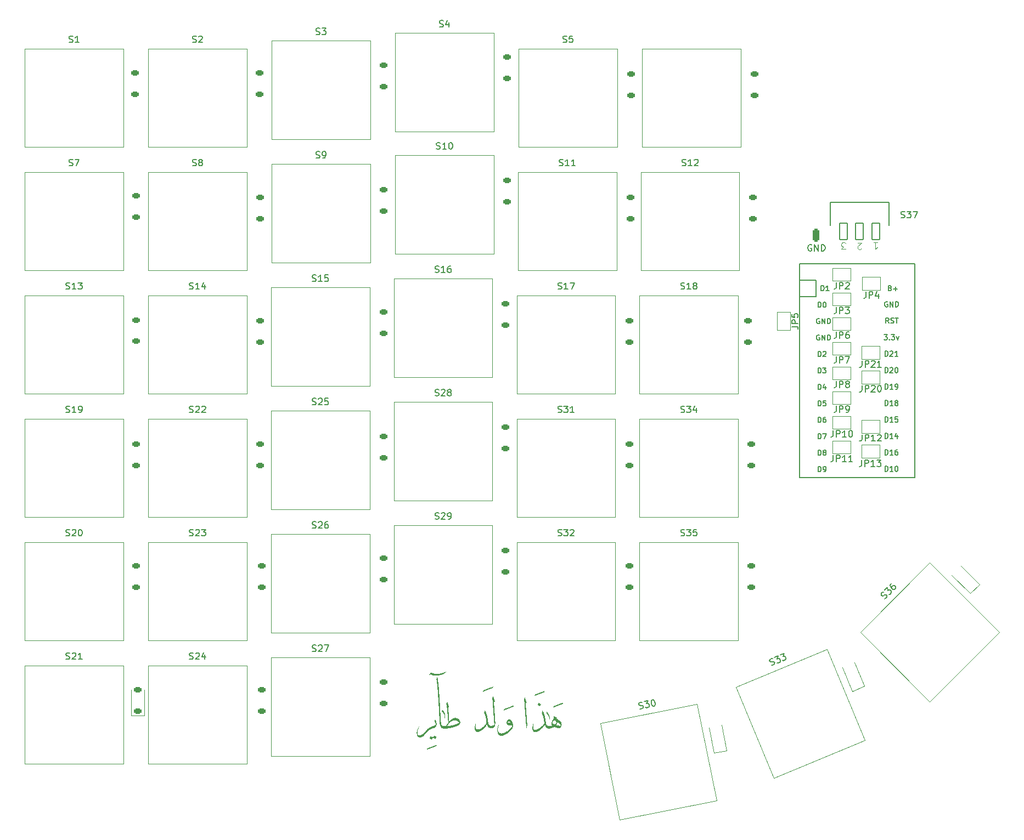
<source format=gbr>
%TF.GenerationSoftware,KiCad,Pcbnew,7.0.10*%
%TF.CreationDate,2024-03-21T17:03:09-05:00*%
%TF.ProjectId,Tair,54616972-2e6b-4696-9361-645f70636258,rev?*%
%TF.SameCoordinates,Original*%
%TF.FileFunction,Legend,Top*%
%TF.FilePolarity,Positive*%
%FSLAX46Y46*%
G04 Gerber Fmt 4.6, Leading zero omitted, Abs format (unit mm)*
G04 Created by KiCad (PCBNEW 7.0.10) date 2024-03-21 17:03:09*
%MOMM*%
%LPD*%
G01*
G04 APERTURE LIST*
G04 Aperture macros list*
%AMRoundRect*
0 Rectangle with rounded corners*
0 $1 Rounding radius*
0 $2 $3 $4 $5 $6 $7 $8 $9 X,Y pos of 4 corners*
0 Add a 4 corners polygon primitive as box body*
4,1,4,$2,$3,$4,$5,$6,$7,$8,$9,$2,$3,0*
0 Add four circle primitives for the rounded corners*
1,1,$1+$1,$2,$3*
1,1,$1+$1,$4,$5*
1,1,$1+$1,$6,$7*
1,1,$1+$1,$8,$9*
0 Add four rect primitives between the rounded corners*
20,1,$1+$1,$2,$3,$4,$5,0*
20,1,$1+$1,$4,$5,$6,$7,0*
20,1,$1+$1,$6,$7,$8,$9,0*
20,1,$1+$1,$8,$9,$2,$3,0*%
%AMFreePoly0*
4,1,6,1.000000,0.000000,0.500000,-0.750000,-0.500000,-0.750000,-0.500000,0.750000,0.500000,0.750000,1.000000,0.000000,1.000000,0.000000,$1*%
%AMFreePoly1*
4,1,6,0.500000,-0.750000,-0.650000,-0.750000,-0.150000,0.000000,-0.650000,0.750000,0.500000,0.750000,0.500000,-0.750000,0.500000,-0.750000,$1*%
G04 Aperture macros list end*
%ADD10C,0.150000*%
%ADD11C,0.100000*%
%ADD12C,0.120000*%
%ADD13C,0.200000*%
%ADD14C,0.127000*%
%ADD15C,1.900000*%
%ADD16C,3.450000*%
%ADD17C,2.200000*%
%ADD18RoundRect,0.250000X0.250000X0.750000X-0.250000X0.750000X-0.250000X-0.750000X0.250000X-0.750000X0*%
%ADD19FreePoly0,180.000000*%
%ADD20FreePoly1,180.000000*%
%ADD21RoundRect,0.225000X0.375000X-0.225000X0.375000X0.225000X-0.375000X0.225000X-0.375000X-0.225000X0*%
%ADD22FreePoly1,270.000000*%
%ADD23FreePoly0,270.000000*%
%ADD24FreePoly1,0.000000*%
%ADD25FreePoly0,0.000000*%
%ADD26RoundRect,0.225000X0.432559X-0.064367X0.260351X0.351379X-0.432559X0.064367X-0.260351X-0.351379X0*%
%ADD27RoundRect,0.225000X0.424264X0.106066X0.106066X0.424264X-0.424264X-0.106066X-0.106066X-0.424264X0*%
%ADD28R,1.752600X1.752600*%
%ADD29C,1.752600*%
%ADD30RoundRect,0.225000X0.411690X-0.147518X0.323899X0.293836X-0.411690X0.147518X-0.323899X-0.293836X0*%
%ADD31C,1.000000*%
%ADD32RoundRect,0.102000X0.600000X1.250000X-0.600000X1.250000X-0.600000X-1.250000X0.600000X-1.250000X0*%
G04 APERTURE END LIST*
D10*
X156561828Y-68419860D02*
X156466590Y-68372241D01*
X156466590Y-68372241D02*
X156323733Y-68372241D01*
X156323733Y-68372241D02*
X156180876Y-68419860D01*
X156180876Y-68419860D02*
X156085638Y-68515098D01*
X156085638Y-68515098D02*
X156038019Y-68610336D01*
X156038019Y-68610336D02*
X155990400Y-68800812D01*
X155990400Y-68800812D02*
X155990400Y-68943669D01*
X155990400Y-68943669D02*
X156038019Y-69134145D01*
X156038019Y-69134145D02*
X156085638Y-69229383D01*
X156085638Y-69229383D02*
X156180876Y-69324622D01*
X156180876Y-69324622D02*
X156323733Y-69372241D01*
X156323733Y-69372241D02*
X156418971Y-69372241D01*
X156418971Y-69372241D02*
X156561828Y-69324622D01*
X156561828Y-69324622D02*
X156609447Y-69277002D01*
X156609447Y-69277002D02*
X156609447Y-68943669D01*
X156609447Y-68943669D02*
X156418971Y-68943669D01*
X157038019Y-69372241D02*
X157038019Y-68372241D01*
X157038019Y-68372241D02*
X157609447Y-69372241D01*
X157609447Y-69372241D02*
X157609447Y-68372241D01*
X158085638Y-69372241D02*
X158085638Y-68372241D01*
X158085638Y-68372241D02*
X158323733Y-68372241D01*
X158323733Y-68372241D02*
X158466590Y-68419860D01*
X158466590Y-68419860D02*
X158561828Y-68515098D01*
X158561828Y-68515098D02*
X158609447Y-68610336D01*
X158609447Y-68610336D02*
X158657066Y-68800812D01*
X158657066Y-68800812D02*
X158657066Y-68943669D01*
X158657066Y-68943669D02*
X158609447Y-69134145D01*
X158609447Y-69134145D02*
X158561828Y-69229383D01*
X158561828Y-69229383D02*
X158466590Y-69324622D01*
X158466590Y-69324622D02*
X158323733Y-69372241D01*
X158323733Y-69372241D02*
X158085638Y-69372241D01*
X79540641Y-93055997D02*
X79683498Y-93103616D01*
X79683498Y-93103616D02*
X79921593Y-93103616D01*
X79921593Y-93103616D02*
X80016831Y-93055997D01*
X80016831Y-93055997D02*
X80064450Y-93008377D01*
X80064450Y-93008377D02*
X80112069Y-92913139D01*
X80112069Y-92913139D02*
X80112069Y-92817901D01*
X80112069Y-92817901D02*
X80064450Y-92722663D01*
X80064450Y-92722663D02*
X80016831Y-92675044D01*
X80016831Y-92675044D02*
X79921593Y-92627425D01*
X79921593Y-92627425D02*
X79731117Y-92579806D01*
X79731117Y-92579806D02*
X79635879Y-92532187D01*
X79635879Y-92532187D02*
X79588260Y-92484568D01*
X79588260Y-92484568D02*
X79540641Y-92389330D01*
X79540641Y-92389330D02*
X79540641Y-92294092D01*
X79540641Y-92294092D02*
X79588260Y-92198854D01*
X79588260Y-92198854D02*
X79635879Y-92151235D01*
X79635879Y-92151235D02*
X79731117Y-92103616D01*
X79731117Y-92103616D02*
X79969212Y-92103616D01*
X79969212Y-92103616D02*
X80112069Y-92151235D01*
X80493022Y-92198854D02*
X80540641Y-92151235D01*
X80540641Y-92151235D02*
X80635879Y-92103616D01*
X80635879Y-92103616D02*
X80873974Y-92103616D01*
X80873974Y-92103616D02*
X80969212Y-92151235D01*
X80969212Y-92151235D02*
X81016831Y-92198854D01*
X81016831Y-92198854D02*
X81064450Y-92294092D01*
X81064450Y-92294092D02*
X81064450Y-92389330D01*
X81064450Y-92389330D02*
X81016831Y-92532187D01*
X81016831Y-92532187D02*
X80445403Y-93103616D01*
X80445403Y-93103616D02*
X81064450Y-93103616D01*
X81969212Y-92103616D02*
X81493022Y-92103616D01*
X81493022Y-92103616D02*
X81445403Y-92579806D01*
X81445403Y-92579806D02*
X81493022Y-92532187D01*
X81493022Y-92532187D02*
X81588260Y-92484568D01*
X81588260Y-92484568D02*
X81826355Y-92484568D01*
X81826355Y-92484568D02*
X81921593Y-92532187D01*
X81921593Y-92532187D02*
X81969212Y-92579806D01*
X81969212Y-92579806D02*
X82016831Y-92675044D01*
X82016831Y-92675044D02*
X82016831Y-92913139D01*
X82016831Y-92913139D02*
X81969212Y-93008377D01*
X81969212Y-93008377D02*
X81921593Y-93055997D01*
X81921593Y-93055997D02*
X81826355Y-93103616D01*
X81826355Y-93103616D02*
X81588260Y-93103616D01*
X81588260Y-93103616D02*
X81493022Y-93055997D01*
X81493022Y-93055997D02*
X81445403Y-93008377D01*
X61066828Y-37096622D02*
X61209685Y-37144241D01*
X61209685Y-37144241D02*
X61447780Y-37144241D01*
X61447780Y-37144241D02*
X61543018Y-37096622D01*
X61543018Y-37096622D02*
X61590637Y-37049002D01*
X61590637Y-37049002D02*
X61638256Y-36953764D01*
X61638256Y-36953764D02*
X61638256Y-36858526D01*
X61638256Y-36858526D02*
X61590637Y-36763288D01*
X61590637Y-36763288D02*
X61543018Y-36715669D01*
X61543018Y-36715669D02*
X61447780Y-36668050D01*
X61447780Y-36668050D02*
X61257304Y-36620431D01*
X61257304Y-36620431D02*
X61162066Y-36572812D01*
X61162066Y-36572812D02*
X61114447Y-36525193D01*
X61114447Y-36525193D02*
X61066828Y-36429955D01*
X61066828Y-36429955D02*
X61066828Y-36334717D01*
X61066828Y-36334717D02*
X61114447Y-36239479D01*
X61114447Y-36239479D02*
X61162066Y-36191860D01*
X61162066Y-36191860D02*
X61257304Y-36144241D01*
X61257304Y-36144241D02*
X61495399Y-36144241D01*
X61495399Y-36144241D02*
X61638256Y-36191860D01*
X62019209Y-36239479D02*
X62066828Y-36191860D01*
X62066828Y-36191860D02*
X62162066Y-36144241D01*
X62162066Y-36144241D02*
X62400161Y-36144241D01*
X62400161Y-36144241D02*
X62495399Y-36191860D01*
X62495399Y-36191860D02*
X62543018Y-36239479D01*
X62543018Y-36239479D02*
X62590637Y-36334717D01*
X62590637Y-36334717D02*
X62590637Y-36429955D01*
X62590637Y-36429955D02*
X62543018Y-36572812D01*
X62543018Y-36572812D02*
X61971590Y-37144241D01*
X61971590Y-37144241D02*
X62590637Y-37144241D01*
X117440638Y-113296622D02*
X117583495Y-113344241D01*
X117583495Y-113344241D02*
X117821590Y-113344241D01*
X117821590Y-113344241D02*
X117916828Y-113296622D01*
X117916828Y-113296622D02*
X117964447Y-113249002D01*
X117964447Y-113249002D02*
X118012066Y-113153764D01*
X118012066Y-113153764D02*
X118012066Y-113058526D01*
X118012066Y-113058526D02*
X117964447Y-112963288D01*
X117964447Y-112963288D02*
X117916828Y-112915669D01*
X117916828Y-112915669D02*
X117821590Y-112868050D01*
X117821590Y-112868050D02*
X117631114Y-112820431D01*
X117631114Y-112820431D02*
X117535876Y-112772812D01*
X117535876Y-112772812D02*
X117488257Y-112725193D01*
X117488257Y-112725193D02*
X117440638Y-112629955D01*
X117440638Y-112629955D02*
X117440638Y-112534717D01*
X117440638Y-112534717D02*
X117488257Y-112439479D01*
X117488257Y-112439479D02*
X117535876Y-112391860D01*
X117535876Y-112391860D02*
X117631114Y-112344241D01*
X117631114Y-112344241D02*
X117869209Y-112344241D01*
X117869209Y-112344241D02*
X118012066Y-112391860D01*
X118345400Y-112344241D02*
X118964447Y-112344241D01*
X118964447Y-112344241D02*
X118631114Y-112725193D01*
X118631114Y-112725193D02*
X118773971Y-112725193D01*
X118773971Y-112725193D02*
X118869209Y-112772812D01*
X118869209Y-112772812D02*
X118916828Y-112820431D01*
X118916828Y-112820431D02*
X118964447Y-112915669D01*
X118964447Y-112915669D02*
X118964447Y-113153764D01*
X118964447Y-113153764D02*
X118916828Y-113249002D01*
X118916828Y-113249002D02*
X118869209Y-113296622D01*
X118869209Y-113296622D02*
X118773971Y-113344241D01*
X118773971Y-113344241D02*
X118488257Y-113344241D01*
X118488257Y-113344241D02*
X118393019Y-113296622D01*
X118393019Y-113296622D02*
X118345400Y-113249002D01*
X119345400Y-112439479D02*
X119393019Y-112391860D01*
X119393019Y-112391860D02*
X119488257Y-112344241D01*
X119488257Y-112344241D02*
X119726352Y-112344241D01*
X119726352Y-112344241D02*
X119821590Y-112391860D01*
X119821590Y-112391860D02*
X119869209Y-112439479D01*
X119869209Y-112439479D02*
X119916828Y-112534717D01*
X119916828Y-112534717D02*
X119916828Y-112629955D01*
X119916828Y-112629955D02*
X119869209Y-112772812D01*
X119869209Y-112772812D02*
X119297781Y-113344241D01*
X119297781Y-113344241D02*
X119916828Y-113344241D01*
X164967399Y-75612241D02*
X164967399Y-76326526D01*
X164967399Y-76326526D02*
X164919780Y-76469383D01*
X164919780Y-76469383D02*
X164824542Y-76564622D01*
X164824542Y-76564622D02*
X164681685Y-76612241D01*
X164681685Y-76612241D02*
X164586447Y-76612241D01*
X165443590Y-76612241D02*
X165443590Y-75612241D01*
X165443590Y-75612241D02*
X165824542Y-75612241D01*
X165824542Y-75612241D02*
X165919780Y-75659860D01*
X165919780Y-75659860D02*
X165967399Y-75707479D01*
X165967399Y-75707479D02*
X166015018Y-75802717D01*
X166015018Y-75802717D02*
X166015018Y-75945574D01*
X166015018Y-75945574D02*
X165967399Y-76040812D01*
X165967399Y-76040812D02*
X165919780Y-76088431D01*
X165919780Y-76088431D02*
X165824542Y-76136050D01*
X165824542Y-76136050D02*
X165443590Y-76136050D01*
X166872161Y-75945574D02*
X166872161Y-76612241D01*
X166634066Y-75564622D02*
X166395971Y-76278907D01*
X166395971Y-76278907D02*
X167015018Y-76278907D01*
X117440638Y-94246622D02*
X117583495Y-94294241D01*
X117583495Y-94294241D02*
X117821590Y-94294241D01*
X117821590Y-94294241D02*
X117916828Y-94246622D01*
X117916828Y-94246622D02*
X117964447Y-94199002D01*
X117964447Y-94199002D02*
X118012066Y-94103764D01*
X118012066Y-94103764D02*
X118012066Y-94008526D01*
X118012066Y-94008526D02*
X117964447Y-93913288D01*
X117964447Y-93913288D02*
X117916828Y-93865669D01*
X117916828Y-93865669D02*
X117821590Y-93818050D01*
X117821590Y-93818050D02*
X117631114Y-93770431D01*
X117631114Y-93770431D02*
X117535876Y-93722812D01*
X117535876Y-93722812D02*
X117488257Y-93675193D01*
X117488257Y-93675193D02*
X117440638Y-93579955D01*
X117440638Y-93579955D02*
X117440638Y-93484717D01*
X117440638Y-93484717D02*
X117488257Y-93389479D01*
X117488257Y-93389479D02*
X117535876Y-93341860D01*
X117535876Y-93341860D02*
X117631114Y-93294241D01*
X117631114Y-93294241D02*
X117869209Y-93294241D01*
X117869209Y-93294241D02*
X118012066Y-93341860D01*
X118345400Y-93294241D02*
X118964447Y-93294241D01*
X118964447Y-93294241D02*
X118631114Y-93675193D01*
X118631114Y-93675193D02*
X118773971Y-93675193D01*
X118773971Y-93675193D02*
X118869209Y-93722812D01*
X118869209Y-93722812D02*
X118916828Y-93770431D01*
X118916828Y-93770431D02*
X118964447Y-93865669D01*
X118964447Y-93865669D02*
X118964447Y-94103764D01*
X118964447Y-94103764D02*
X118916828Y-94199002D01*
X118916828Y-94199002D02*
X118869209Y-94246622D01*
X118869209Y-94246622D02*
X118773971Y-94294241D01*
X118773971Y-94294241D02*
X118488257Y-94294241D01*
X118488257Y-94294241D02*
X118393019Y-94246622D01*
X118393019Y-94246622D02*
X118345400Y-94199002D01*
X119916828Y-94294241D02*
X119345400Y-94294241D01*
X119631114Y-94294241D02*
X119631114Y-93294241D01*
X119631114Y-93294241D02*
X119535876Y-93437098D01*
X119535876Y-93437098D02*
X119440638Y-93532336D01*
X119440638Y-93532336D02*
X119345400Y-93579955D01*
X98490634Y-72615372D02*
X98633491Y-72662991D01*
X98633491Y-72662991D02*
X98871586Y-72662991D01*
X98871586Y-72662991D02*
X98966824Y-72615372D01*
X98966824Y-72615372D02*
X99014443Y-72567752D01*
X99014443Y-72567752D02*
X99062062Y-72472514D01*
X99062062Y-72472514D02*
X99062062Y-72377276D01*
X99062062Y-72377276D02*
X99014443Y-72282038D01*
X99014443Y-72282038D02*
X98966824Y-72234419D01*
X98966824Y-72234419D02*
X98871586Y-72186800D01*
X98871586Y-72186800D02*
X98681110Y-72139181D01*
X98681110Y-72139181D02*
X98585872Y-72091562D01*
X98585872Y-72091562D02*
X98538253Y-72043943D01*
X98538253Y-72043943D02*
X98490634Y-71948705D01*
X98490634Y-71948705D02*
X98490634Y-71853467D01*
X98490634Y-71853467D02*
X98538253Y-71758229D01*
X98538253Y-71758229D02*
X98585872Y-71710610D01*
X98585872Y-71710610D02*
X98681110Y-71662991D01*
X98681110Y-71662991D02*
X98919205Y-71662991D01*
X98919205Y-71662991D02*
X99062062Y-71710610D01*
X100014443Y-72662991D02*
X99443015Y-72662991D01*
X99728729Y-72662991D02*
X99728729Y-71662991D01*
X99728729Y-71662991D02*
X99633491Y-71805848D01*
X99633491Y-71805848D02*
X99538253Y-71901086D01*
X99538253Y-71901086D02*
X99443015Y-71948705D01*
X100871586Y-71662991D02*
X100681110Y-71662991D01*
X100681110Y-71662991D02*
X100585872Y-71710610D01*
X100585872Y-71710610D02*
X100538253Y-71758229D01*
X100538253Y-71758229D02*
X100443015Y-71901086D01*
X100443015Y-71901086D02*
X100395396Y-72091562D01*
X100395396Y-72091562D02*
X100395396Y-72472514D01*
X100395396Y-72472514D02*
X100443015Y-72567752D01*
X100443015Y-72567752D02*
X100490634Y-72615372D01*
X100490634Y-72615372D02*
X100585872Y-72662991D01*
X100585872Y-72662991D02*
X100776348Y-72662991D01*
X100776348Y-72662991D02*
X100871586Y-72615372D01*
X100871586Y-72615372D02*
X100919205Y-72567752D01*
X100919205Y-72567752D02*
X100966824Y-72472514D01*
X100966824Y-72472514D02*
X100966824Y-72234419D01*
X100966824Y-72234419D02*
X100919205Y-72139181D01*
X100919205Y-72139181D02*
X100871586Y-72091562D01*
X100871586Y-72091562D02*
X100776348Y-72043943D01*
X100776348Y-72043943D02*
X100585872Y-72043943D01*
X100585872Y-72043943D02*
X100490634Y-72091562D01*
X100490634Y-72091562D02*
X100443015Y-72139181D01*
X100443015Y-72139181D02*
X100395396Y-72234419D01*
X130062188Y-140031463D02*
X130211590Y-140050297D01*
X130211590Y-140050297D02*
X130445111Y-140003847D01*
X130445111Y-140003847D02*
X130529229Y-139938562D01*
X130529229Y-139938562D02*
X130566643Y-139882568D01*
X130566643Y-139882568D02*
X130594767Y-139779870D01*
X130594767Y-139779870D02*
X130576187Y-139686462D01*
X130576187Y-139686462D02*
X130510903Y-139602344D01*
X130510903Y-139602344D02*
X130454909Y-139564930D01*
X130454909Y-139564930D02*
X130352210Y-139536806D01*
X130352210Y-139536806D02*
X130156104Y-139527262D01*
X130156104Y-139527262D02*
X130053406Y-139499138D01*
X130053406Y-139499138D02*
X129997412Y-139461724D01*
X129997412Y-139461724D02*
X129932128Y-139377606D01*
X129932128Y-139377606D02*
X129913548Y-139284198D01*
X129913548Y-139284198D02*
X129941672Y-139181499D01*
X129941672Y-139181499D02*
X129979086Y-139125505D01*
X129979086Y-139125505D02*
X130063204Y-139060221D01*
X130063204Y-139060221D02*
X130296724Y-139013771D01*
X130296724Y-139013771D02*
X130446127Y-139032605D01*
X130763765Y-138920871D02*
X131370918Y-138800101D01*
X131370918Y-138800101D02*
X131118310Y-139238763D01*
X131118310Y-139238763D02*
X131258422Y-139210893D01*
X131258422Y-139210893D02*
X131361120Y-139239017D01*
X131361120Y-139239017D02*
X131417114Y-139276431D01*
X131417114Y-139276431D02*
X131482398Y-139360550D01*
X131482398Y-139360550D02*
X131528848Y-139594070D01*
X131528848Y-139594070D02*
X131500724Y-139696768D01*
X131500724Y-139696768D02*
X131463310Y-139752762D01*
X131463310Y-139752762D02*
X131379192Y-139818046D01*
X131379192Y-139818046D02*
X131098968Y-139873786D01*
X131098968Y-139873786D02*
X130996269Y-139845662D01*
X130996269Y-139845662D02*
X130940275Y-139808248D01*
X131978071Y-138679331D02*
X132071479Y-138660751D01*
X132071479Y-138660751D02*
X132174177Y-138688875D01*
X132174177Y-138688875D02*
X132230171Y-138726289D01*
X132230171Y-138726289D02*
X132295455Y-138810407D01*
X132295455Y-138810407D02*
X132379319Y-138987933D01*
X132379319Y-138987933D02*
X132425769Y-139221453D01*
X132425769Y-139221453D02*
X132416225Y-139417560D01*
X132416225Y-139417560D02*
X132388101Y-139520258D01*
X132388101Y-139520258D02*
X132350687Y-139576252D01*
X132350687Y-139576252D02*
X132266569Y-139641536D01*
X132266569Y-139641536D02*
X132173161Y-139660116D01*
X132173161Y-139660116D02*
X132070463Y-139631992D01*
X132070463Y-139631992D02*
X132014469Y-139594578D01*
X132014469Y-139594578D02*
X131949185Y-139510460D01*
X131949185Y-139510460D02*
X131865321Y-139332934D01*
X131865321Y-139332934D02*
X131818870Y-139099413D01*
X131818870Y-139099413D02*
X131828414Y-138903307D01*
X131828414Y-138903307D02*
X131856538Y-138800609D01*
X131856538Y-138800609D02*
X131893953Y-138744615D01*
X131893953Y-138744615D02*
X131978071Y-138679331D01*
X136590640Y-56146622D02*
X136733497Y-56194241D01*
X136733497Y-56194241D02*
X136971592Y-56194241D01*
X136971592Y-56194241D02*
X137066830Y-56146622D01*
X137066830Y-56146622D02*
X137114449Y-56099002D01*
X137114449Y-56099002D02*
X137162068Y-56003764D01*
X137162068Y-56003764D02*
X137162068Y-55908526D01*
X137162068Y-55908526D02*
X137114449Y-55813288D01*
X137114449Y-55813288D02*
X137066830Y-55765669D01*
X137066830Y-55765669D02*
X136971592Y-55718050D01*
X136971592Y-55718050D02*
X136781116Y-55670431D01*
X136781116Y-55670431D02*
X136685878Y-55622812D01*
X136685878Y-55622812D02*
X136638259Y-55575193D01*
X136638259Y-55575193D02*
X136590640Y-55479955D01*
X136590640Y-55479955D02*
X136590640Y-55384717D01*
X136590640Y-55384717D02*
X136638259Y-55289479D01*
X136638259Y-55289479D02*
X136685878Y-55241860D01*
X136685878Y-55241860D02*
X136781116Y-55194241D01*
X136781116Y-55194241D02*
X137019211Y-55194241D01*
X137019211Y-55194241D02*
X137162068Y-55241860D01*
X138114449Y-56194241D02*
X137543021Y-56194241D01*
X137828735Y-56194241D02*
X137828735Y-55194241D01*
X137828735Y-55194241D02*
X137733497Y-55337098D01*
X137733497Y-55337098D02*
X137638259Y-55432336D01*
X137638259Y-55432336D02*
X137543021Y-55479955D01*
X138495402Y-55289479D02*
X138543021Y-55241860D01*
X138543021Y-55241860D02*
X138638259Y-55194241D01*
X138638259Y-55194241D02*
X138876354Y-55194241D01*
X138876354Y-55194241D02*
X138971592Y-55241860D01*
X138971592Y-55241860D02*
X139019211Y-55289479D01*
X139019211Y-55289479D02*
X139066830Y-55384717D01*
X139066830Y-55384717D02*
X139066830Y-55479955D01*
X139066830Y-55479955D02*
X139019211Y-55622812D01*
X139019211Y-55622812D02*
X138447783Y-56194241D01*
X138447783Y-56194241D02*
X139066830Y-56194241D01*
X136390637Y-94246622D02*
X136533494Y-94294241D01*
X136533494Y-94294241D02*
X136771589Y-94294241D01*
X136771589Y-94294241D02*
X136866827Y-94246622D01*
X136866827Y-94246622D02*
X136914446Y-94199002D01*
X136914446Y-94199002D02*
X136962065Y-94103764D01*
X136962065Y-94103764D02*
X136962065Y-94008526D01*
X136962065Y-94008526D02*
X136914446Y-93913288D01*
X136914446Y-93913288D02*
X136866827Y-93865669D01*
X136866827Y-93865669D02*
X136771589Y-93818050D01*
X136771589Y-93818050D02*
X136581113Y-93770431D01*
X136581113Y-93770431D02*
X136485875Y-93722812D01*
X136485875Y-93722812D02*
X136438256Y-93675193D01*
X136438256Y-93675193D02*
X136390637Y-93579955D01*
X136390637Y-93579955D02*
X136390637Y-93484717D01*
X136390637Y-93484717D02*
X136438256Y-93389479D01*
X136438256Y-93389479D02*
X136485875Y-93341860D01*
X136485875Y-93341860D02*
X136581113Y-93294241D01*
X136581113Y-93294241D02*
X136819208Y-93294241D01*
X136819208Y-93294241D02*
X136962065Y-93341860D01*
X137295399Y-93294241D02*
X137914446Y-93294241D01*
X137914446Y-93294241D02*
X137581113Y-93675193D01*
X137581113Y-93675193D02*
X137723970Y-93675193D01*
X137723970Y-93675193D02*
X137819208Y-93722812D01*
X137819208Y-93722812D02*
X137866827Y-93770431D01*
X137866827Y-93770431D02*
X137914446Y-93865669D01*
X137914446Y-93865669D02*
X137914446Y-94103764D01*
X137914446Y-94103764D02*
X137866827Y-94199002D01*
X137866827Y-94199002D02*
X137819208Y-94246622D01*
X137819208Y-94246622D02*
X137723970Y-94294241D01*
X137723970Y-94294241D02*
X137438256Y-94294241D01*
X137438256Y-94294241D02*
X137343018Y-94246622D01*
X137343018Y-94246622D02*
X137295399Y-94199002D01*
X138771589Y-93627574D02*
X138771589Y-94294241D01*
X138533494Y-93246622D02*
X138295399Y-93960907D01*
X138295399Y-93960907D02*
X138914446Y-93960907D01*
X160395399Y-93265241D02*
X160395399Y-93979526D01*
X160395399Y-93979526D02*
X160347780Y-94122383D01*
X160347780Y-94122383D02*
X160252542Y-94217622D01*
X160252542Y-94217622D02*
X160109685Y-94265241D01*
X160109685Y-94265241D02*
X160014447Y-94265241D01*
X160871590Y-94265241D02*
X160871590Y-93265241D01*
X160871590Y-93265241D02*
X161252542Y-93265241D01*
X161252542Y-93265241D02*
X161347780Y-93312860D01*
X161347780Y-93312860D02*
X161395399Y-93360479D01*
X161395399Y-93360479D02*
X161443018Y-93455717D01*
X161443018Y-93455717D02*
X161443018Y-93598574D01*
X161443018Y-93598574D02*
X161395399Y-93693812D01*
X161395399Y-93693812D02*
X161347780Y-93741431D01*
X161347780Y-93741431D02*
X161252542Y-93789050D01*
X161252542Y-93789050D02*
X160871590Y-93789050D01*
X161919209Y-94265241D02*
X162109685Y-94265241D01*
X162109685Y-94265241D02*
X162204923Y-94217622D01*
X162204923Y-94217622D02*
X162252542Y-94170002D01*
X162252542Y-94170002D02*
X162347780Y-94027145D01*
X162347780Y-94027145D02*
X162395399Y-93836669D01*
X162395399Y-93836669D02*
X162395399Y-93455717D01*
X162395399Y-93455717D02*
X162347780Y-93360479D01*
X162347780Y-93360479D02*
X162300161Y-93312860D01*
X162300161Y-93312860D02*
X162204923Y-93265241D01*
X162204923Y-93265241D02*
X162014447Y-93265241D01*
X162014447Y-93265241D02*
X161919209Y-93312860D01*
X161919209Y-93312860D02*
X161871590Y-93360479D01*
X161871590Y-93360479D02*
X161823971Y-93455717D01*
X161823971Y-93455717D02*
X161823971Y-93693812D01*
X161823971Y-93693812D02*
X161871590Y-93789050D01*
X161871590Y-93789050D02*
X161919209Y-93836669D01*
X161919209Y-93836669D02*
X162014447Y-93884288D01*
X162014447Y-93884288D02*
X162204923Y-93884288D01*
X162204923Y-93884288D02*
X162300161Y-93836669D01*
X162300161Y-93836669D02*
X162347780Y-93789050D01*
X162347780Y-93789050D02*
X162395399Y-93693812D01*
X79540641Y-112105997D02*
X79683498Y-112153616D01*
X79683498Y-112153616D02*
X79921593Y-112153616D01*
X79921593Y-112153616D02*
X80016831Y-112105997D01*
X80016831Y-112105997D02*
X80064450Y-112058377D01*
X80064450Y-112058377D02*
X80112069Y-111963139D01*
X80112069Y-111963139D02*
X80112069Y-111867901D01*
X80112069Y-111867901D02*
X80064450Y-111772663D01*
X80064450Y-111772663D02*
X80016831Y-111725044D01*
X80016831Y-111725044D02*
X79921593Y-111677425D01*
X79921593Y-111677425D02*
X79731117Y-111629806D01*
X79731117Y-111629806D02*
X79635879Y-111582187D01*
X79635879Y-111582187D02*
X79588260Y-111534568D01*
X79588260Y-111534568D02*
X79540641Y-111439330D01*
X79540641Y-111439330D02*
X79540641Y-111344092D01*
X79540641Y-111344092D02*
X79588260Y-111248854D01*
X79588260Y-111248854D02*
X79635879Y-111201235D01*
X79635879Y-111201235D02*
X79731117Y-111153616D01*
X79731117Y-111153616D02*
X79969212Y-111153616D01*
X79969212Y-111153616D02*
X80112069Y-111201235D01*
X80493022Y-111248854D02*
X80540641Y-111201235D01*
X80540641Y-111201235D02*
X80635879Y-111153616D01*
X80635879Y-111153616D02*
X80873974Y-111153616D01*
X80873974Y-111153616D02*
X80969212Y-111201235D01*
X80969212Y-111201235D02*
X81016831Y-111248854D01*
X81016831Y-111248854D02*
X81064450Y-111344092D01*
X81064450Y-111344092D02*
X81064450Y-111439330D01*
X81064450Y-111439330D02*
X81016831Y-111582187D01*
X81016831Y-111582187D02*
X80445403Y-112153616D01*
X80445403Y-112153616D02*
X81064450Y-112153616D01*
X81921593Y-111153616D02*
X81731117Y-111153616D01*
X81731117Y-111153616D02*
X81635879Y-111201235D01*
X81635879Y-111201235D02*
X81588260Y-111248854D01*
X81588260Y-111248854D02*
X81493022Y-111391711D01*
X81493022Y-111391711D02*
X81445403Y-111582187D01*
X81445403Y-111582187D02*
X81445403Y-111963139D01*
X81445403Y-111963139D02*
X81493022Y-112058377D01*
X81493022Y-112058377D02*
X81540641Y-112105997D01*
X81540641Y-112105997D02*
X81635879Y-112153616D01*
X81635879Y-112153616D02*
X81826355Y-112153616D01*
X81826355Y-112153616D02*
X81921593Y-112105997D01*
X81921593Y-112105997D02*
X81969212Y-112058377D01*
X81969212Y-112058377D02*
X82016831Y-111963139D01*
X82016831Y-111963139D02*
X82016831Y-111725044D01*
X82016831Y-111725044D02*
X81969212Y-111629806D01*
X81969212Y-111629806D02*
X81921593Y-111582187D01*
X81921593Y-111582187D02*
X81826355Y-111534568D01*
X81826355Y-111534568D02*
X81635879Y-111534568D01*
X81635879Y-111534568D02*
X81540641Y-111582187D01*
X81540641Y-111582187D02*
X81493022Y-111629806D01*
X81493022Y-111629806D02*
X81445403Y-111725044D01*
X41540638Y-94246622D02*
X41683495Y-94294241D01*
X41683495Y-94294241D02*
X41921590Y-94294241D01*
X41921590Y-94294241D02*
X42016828Y-94246622D01*
X42016828Y-94246622D02*
X42064447Y-94199002D01*
X42064447Y-94199002D02*
X42112066Y-94103764D01*
X42112066Y-94103764D02*
X42112066Y-94008526D01*
X42112066Y-94008526D02*
X42064447Y-93913288D01*
X42064447Y-93913288D02*
X42016828Y-93865669D01*
X42016828Y-93865669D02*
X41921590Y-93818050D01*
X41921590Y-93818050D02*
X41731114Y-93770431D01*
X41731114Y-93770431D02*
X41635876Y-93722812D01*
X41635876Y-93722812D02*
X41588257Y-93675193D01*
X41588257Y-93675193D02*
X41540638Y-93579955D01*
X41540638Y-93579955D02*
X41540638Y-93484717D01*
X41540638Y-93484717D02*
X41588257Y-93389479D01*
X41588257Y-93389479D02*
X41635876Y-93341860D01*
X41635876Y-93341860D02*
X41731114Y-93294241D01*
X41731114Y-93294241D02*
X41969209Y-93294241D01*
X41969209Y-93294241D02*
X42112066Y-93341860D01*
X43064447Y-94294241D02*
X42493019Y-94294241D01*
X42778733Y-94294241D02*
X42778733Y-93294241D01*
X42778733Y-93294241D02*
X42683495Y-93437098D01*
X42683495Y-93437098D02*
X42588257Y-93532336D01*
X42588257Y-93532336D02*
X42493019Y-93579955D01*
X43540638Y-94294241D02*
X43731114Y-94294241D01*
X43731114Y-94294241D02*
X43826352Y-94246622D01*
X43826352Y-94246622D02*
X43873971Y-94199002D01*
X43873971Y-94199002D02*
X43969209Y-94056145D01*
X43969209Y-94056145D02*
X44016828Y-93865669D01*
X44016828Y-93865669D02*
X44016828Y-93484717D01*
X44016828Y-93484717D02*
X43969209Y-93389479D01*
X43969209Y-93389479D02*
X43921590Y-93341860D01*
X43921590Y-93341860D02*
X43826352Y-93294241D01*
X43826352Y-93294241D02*
X43635876Y-93294241D01*
X43635876Y-93294241D02*
X43540638Y-93341860D01*
X43540638Y-93341860D02*
X43493019Y-93389479D01*
X43493019Y-93389479D02*
X43445400Y-93484717D01*
X43445400Y-93484717D02*
X43445400Y-93722812D01*
X43445400Y-93722812D02*
X43493019Y-93818050D01*
X43493019Y-93818050D02*
X43540638Y-93865669D01*
X43540638Y-93865669D02*
X43635876Y-93913288D01*
X43635876Y-93913288D02*
X43826352Y-93913288D01*
X43826352Y-93913288D02*
X43921590Y-93865669D01*
X43921590Y-93865669D02*
X43969209Y-93818050D01*
X43969209Y-93818050D02*
X44016828Y-93722812D01*
X60590637Y-113296622D02*
X60733494Y-113344241D01*
X60733494Y-113344241D02*
X60971589Y-113344241D01*
X60971589Y-113344241D02*
X61066827Y-113296622D01*
X61066827Y-113296622D02*
X61114446Y-113249002D01*
X61114446Y-113249002D02*
X61162065Y-113153764D01*
X61162065Y-113153764D02*
X61162065Y-113058526D01*
X61162065Y-113058526D02*
X61114446Y-112963288D01*
X61114446Y-112963288D02*
X61066827Y-112915669D01*
X61066827Y-112915669D02*
X60971589Y-112868050D01*
X60971589Y-112868050D02*
X60781113Y-112820431D01*
X60781113Y-112820431D02*
X60685875Y-112772812D01*
X60685875Y-112772812D02*
X60638256Y-112725193D01*
X60638256Y-112725193D02*
X60590637Y-112629955D01*
X60590637Y-112629955D02*
X60590637Y-112534717D01*
X60590637Y-112534717D02*
X60638256Y-112439479D01*
X60638256Y-112439479D02*
X60685875Y-112391860D01*
X60685875Y-112391860D02*
X60781113Y-112344241D01*
X60781113Y-112344241D02*
X61019208Y-112344241D01*
X61019208Y-112344241D02*
X61162065Y-112391860D01*
X61543018Y-112439479D02*
X61590637Y-112391860D01*
X61590637Y-112391860D02*
X61685875Y-112344241D01*
X61685875Y-112344241D02*
X61923970Y-112344241D01*
X61923970Y-112344241D02*
X62019208Y-112391860D01*
X62019208Y-112391860D02*
X62066827Y-112439479D01*
X62066827Y-112439479D02*
X62114446Y-112534717D01*
X62114446Y-112534717D02*
X62114446Y-112629955D01*
X62114446Y-112629955D02*
X62066827Y-112772812D01*
X62066827Y-112772812D02*
X61495399Y-113344241D01*
X61495399Y-113344241D02*
X62114446Y-113344241D01*
X62447780Y-112344241D02*
X63066827Y-112344241D01*
X63066827Y-112344241D02*
X62733494Y-112725193D01*
X62733494Y-112725193D02*
X62876351Y-112725193D01*
X62876351Y-112725193D02*
X62971589Y-112772812D01*
X62971589Y-112772812D02*
X63019208Y-112820431D01*
X63019208Y-112820431D02*
X63066827Y-112915669D01*
X63066827Y-112915669D02*
X63066827Y-113153764D01*
X63066827Y-113153764D02*
X63019208Y-113249002D01*
X63019208Y-113249002D02*
X62971589Y-113296622D01*
X62971589Y-113296622D02*
X62876351Y-113344241D01*
X62876351Y-113344241D02*
X62590637Y-113344241D01*
X62590637Y-113344241D02*
X62495399Y-113296622D01*
X62495399Y-113296622D02*
X62447780Y-113249002D01*
X159919209Y-97075241D02*
X159919209Y-97789526D01*
X159919209Y-97789526D02*
X159871590Y-97932383D01*
X159871590Y-97932383D02*
X159776352Y-98027622D01*
X159776352Y-98027622D02*
X159633495Y-98075241D01*
X159633495Y-98075241D02*
X159538257Y-98075241D01*
X160395400Y-98075241D02*
X160395400Y-97075241D01*
X160395400Y-97075241D02*
X160776352Y-97075241D01*
X160776352Y-97075241D02*
X160871590Y-97122860D01*
X160871590Y-97122860D02*
X160919209Y-97170479D01*
X160919209Y-97170479D02*
X160966828Y-97265717D01*
X160966828Y-97265717D02*
X160966828Y-97408574D01*
X160966828Y-97408574D02*
X160919209Y-97503812D01*
X160919209Y-97503812D02*
X160871590Y-97551431D01*
X160871590Y-97551431D02*
X160776352Y-97599050D01*
X160776352Y-97599050D02*
X160395400Y-97599050D01*
X161919209Y-98075241D02*
X161347781Y-98075241D01*
X161633495Y-98075241D02*
X161633495Y-97075241D01*
X161633495Y-97075241D02*
X161538257Y-97218098D01*
X161538257Y-97218098D02*
X161443019Y-97313336D01*
X161443019Y-97313336D02*
X161347781Y-97360955D01*
X162538257Y-97075241D02*
X162633495Y-97075241D01*
X162633495Y-97075241D02*
X162728733Y-97122860D01*
X162728733Y-97122860D02*
X162776352Y-97170479D01*
X162776352Y-97170479D02*
X162823971Y-97265717D01*
X162823971Y-97265717D02*
X162871590Y-97456193D01*
X162871590Y-97456193D02*
X162871590Y-97694288D01*
X162871590Y-97694288D02*
X162823971Y-97884764D01*
X162823971Y-97884764D02*
X162776352Y-97980002D01*
X162776352Y-97980002D02*
X162728733Y-98027622D01*
X162728733Y-98027622D02*
X162633495Y-98075241D01*
X162633495Y-98075241D02*
X162538257Y-98075241D01*
X162538257Y-98075241D02*
X162443019Y-98027622D01*
X162443019Y-98027622D02*
X162395400Y-97980002D01*
X162395400Y-97980002D02*
X162347781Y-97884764D01*
X162347781Y-97884764D02*
X162300162Y-97694288D01*
X162300162Y-97694288D02*
X162300162Y-97456193D01*
X162300162Y-97456193D02*
X162347781Y-97265717D01*
X162347781Y-97265717D02*
X162395400Y-97170479D01*
X162395400Y-97170479D02*
X162443019Y-97122860D01*
X162443019Y-97122860D02*
X162538257Y-97075241D01*
X99166828Y-34715372D02*
X99309685Y-34762991D01*
X99309685Y-34762991D02*
X99547780Y-34762991D01*
X99547780Y-34762991D02*
X99643018Y-34715372D01*
X99643018Y-34715372D02*
X99690637Y-34667752D01*
X99690637Y-34667752D02*
X99738256Y-34572514D01*
X99738256Y-34572514D02*
X99738256Y-34477276D01*
X99738256Y-34477276D02*
X99690637Y-34382038D01*
X99690637Y-34382038D02*
X99643018Y-34334419D01*
X99643018Y-34334419D02*
X99547780Y-34286800D01*
X99547780Y-34286800D02*
X99357304Y-34239181D01*
X99357304Y-34239181D02*
X99262066Y-34191562D01*
X99262066Y-34191562D02*
X99214447Y-34143943D01*
X99214447Y-34143943D02*
X99166828Y-34048705D01*
X99166828Y-34048705D02*
X99166828Y-33953467D01*
X99166828Y-33953467D02*
X99214447Y-33858229D01*
X99214447Y-33858229D02*
X99262066Y-33810610D01*
X99262066Y-33810610D02*
X99357304Y-33762991D01*
X99357304Y-33762991D02*
X99595399Y-33762991D01*
X99595399Y-33762991D02*
X99738256Y-33810610D01*
X100595399Y-34096324D02*
X100595399Y-34762991D01*
X100357304Y-33715372D02*
X100119209Y-34429657D01*
X100119209Y-34429657D02*
X100738256Y-34429657D01*
X153501552Y-81037755D02*
X154215837Y-81037755D01*
X154215837Y-81037755D02*
X154358694Y-81085374D01*
X154358694Y-81085374D02*
X154453933Y-81180612D01*
X154453933Y-81180612D02*
X154501552Y-81323469D01*
X154501552Y-81323469D02*
X154501552Y-81418707D01*
X154501552Y-80561564D02*
X153501552Y-80561564D01*
X153501552Y-80561564D02*
X153501552Y-80180612D01*
X153501552Y-80180612D02*
X153549171Y-80085374D01*
X153549171Y-80085374D02*
X153596790Y-80037755D01*
X153596790Y-80037755D02*
X153692028Y-79990136D01*
X153692028Y-79990136D02*
X153834885Y-79990136D01*
X153834885Y-79990136D02*
X153930123Y-80037755D01*
X153930123Y-80037755D02*
X153977742Y-80085374D01*
X153977742Y-80085374D02*
X154025361Y-80180612D01*
X154025361Y-80180612D02*
X154025361Y-80561564D01*
X153501552Y-79085374D02*
X153501552Y-79561564D01*
X153501552Y-79561564D02*
X153977742Y-79609183D01*
X153977742Y-79609183D02*
X153930123Y-79561564D01*
X153930123Y-79561564D02*
X153882504Y-79466326D01*
X153882504Y-79466326D02*
X153882504Y-79228231D01*
X153882504Y-79228231D02*
X153930123Y-79132993D01*
X153930123Y-79132993D02*
X153977742Y-79085374D01*
X153977742Y-79085374D02*
X154072980Y-79037755D01*
X154072980Y-79037755D02*
X154311075Y-79037755D01*
X154311075Y-79037755D02*
X154406313Y-79085374D01*
X154406313Y-79085374D02*
X154453933Y-79132993D01*
X154453933Y-79132993D02*
X154501552Y-79228231D01*
X154501552Y-79228231D02*
X154501552Y-79466326D01*
X154501552Y-79466326D02*
X154453933Y-79561564D01*
X154453933Y-79561564D02*
X154406313Y-79609183D01*
X164310409Y-101615841D02*
X164310409Y-102330126D01*
X164310409Y-102330126D02*
X164262790Y-102472983D01*
X164262790Y-102472983D02*
X164167552Y-102568222D01*
X164167552Y-102568222D02*
X164024695Y-102615841D01*
X164024695Y-102615841D02*
X163929457Y-102615841D01*
X164786600Y-102615841D02*
X164786600Y-101615841D01*
X164786600Y-101615841D02*
X165167552Y-101615841D01*
X165167552Y-101615841D02*
X165262790Y-101663460D01*
X165262790Y-101663460D02*
X165310409Y-101711079D01*
X165310409Y-101711079D02*
X165358028Y-101806317D01*
X165358028Y-101806317D02*
X165358028Y-101949174D01*
X165358028Y-101949174D02*
X165310409Y-102044412D01*
X165310409Y-102044412D02*
X165262790Y-102092031D01*
X165262790Y-102092031D02*
X165167552Y-102139650D01*
X165167552Y-102139650D02*
X164786600Y-102139650D01*
X166310409Y-102615841D02*
X165738981Y-102615841D01*
X166024695Y-102615841D02*
X166024695Y-101615841D01*
X166024695Y-101615841D02*
X165929457Y-101758698D01*
X165929457Y-101758698D02*
X165834219Y-101853936D01*
X165834219Y-101853936D02*
X165738981Y-101901555D01*
X166643743Y-101615841D02*
X167262790Y-101615841D01*
X167262790Y-101615841D02*
X166929457Y-101996793D01*
X166929457Y-101996793D02*
X167072314Y-101996793D01*
X167072314Y-101996793D02*
X167167552Y-102044412D01*
X167167552Y-102044412D02*
X167215171Y-102092031D01*
X167215171Y-102092031D02*
X167262790Y-102187269D01*
X167262790Y-102187269D02*
X167262790Y-102425364D01*
X167262790Y-102425364D02*
X167215171Y-102520602D01*
X167215171Y-102520602D02*
X167167552Y-102568222D01*
X167167552Y-102568222D02*
X167072314Y-102615841D01*
X167072314Y-102615841D02*
X166786600Y-102615841D01*
X166786600Y-102615841D02*
X166691362Y-102568222D01*
X166691362Y-102568222D02*
X166643743Y-102520602D01*
X117640641Y-56146622D02*
X117783498Y-56194241D01*
X117783498Y-56194241D02*
X118021593Y-56194241D01*
X118021593Y-56194241D02*
X118116831Y-56146622D01*
X118116831Y-56146622D02*
X118164450Y-56099002D01*
X118164450Y-56099002D02*
X118212069Y-56003764D01*
X118212069Y-56003764D02*
X118212069Y-55908526D01*
X118212069Y-55908526D02*
X118164450Y-55813288D01*
X118164450Y-55813288D02*
X118116831Y-55765669D01*
X118116831Y-55765669D02*
X118021593Y-55718050D01*
X118021593Y-55718050D02*
X117831117Y-55670431D01*
X117831117Y-55670431D02*
X117735879Y-55622812D01*
X117735879Y-55622812D02*
X117688260Y-55575193D01*
X117688260Y-55575193D02*
X117640641Y-55479955D01*
X117640641Y-55479955D02*
X117640641Y-55384717D01*
X117640641Y-55384717D02*
X117688260Y-55289479D01*
X117688260Y-55289479D02*
X117735879Y-55241860D01*
X117735879Y-55241860D02*
X117831117Y-55194241D01*
X117831117Y-55194241D02*
X118069212Y-55194241D01*
X118069212Y-55194241D02*
X118212069Y-55241860D01*
X119164450Y-56194241D02*
X118593022Y-56194241D01*
X118878736Y-56194241D02*
X118878736Y-55194241D01*
X118878736Y-55194241D02*
X118783498Y-55337098D01*
X118783498Y-55337098D02*
X118688260Y-55432336D01*
X118688260Y-55432336D02*
X118593022Y-55479955D01*
X120116831Y-56194241D02*
X119545403Y-56194241D01*
X119831117Y-56194241D02*
X119831117Y-55194241D01*
X119831117Y-55194241D02*
X119735879Y-55337098D01*
X119735879Y-55337098D02*
X119640641Y-55432336D01*
X119640641Y-55432336D02*
X119545403Y-55479955D01*
X61066827Y-56146622D02*
X61209684Y-56194241D01*
X61209684Y-56194241D02*
X61447779Y-56194241D01*
X61447779Y-56194241D02*
X61543017Y-56146622D01*
X61543017Y-56146622D02*
X61590636Y-56099002D01*
X61590636Y-56099002D02*
X61638255Y-56003764D01*
X61638255Y-56003764D02*
X61638255Y-55908526D01*
X61638255Y-55908526D02*
X61590636Y-55813288D01*
X61590636Y-55813288D02*
X61543017Y-55765669D01*
X61543017Y-55765669D02*
X61447779Y-55718050D01*
X61447779Y-55718050D02*
X61257303Y-55670431D01*
X61257303Y-55670431D02*
X61162065Y-55622812D01*
X61162065Y-55622812D02*
X61114446Y-55575193D01*
X61114446Y-55575193D02*
X61066827Y-55479955D01*
X61066827Y-55479955D02*
X61066827Y-55384717D01*
X61066827Y-55384717D02*
X61114446Y-55289479D01*
X61114446Y-55289479D02*
X61162065Y-55241860D01*
X61162065Y-55241860D02*
X61257303Y-55194241D01*
X61257303Y-55194241D02*
X61495398Y-55194241D01*
X61495398Y-55194241D02*
X61638255Y-55241860D01*
X62209684Y-55622812D02*
X62114446Y-55575193D01*
X62114446Y-55575193D02*
X62066827Y-55527574D01*
X62066827Y-55527574D02*
X62019208Y-55432336D01*
X62019208Y-55432336D02*
X62019208Y-55384717D01*
X62019208Y-55384717D02*
X62066827Y-55289479D01*
X62066827Y-55289479D02*
X62114446Y-55241860D01*
X62114446Y-55241860D02*
X62209684Y-55194241D01*
X62209684Y-55194241D02*
X62400160Y-55194241D01*
X62400160Y-55194241D02*
X62495398Y-55241860D01*
X62495398Y-55241860D02*
X62543017Y-55289479D01*
X62543017Y-55289479D02*
X62590636Y-55384717D01*
X62590636Y-55384717D02*
X62590636Y-55432336D01*
X62590636Y-55432336D02*
X62543017Y-55527574D01*
X62543017Y-55527574D02*
X62495398Y-55575193D01*
X62495398Y-55575193D02*
X62400160Y-55622812D01*
X62400160Y-55622812D02*
X62209684Y-55622812D01*
X62209684Y-55622812D02*
X62114446Y-55670431D01*
X62114446Y-55670431D02*
X62066827Y-55718050D01*
X62066827Y-55718050D02*
X62019208Y-55813288D01*
X62019208Y-55813288D02*
X62019208Y-56003764D01*
X62019208Y-56003764D02*
X62066827Y-56099002D01*
X62066827Y-56099002D02*
X62114446Y-56146622D01*
X62114446Y-56146622D02*
X62209684Y-56194241D01*
X62209684Y-56194241D02*
X62400160Y-56194241D01*
X62400160Y-56194241D02*
X62495398Y-56146622D01*
X62495398Y-56146622D02*
X62543017Y-56099002D01*
X62543017Y-56099002D02*
X62590636Y-56003764D01*
X62590636Y-56003764D02*
X62590636Y-55813288D01*
X62590636Y-55813288D02*
X62543017Y-55718050D01*
X62543017Y-55718050D02*
X62495398Y-55670431D01*
X62495398Y-55670431D02*
X62400160Y-55622812D01*
X167868403Y-123039754D02*
X168003090Y-122972410D01*
X168003090Y-122972410D02*
X168171449Y-122804051D01*
X168171449Y-122804051D02*
X168205121Y-122703036D01*
X168205121Y-122703036D02*
X168205121Y-122635693D01*
X168205121Y-122635693D02*
X168171449Y-122534677D01*
X168171449Y-122534677D02*
X168104105Y-122467334D01*
X168104105Y-122467334D02*
X168003090Y-122433662D01*
X168003090Y-122433662D02*
X167935747Y-122433662D01*
X167935747Y-122433662D02*
X167834731Y-122467334D01*
X167834731Y-122467334D02*
X167666373Y-122568349D01*
X167666373Y-122568349D02*
X167565357Y-122602021D01*
X167565357Y-122602021D02*
X167498014Y-122602021D01*
X167498014Y-122602021D02*
X167396999Y-122568349D01*
X167396999Y-122568349D02*
X167329655Y-122501006D01*
X167329655Y-122501006D02*
X167295983Y-122399990D01*
X167295983Y-122399990D02*
X167295983Y-122332647D01*
X167295983Y-122332647D02*
X167329655Y-122231632D01*
X167329655Y-122231632D02*
X167498014Y-122063273D01*
X167498014Y-122063273D02*
X167632701Y-121995929D01*
X167834731Y-121726555D02*
X168272464Y-121288823D01*
X168272464Y-121288823D02*
X168306136Y-121793899D01*
X168306136Y-121793899D02*
X168407151Y-121692884D01*
X168407151Y-121692884D02*
X168508166Y-121659212D01*
X168508166Y-121659212D02*
X168575510Y-121659212D01*
X168575510Y-121659212D02*
X168676525Y-121692884D01*
X168676525Y-121692884D02*
X168844884Y-121861242D01*
X168844884Y-121861242D02*
X168878556Y-121962258D01*
X168878556Y-121962258D02*
X168878556Y-122029601D01*
X168878556Y-122029601D02*
X168844884Y-122130616D01*
X168844884Y-122130616D02*
X168642853Y-122332647D01*
X168642853Y-122332647D02*
X168541838Y-122366319D01*
X168541838Y-122366319D02*
X168474495Y-122366319D01*
X168878556Y-120682731D02*
X168743869Y-120817418D01*
X168743869Y-120817418D02*
X168710197Y-120918433D01*
X168710197Y-120918433D02*
X168710197Y-120985777D01*
X168710197Y-120985777D02*
X168743869Y-121154135D01*
X168743869Y-121154135D02*
X168844884Y-121322494D01*
X168844884Y-121322494D02*
X169114258Y-121591868D01*
X169114258Y-121591868D02*
X169215273Y-121625540D01*
X169215273Y-121625540D02*
X169282617Y-121625540D01*
X169282617Y-121625540D02*
X169383632Y-121591868D01*
X169383632Y-121591868D02*
X169518319Y-121457181D01*
X169518319Y-121457181D02*
X169551991Y-121356166D01*
X169551991Y-121356166D02*
X169551991Y-121288822D01*
X169551991Y-121288822D02*
X169518319Y-121187807D01*
X169518319Y-121187807D02*
X169349960Y-121019448D01*
X169349960Y-121019448D02*
X169248945Y-120985777D01*
X169248945Y-120985777D02*
X169181602Y-120985777D01*
X169181602Y-120985777D02*
X169080586Y-121019448D01*
X169080586Y-121019448D02*
X168945899Y-121154135D01*
X168945899Y-121154135D02*
X168912228Y-121255151D01*
X168912228Y-121255151D02*
X168912228Y-121322494D01*
X168912228Y-121322494D02*
X168945899Y-121423509D01*
X117440638Y-75196622D02*
X117583495Y-75244241D01*
X117583495Y-75244241D02*
X117821590Y-75244241D01*
X117821590Y-75244241D02*
X117916828Y-75196622D01*
X117916828Y-75196622D02*
X117964447Y-75149002D01*
X117964447Y-75149002D02*
X118012066Y-75053764D01*
X118012066Y-75053764D02*
X118012066Y-74958526D01*
X118012066Y-74958526D02*
X117964447Y-74863288D01*
X117964447Y-74863288D02*
X117916828Y-74815669D01*
X117916828Y-74815669D02*
X117821590Y-74768050D01*
X117821590Y-74768050D02*
X117631114Y-74720431D01*
X117631114Y-74720431D02*
X117535876Y-74672812D01*
X117535876Y-74672812D02*
X117488257Y-74625193D01*
X117488257Y-74625193D02*
X117440638Y-74529955D01*
X117440638Y-74529955D02*
X117440638Y-74434717D01*
X117440638Y-74434717D02*
X117488257Y-74339479D01*
X117488257Y-74339479D02*
X117535876Y-74291860D01*
X117535876Y-74291860D02*
X117631114Y-74244241D01*
X117631114Y-74244241D02*
X117869209Y-74244241D01*
X117869209Y-74244241D02*
X118012066Y-74291860D01*
X118964447Y-75244241D02*
X118393019Y-75244241D01*
X118678733Y-75244241D02*
X118678733Y-74244241D01*
X118678733Y-74244241D02*
X118583495Y-74387098D01*
X118583495Y-74387098D02*
X118488257Y-74482336D01*
X118488257Y-74482336D02*
X118393019Y-74529955D01*
X119297781Y-74244241D02*
X119964447Y-74244241D01*
X119964447Y-74244241D02*
X119535876Y-75244241D01*
X160395399Y-81835241D02*
X160395399Y-82549526D01*
X160395399Y-82549526D02*
X160347780Y-82692383D01*
X160347780Y-82692383D02*
X160252542Y-82787622D01*
X160252542Y-82787622D02*
X160109685Y-82835241D01*
X160109685Y-82835241D02*
X160014447Y-82835241D01*
X160871590Y-82835241D02*
X160871590Y-81835241D01*
X160871590Y-81835241D02*
X161252542Y-81835241D01*
X161252542Y-81835241D02*
X161347780Y-81882860D01*
X161347780Y-81882860D02*
X161395399Y-81930479D01*
X161395399Y-81930479D02*
X161443018Y-82025717D01*
X161443018Y-82025717D02*
X161443018Y-82168574D01*
X161443018Y-82168574D02*
X161395399Y-82263812D01*
X161395399Y-82263812D02*
X161347780Y-82311431D01*
X161347780Y-82311431D02*
X161252542Y-82359050D01*
X161252542Y-82359050D02*
X160871590Y-82359050D01*
X162300161Y-81835241D02*
X162109685Y-81835241D01*
X162109685Y-81835241D02*
X162014447Y-81882860D01*
X162014447Y-81882860D02*
X161966828Y-81930479D01*
X161966828Y-81930479D02*
X161871590Y-82073336D01*
X161871590Y-82073336D02*
X161823971Y-82263812D01*
X161823971Y-82263812D02*
X161823971Y-82644764D01*
X161823971Y-82644764D02*
X161871590Y-82740002D01*
X161871590Y-82740002D02*
X161919209Y-82787622D01*
X161919209Y-82787622D02*
X162014447Y-82835241D01*
X162014447Y-82835241D02*
X162204923Y-82835241D01*
X162204923Y-82835241D02*
X162300161Y-82787622D01*
X162300161Y-82787622D02*
X162347780Y-82740002D01*
X162347780Y-82740002D02*
X162395399Y-82644764D01*
X162395399Y-82644764D02*
X162395399Y-82406669D01*
X162395399Y-82406669D02*
X162347780Y-82311431D01*
X162347780Y-82311431D02*
X162300161Y-82263812D01*
X162300161Y-82263812D02*
X162204923Y-82216193D01*
X162204923Y-82216193D02*
X162014447Y-82216193D01*
X162014447Y-82216193D02*
X161919209Y-82263812D01*
X161919209Y-82263812D02*
X161871590Y-82311431D01*
X161871590Y-82311431D02*
X161823971Y-82406669D01*
X41540638Y-132346622D02*
X41683495Y-132394241D01*
X41683495Y-132394241D02*
X41921590Y-132394241D01*
X41921590Y-132394241D02*
X42016828Y-132346622D01*
X42016828Y-132346622D02*
X42064447Y-132299002D01*
X42064447Y-132299002D02*
X42112066Y-132203764D01*
X42112066Y-132203764D02*
X42112066Y-132108526D01*
X42112066Y-132108526D02*
X42064447Y-132013288D01*
X42064447Y-132013288D02*
X42016828Y-131965669D01*
X42016828Y-131965669D02*
X41921590Y-131918050D01*
X41921590Y-131918050D02*
X41731114Y-131870431D01*
X41731114Y-131870431D02*
X41635876Y-131822812D01*
X41635876Y-131822812D02*
X41588257Y-131775193D01*
X41588257Y-131775193D02*
X41540638Y-131679955D01*
X41540638Y-131679955D02*
X41540638Y-131584717D01*
X41540638Y-131584717D02*
X41588257Y-131489479D01*
X41588257Y-131489479D02*
X41635876Y-131441860D01*
X41635876Y-131441860D02*
X41731114Y-131394241D01*
X41731114Y-131394241D02*
X41969209Y-131394241D01*
X41969209Y-131394241D02*
X42112066Y-131441860D01*
X42493019Y-131489479D02*
X42540638Y-131441860D01*
X42540638Y-131441860D02*
X42635876Y-131394241D01*
X42635876Y-131394241D02*
X42873971Y-131394241D01*
X42873971Y-131394241D02*
X42969209Y-131441860D01*
X42969209Y-131441860D02*
X43016828Y-131489479D01*
X43016828Y-131489479D02*
X43064447Y-131584717D01*
X43064447Y-131584717D02*
X43064447Y-131679955D01*
X43064447Y-131679955D02*
X43016828Y-131822812D01*
X43016828Y-131822812D02*
X42445400Y-132394241D01*
X42445400Y-132394241D02*
X43064447Y-132394241D01*
X44016828Y-132394241D02*
X43445400Y-132394241D01*
X43731114Y-132394241D02*
X43731114Y-131394241D01*
X43731114Y-131394241D02*
X43635876Y-131537098D01*
X43635876Y-131537098D02*
X43540638Y-131632336D01*
X43540638Y-131632336D02*
X43445400Y-131679955D01*
X160395399Y-89455241D02*
X160395399Y-90169526D01*
X160395399Y-90169526D02*
X160347780Y-90312383D01*
X160347780Y-90312383D02*
X160252542Y-90407622D01*
X160252542Y-90407622D02*
X160109685Y-90455241D01*
X160109685Y-90455241D02*
X160014447Y-90455241D01*
X160871590Y-90455241D02*
X160871590Y-89455241D01*
X160871590Y-89455241D02*
X161252542Y-89455241D01*
X161252542Y-89455241D02*
X161347780Y-89502860D01*
X161347780Y-89502860D02*
X161395399Y-89550479D01*
X161395399Y-89550479D02*
X161443018Y-89645717D01*
X161443018Y-89645717D02*
X161443018Y-89788574D01*
X161443018Y-89788574D02*
X161395399Y-89883812D01*
X161395399Y-89883812D02*
X161347780Y-89931431D01*
X161347780Y-89931431D02*
X161252542Y-89979050D01*
X161252542Y-89979050D02*
X160871590Y-89979050D01*
X162014447Y-89883812D02*
X161919209Y-89836193D01*
X161919209Y-89836193D02*
X161871590Y-89788574D01*
X161871590Y-89788574D02*
X161823971Y-89693336D01*
X161823971Y-89693336D02*
X161823971Y-89645717D01*
X161823971Y-89645717D02*
X161871590Y-89550479D01*
X161871590Y-89550479D02*
X161919209Y-89502860D01*
X161919209Y-89502860D02*
X162014447Y-89455241D01*
X162014447Y-89455241D02*
X162204923Y-89455241D01*
X162204923Y-89455241D02*
X162300161Y-89502860D01*
X162300161Y-89502860D02*
X162347780Y-89550479D01*
X162347780Y-89550479D02*
X162395399Y-89645717D01*
X162395399Y-89645717D02*
X162395399Y-89693336D01*
X162395399Y-89693336D02*
X162347780Y-89788574D01*
X162347780Y-89788574D02*
X162300161Y-89836193D01*
X162300161Y-89836193D02*
X162204923Y-89883812D01*
X162204923Y-89883812D02*
X162014447Y-89883812D01*
X162014447Y-89883812D02*
X161919209Y-89931431D01*
X161919209Y-89931431D02*
X161871590Y-89979050D01*
X161871590Y-89979050D02*
X161823971Y-90074288D01*
X161823971Y-90074288D02*
X161823971Y-90264764D01*
X161823971Y-90264764D02*
X161871590Y-90360002D01*
X161871590Y-90360002D02*
X161919209Y-90407622D01*
X161919209Y-90407622D02*
X162014447Y-90455241D01*
X162014447Y-90455241D02*
X162204923Y-90455241D01*
X162204923Y-90455241D02*
X162300161Y-90407622D01*
X162300161Y-90407622D02*
X162347780Y-90360002D01*
X162347780Y-90360002D02*
X162395399Y-90264764D01*
X162395399Y-90264764D02*
X162395399Y-90074288D01*
X162395399Y-90074288D02*
X162347780Y-89979050D01*
X162347780Y-89979050D02*
X162300161Y-89931431D01*
X162300161Y-89931431D02*
X162204923Y-89883812D01*
X41540638Y-75196622D02*
X41683495Y-75244241D01*
X41683495Y-75244241D02*
X41921590Y-75244241D01*
X41921590Y-75244241D02*
X42016828Y-75196622D01*
X42016828Y-75196622D02*
X42064447Y-75149002D01*
X42064447Y-75149002D02*
X42112066Y-75053764D01*
X42112066Y-75053764D02*
X42112066Y-74958526D01*
X42112066Y-74958526D02*
X42064447Y-74863288D01*
X42064447Y-74863288D02*
X42016828Y-74815669D01*
X42016828Y-74815669D02*
X41921590Y-74768050D01*
X41921590Y-74768050D02*
X41731114Y-74720431D01*
X41731114Y-74720431D02*
X41635876Y-74672812D01*
X41635876Y-74672812D02*
X41588257Y-74625193D01*
X41588257Y-74625193D02*
X41540638Y-74529955D01*
X41540638Y-74529955D02*
X41540638Y-74434717D01*
X41540638Y-74434717D02*
X41588257Y-74339479D01*
X41588257Y-74339479D02*
X41635876Y-74291860D01*
X41635876Y-74291860D02*
X41731114Y-74244241D01*
X41731114Y-74244241D02*
X41969209Y-74244241D01*
X41969209Y-74244241D02*
X42112066Y-74291860D01*
X43064447Y-75244241D02*
X42493019Y-75244241D01*
X42778733Y-75244241D02*
X42778733Y-74244241D01*
X42778733Y-74244241D02*
X42683495Y-74387098D01*
X42683495Y-74387098D02*
X42588257Y-74482336D01*
X42588257Y-74482336D02*
X42493019Y-74529955D01*
X43397781Y-74244241D02*
X44016828Y-74244241D01*
X44016828Y-74244241D02*
X43683495Y-74625193D01*
X43683495Y-74625193D02*
X43826352Y-74625193D01*
X43826352Y-74625193D02*
X43921590Y-74672812D01*
X43921590Y-74672812D02*
X43969209Y-74720431D01*
X43969209Y-74720431D02*
X44016828Y-74815669D01*
X44016828Y-74815669D02*
X44016828Y-75053764D01*
X44016828Y-75053764D02*
X43969209Y-75149002D01*
X43969209Y-75149002D02*
X43921590Y-75196622D01*
X43921590Y-75196622D02*
X43826352Y-75244241D01*
X43826352Y-75244241D02*
X43540638Y-75244241D01*
X43540638Y-75244241D02*
X43445400Y-75196622D01*
X43445400Y-75196622D02*
X43397781Y-75149002D01*
X42016828Y-56146622D02*
X42159685Y-56194241D01*
X42159685Y-56194241D02*
X42397780Y-56194241D01*
X42397780Y-56194241D02*
X42493018Y-56146622D01*
X42493018Y-56146622D02*
X42540637Y-56099002D01*
X42540637Y-56099002D02*
X42588256Y-56003764D01*
X42588256Y-56003764D02*
X42588256Y-55908526D01*
X42588256Y-55908526D02*
X42540637Y-55813288D01*
X42540637Y-55813288D02*
X42493018Y-55765669D01*
X42493018Y-55765669D02*
X42397780Y-55718050D01*
X42397780Y-55718050D02*
X42207304Y-55670431D01*
X42207304Y-55670431D02*
X42112066Y-55622812D01*
X42112066Y-55622812D02*
X42064447Y-55575193D01*
X42064447Y-55575193D02*
X42016828Y-55479955D01*
X42016828Y-55479955D02*
X42016828Y-55384717D01*
X42016828Y-55384717D02*
X42064447Y-55289479D01*
X42064447Y-55289479D02*
X42112066Y-55241860D01*
X42112066Y-55241860D02*
X42207304Y-55194241D01*
X42207304Y-55194241D02*
X42445399Y-55194241D01*
X42445399Y-55194241D02*
X42588256Y-55241860D01*
X42921590Y-55194241D02*
X43588256Y-55194241D01*
X43588256Y-55194241D02*
X43159685Y-56194241D01*
X164364209Y-90090241D02*
X164364209Y-90804526D01*
X164364209Y-90804526D02*
X164316590Y-90947383D01*
X164316590Y-90947383D02*
X164221352Y-91042622D01*
X164221352Y-91042622D02*
X164078495Y-91090241D01*
X164078495Y-91090241D02*
X163983257Y-91090241D01*
X164840400Y-91090241D02*
X164840400Y-90090241D01*
X164840400Y-90090241D02*
X165221352Y-90090241D01*
X165221352Y-90090241D02*
X165316590Y-90137860D01*
X165316590Y-90137860D02*
X165364209Y-90185479D01*
X165364209Y-90185479D02*
X165411828Y-90280717D01*
X165411828Y-90280717D02*
X165411828Y-90423574D01*
X165411828Y-90423574D02*
X165364209Y-90518812D01*
X165364209Y-90518812D02*
X165316590Y-90566431D01*
X165316590Y-90566431D02*
X165221352Y-90614050D01*
X165221352Y-90614050D02*
X164840400Y-90614050D01*
X165792781Y-90185479D02*
X165840400Y-90137860D01*
X165840400Y-90137860D02*
X165935638Y-90090241D01*
X165935638Y-90090241D02*
X166173733Y-90090241D01*
X166173733Y-90090241D02*
X166268971Y-90137860D01*
X166268971Y-90137860D02*
X166316590Y-90185479D01*
X166316590Y-90185479D02*
X166364209Y-90280717D01*
X166364209Y-90280717D02*
X166364209Y-90375955D01*
X166364209Y-90375955D02*
X166316590Y-90518812D01*
X166316590Y-90518812D02*
X165745162Y-91090241D01*
X165745162Y-91090241D02*
X166364209Y-91090241D01*
X166983257Y-90090241D02*
X167078495Y-90090241D01*
X167078495Y-90090241D02*
X167173733Y-90137860D01*
X167173733Y-90137860D02*
X167221352Y-90185479D01*
X167221352Y-90185479D02*
X167268971Y-90280717D01*
X167268971Y-90280717D02*
X167316590Y-90471193D01*
X167316590Y-90471193D02*
X167316590Y-90709288D01*
X167316590Y-90709288D02*
X167268971Y-90899764D01*
X167268971Y-90899764D02*
X167221352Y-90995002D01*
X167221352Y-90995002D02*
X167173733Y-91042622D01*
X167173733Y-91042622D02*
X167078495Y-91090241D01*
X167078495Y-91090241D02*
X166983257Y-91090241D01*
X166983257Y-91090241D02*
X166888019Y-91042622D01*
X166888019Y-91042622D02*
X166840400Y-90995002D01*
X166840400Y-90995002D02*
X166792781Y-90899764D01*
X166792781Y-90899764D02*
X166745162Y-90709288D01*
X166745162Y-90709288D02*
X166745162Y-90471193D01*
X166745162Y-90471193D02*
X166792781Y-90280717D01*
X166792781Y-90280717D02*
X166840400Y-90185479D01*
X166840400Y-90185479D02*
X166888019Y-90137860D01*
X166888019Y-90137860D02*
X166983257Y-90090241D01*
X136390637Y-75196622D02*
X136533494Y-75244241D01*
X136533494Y-75244241D02*
X136771589Y-75244241D01*
X136771589Y-75244241D02*
X136866827Y-75196622D01*
X136866827Y-75196622D02*
X136914446Y-75149002D01*
X136914446Y-75149002D02*
X136962065Y-75053764D01*
X136962065Y-75053764D02*
X136962065Y-74958526D01*
X136962065Y-74958526D02*
X136914446Y-74863288D01*
X136914446Y-74863288D02*
X136866827Y-74815669D01*
X136866827Y-74815669D02*
X136771589Y-74768050D01*
X136771589Y-74768050D02*
X136581113Y-74720431D01*
X136581113Y-74720431D02*
X136485875Y-74672812D01*
X136485875Y-74672812D02*
X136438256Y-74625193D01*
X136438256Y-74625193D02*
X136390637Y-74529955D01*
X136390637Y-74529955D02*
X136390637Y-74434717D01*
X136390637Y-74434717D02*
X136438256Y-74339479D01*
X136438256Y-74339479D02*
X136485875Y-74291860D01*
X136485875Y-74291860D02*
X136581113Y-74244241D01*
X136581113Y-74244241D02*
X136819208Y-74244241D01*
X136819208Y-74244241D02*
X136962065Y-74291860D01*
X137914446Y-75244241D02*
X137343018Y-75244241D01*
X137628732Y-75244241D02*
X137628732Y-74244241D01*
X137628732Y-74244241D02*
X137533494Y-74387098D01*
X137533494Y-74387098D02*
X137438256Y-74482336D01*
X137438256Y-74482336D02*
X137343018Y-74529955D01*
X138485875Y-74672812D02*
X138390637Y-74625193D01*
X138390637Y-74625193D02*
X138343018Y-74577574D01*
X138343018Y-74577574D02*
X138295399Y-74482336D01*
X138295399Y-74482336D02*
X138295399Y-74434717D01*
X138295399Y-74434717D02*
X138343018Y-74339479D01*
X138343018Y-74339479D02*
X138390637Y-74291860D01*
X138390637Y-74291860D02*
X138485875Y-74244241D01*
X138485875Y-74244241D02*
X138676351Y-74244241D01*
X138676351Y-74244241D02*
X138771589Y-74291860D01*
X138771589Y-74291860D02*
X138819208Y-74339479D01*
X138819208Y-74339479D02*
X138866827Y-74434717D01*
X138866827Y-74434717D02*
X138866827Y-74482336D01*
X138866827Y-74482336D02*
X138819208Y-74577574D01*
X138819208Y-74577574D02*
X138771589Y-74625193D01*
X138771589Y-74625193D02*
X138676351Y-74672812D01*
X138676351Y-74672812D02*
X138485875Y-74672812D01*
X138485875Y-74672812D02*
X138390637Y-74720431D01*
X138390637Y-74720431D02*
X138343018Y-74768050D01*
X138343018Y-74768050D02*
X138295399Y-74863288D01*
X138295399Y-74863288D02*
X138295399Y-75053764D01*
X138295399Y-75053764D02*
X138343018Y-75149002D01*
X138343018Y-75149002D02*
X138390637Y-75196622D01*
X138390637Y-75196622D02*
X138485875Y-75244241D01*
X138485875Y-75244241D02*
X138676351Y-75244241D01*
X138676351Y-75244241D02*
X138771589Y-75196622D01*
X138771589Y-75196622D02*
X138819208Y-75149002D01*
X138819208Y-75149002D02*
X138866827Y-75053764D01*
X138866827Y-75053764D02*
X138866827Y-74863288D01*
X138866827Y-74863288D02*
X138819208Y-74768050D01*
X138819208Y-74768050D02*
X138771589Y-74720431D01*
X138771589Y-74720431D02*
X138676351Y-74672812D01*
X159919209Y-100885241D02*
X159919209Y-101599526D01*
X159919209Y-101599526D02*
X159871590Y-101742383D01*
X159871590Y-101742383D02*
X159776352Y-101837622D01*
X159776352Y-101837622D02*
X159633495Y-101885241D01*
X159633495Y-101885241D02*
X159538257Y-101885241D01*
X160395400Y-101885241D02*
X160395400Y-100885241D01*
X160395400Y-100885241D02*
X160776352Y-100885241D01*
X160776352Y-100885241D02*
X160871590Y-100932860D01*
X160871590Y-100932860D02*
X160919209Y-100980479D01*
X160919209Y-100980479D02*
X160966828Y-101075717D01*
X160966828Y-101075717D02*
X160966828Y-101218574D01*
X160966828Y-101218574D02*
X160919209Y-101313812D01*
X160919209Y-101313812D02*
X160871590Y-101361431D01*
X160871590Y-101361431D02*
X160776352Y-101409050D01*
X160776352Y-101409050D02*
X160395400Y-101409050D01*
X161919209Y-101885241D02*
X161347781Y-101885241D01*
X161633495Y-101885241D02*
X161633495Y-100885241D01*
X161633495Y-100885241D02*
X161538257Y-101028098D01*
X161538257Y-101028098D02*
X161443019Y-101123336D01*
X161443019Y-101123336D02*
X161347781Y-101170955D01*
X162871590Y-101885241D02*
X162300162Y-101885241D01*
X162585876Y-101885241D02*
X162585876Y-100885241D01*
X162585876Y-100885241D02*
X162490638Y-101028098D01*
X162490638Y-101028098D02*
X162395400Y-101123336D01*
X162395400Y-101123336D02*
X162300162Y-101170955D01*
X164364209Y-86280241D02*
X164364209Y-86994526D01*
X164364209Y-86994526D02*
X164316590Y-87137383D01*
X164316590Y-87137383D02*
X164221352Y-87232622D01*
X164221352Y-87232622D02*
X164078495Y-87280241D01*
X164078495Y-87280241D02*
X163983257Y-87280241D01*
X164840400Y-87280241D02*
X164840400Y-86280241D01*
X164840400Y-86280241D02*
X165221352Y-86280241D01*
X165221352Y-86280241D02*
X165316590Y-86327860D01*
X165316590Y-86327860D02*
X165364209Y-86375479D01*
X165364209Y-86375479D02*
X165411828Y-86470717D01*
X165411828Y-86470717D02*
X165411828Y-86613574D01*
X165411828Y-86613574D02*
X165364209Y-86708812D01*
X165364209Y-86708812D02*
X165316590Y-86756431D01*
X165316590Y-86756431D02*
X165221352Y-86804050D01*
X165221352Y-86804050D02*
X164840400Y-86804050D01*
X165792781Y-86375479D02*
X165840400Y-86327860D01*
X165840400Y-86327860D02*
X165935638Y-86280241D01*
X165935638Y-86280241D02*
X166173733Y-86280241D01*
X166173733Y-86280241D02*
X166268971Y-86327860D01*
X166268971Y-86327860D02*
X166316590Y-86375479D01*
X166316590Y-86375479D02*
X166364209Y-86470717D01*
X166364209Y-86470717D02*
X166364209Y-86565955D01*
X166364209Y-86565955D02*
X166316590Y-86708812D01*
X166316590Y-86708812D02*
X165745162Y-87280241D01*
X165745162Y-87280241D02*
X166364209Y-87280241D01*
X167316590Y-87280241D02*
X166745162Y-87280241D01*
X167030876Y-87280241D02*
X167030876Y-86280241D01*
X167030876Y-86280241D02*
X166935638Y-86423098D01*
X166935638Y-86423098D02*
X166840400Y-86518336D01*
X166840400Y-86518336D02*
X166745162Y-86565955D01*
X80116828Y-35905997D02*
X80259685Y-35953616D01*
X80259685Y-35953616D02*
X80497780Y-35953616D01*
X80497780Y-35953616D02*
X80593018Y-35905997D01*
X80593018Y-35905997D02*
X80640637Y-35858377D01*
X80640637Y-35858377D02*
X80688256Y-35763139D01*
X80688256Y-35763139D02*
X80688256Y-35667901D01*
X80688256Y-35667901D02*
X80640637Y-35572663D01*
X80640637Y-35572663D02*
X80593018Y-35525044D01*
X80593018Y-35525044D02*
X80497780Y-35477425D01*
X80497780Y-35477425D02*
X80307304Y-35429806D01*
X80307304Y-35429806D02*
X80212066Y-35382187D01*
X80212066Y-35382187D02*
X80164447Y-35334568D01*
X80164447Y-35334568D02*
X80116828Y-35239330D01*
X80116828Y-35239330D02*
X80116828Y-35144092D01*
X80116828Y-35144092D02*
X80164447Y-35048854D01*
X80164447Y-35048854D02*
X80212066Y-35001235D01*
X80212066Y-35001235D02*
X80307304Y-34953616D01*
X80307304Y-34953616D02*
X80545399Y-34953616D01*
X80545399Y-34953616D02*
X80688256Y-35001235D01*
X81021590Y-34953616D02*
X81640637Y-34953616D01*
X81640637Y-34953616D02*
X81307304Y-35334568D01*
X81307304Y-35334568D02*
X81450161Y-35334568D01*
X81450161Y-35334568D02*
X81545399Y-35382187D01*
X81545399Y-35382187D02*
X81593018Y-35429806D01*
X81593018Y-35429806D02*
X81640637Y-35525044D01*
X81640637Y-35525044D02*
X81640637Y-35763139D01*
X81640637Y-35763139D02*
X81593018Y-35858377D01*
X81593018Y-35858377D02*
X81545399Y-35905997D01*
X81545399Y-35905997D02*
X81450161Y-35953616D01*
X81450161Y-35953616D02*
X81164447Y-35953616D01*
X81164447Y-35953616D02*
X81069209Y-35905997D01*
X81069209Y-35905997D02*
X81021590Y-35858377D01*
X41540638Y-113296622D02*
X41683495Y-113344241D01*
X41683495Y-113344241D02*
X41921590Y-113344241D01*
X41921590Y-113344241D02*
X42016828Y-113296622D01*
X42016828Y-113296622D02*
X42064447Y-113249002D01*
X42064447Y-113249002D02*
X42112066Y-113153764D01*
X42112066Y-113153764D02*
X42112066Y-113058526D01*
X42112066Y-113058526D02*
X42064447Y-112963288D01*
X42064447Y-112963288D02*
X42016828Y-112915669D01*
X42016828Y-112915669D02*
X41921590Y-112868050D01*
X41921590Y-112868050D02*
X41731114Y-112820431D01*
X41731114Y-112820431D02*
X41635876Y-112772812D01*
X41635876Y-112772812D02*
X41588257Y-112725193D01*
X41588257Y-112725193D02*
X41540638Y-112629955D01*
X41540638Y-112629955D02*
X41540638Y-112534717D01*
X41540638Y-112534717D02*
X41588257Y-112439479D01*
X41588257Y-112439479D02*
X41635876Y-112391860D01*
X41635876Y-112391860D02*
X41731114Y-112344241D01*
X41731114Y-112344241D02*
X41969209Y-112344241D01*
X41969209Y-112344241D02*
X42112066Y-112391860D01*
X42493019Y-112439479D02*
X42540638Y-112391860D01*
X42540638Y-112391860D02*
X42635876Y-112344241D01*
X42635876Y-112344241D02*
X42873971Y-112344241D01*
X42873971Y-112344241D02*
X42969209Y-112391860D01*
X42969209Y-112391860D02*
X43016828Y-112439479D01*
X43016828Y-112439479D02*
X43064447Y-112534717D01*
X43064447Y-112534717D02*
X43064447Y-112629955D01*
X43064447Y-112629955D02*
X43016828Y-112772812D01*
X43016828Y-112772812D02*
X42445400Y-113344241D01*
X42445400Y-113344241D02*
X43064447Y-113344241D01*
X43683495Y-112344241D02*
X43778733Y-112344241D01*
X43778733Y-112344241D02*
X43873971Y-112391860D01*
X43873971Y-112391860D02*
X43921590Y-112439479D01*
X43921590Y-112439479D02*
X43969209Y-112534717D01*
X43969209Y-112534717D02*
X44016828Y-112725193D01*
X44016828Y-112725193D02*
X44016828Y-112963288D01*
X44016828Y-112963288D02*
X43969209Y-113153764D01*
X43969209Y-113153764D02*
X43921590Y-113249002D01*
X43921590Y-113249002D02*
X43873971Y-113296622D01*
X43873971Y-113296622D02*
X43778733Y-113344241D01*
X43778733Y-113344241D02*
X43683495Y-113344241D01*
X43683495Y-113344241D02*
X43588257Y-113296622D01*
X43588257Y-113296622D02*
X43540638Y-113249002D01*
X43540638Y-113249002D02*
X43493019Y-113153764D01*
X43493019Y-113153764D02*
X43445400Y-112963288D01*
X43445400Y-112963288D02*
X43445400Y-112725193D01*
X43445400Y-112725193D02*
X43493019Y-112534717D01*
X43493019Y-112534717D02*
X43540638Y-112439479D01*
X43540638Y-112439479D02*
X43588257Y-112391860D01*
X43588257Y-112391860D02*
X43683495Y-112344241D01*
X118216828Y-37096622D02*
X118359685Y-37144241D01*
X118359685Y-37144241D02*
X118597780Y-37144241D01*
X118597780Y-37144241D02*
X118693018Y-37096622D01*
X118693018Y-37096622D02*
X118740637Y-37049002D01*
X118740637Y-37049002D02*
X118788256Y-36953764D01*
X118788256Y-36953764D02*
X118788256Y-36858526D01*
X118788256Y-36858526D02*
X118740637Y-36763288D01*
X118740637Y-36763288D02*
X118693018Y-36715669D01*
X118693018Y-36715669D02*
X118597780Y-36668050D01*
X118597780Y-36668050D02*
X118407304Y-36620431D01*
X118407304Y-36620431D02*
X118312066Y-36572812D01*
X118312066Y-36572812D02*
X118264447Y-36525193D01*
X118264447Y-36525193D02*
X118216828Y-36429955D01*
X118216828Y-36429955D02*
X118216828Y-36334717D01*
X118216828Y-36334717D02*
X118264447Y-36239479D01*
X118264447Y-36239479D02*
X118312066Y-36191860D01*
X118312066Y-36191860D02*
X118407304Y-36144241D01*
X118407304Y-36144241D02*
X118645399Y-36144241D01*
X118645399Y-36144241D02*
X118788256Y-36191860D01*
X119693018Y-36144241D02*
X119216828Y-36144241D01*
X119216828Y-36144241D02*
X119169209Y-36620431D01*
X119169209Y-36620431D02*
X119216828Y-36572812D01*
X119216828Y-36572812D02*
X119312066Y-36525193D01*
X119312066Y-36525193D02*
X119550161Y-36525193D01*
X119550161Y-36525193D02*
X119645399Y-36572812D01*
X119645399Y-36572812D02*
X119693018Y-36620431D01*
X119693018Y-36620431D02*
X119740637Y-36715669D01*
X119740637Y-36715669D02*
X119740637Y-36953764D01*
X119740637Y-36953764D02*
X119693018Y-37049002D01*
X119693018Y-37049002D02*
X119645399Y-37096622D01*
X119645399Y-37096622D02*
X119550161Y-37144241D01*
X119550161Y-37144241D02*
X119312066Y-37144241D01*
X119312066Y-37144241D02*
X119216828Y-37096622D01*
X119216828Y-37096622D02*
X119169209Y-37049002D01*
X160395399Y-74215241D02*
X160395399Y-74929526D01*
X160395399Y-74929526D02*
X160347780Y-75072383D01*
X160347780Y-75072383D02*
X160252542Y-75167622D01*
X160252542Y-75167622D02*
X160109685Y-75215241D01*
X160109685Y-75215241D02*
X160014447Y-75215241D01*
X160871590Y-75215241D02*
X160871590Y-74215241D01*
X160871590Y-74215241D02*
X161252542Y-74215241D01*
X161252542Y-74215241D02*
X161347780Y-74262860D01*
X161347780Y-74262860D02*
X161395399Y-74310479D01*
X161395399Y-74310479D02*
X161443018Y-74405717D01*
X161443018Y-74405717D02*
X161443018Y-74548574D01*
X161443018Y-74548574D02*
X161395399Y-74643812D01*
X161395399Y-74643812D02*
X161347780Y-74691431D01*
X161347780Y-74691431D02*
X161252542Y-74739050D01*
X161252542Y-74739050D02*
X160871590Y-74739050D01*
X161823971Y-74310479D02*
X161871590Y-74262860D01*
X161871590Y-74262860D02*
X161966828Y-74215241D01*
X161966828Y-74215241D02*
X162204923Y-74215241D01*
X162204923Y-74215241D02*
X162300161Y-74262860D01*
X162300161Y-74262860D02*
X162347780Y-74310479D01*
X162347780Y-74310479D02*
X162395399Y-74405717D01*
X162395399Y-74405717D02*
X162395399Y-74500955D01*
X162395399Y-74500955D02*
X162347780Y-74643812D01*
X162347780Y-74643812D02*
X161776352Y-75215241D01*
X161776352Y-75215241D02*
X162395399Y-75215241D01*
X80116827Y-54955997D02*
X80259684Y-55003616D01*
X80259684Y-55003616D02*
X80497779Y-55003616D01*
X80497779Y-55003616D02*
X80593017Y-54955997D01*
X80593017Y-54955997D02*
X80640636Y-54908377D01*
X80640636Y-54908377D02*
X80688255Y-54813139D01*
X80688255Y-54813139D02*
X80688255Y-54717901D01*
X80688255Y-54717901D02*
X80640636Y-54622663D01*
X80640636Y-54622663D02*
X80593017Y-54575044D01*
X80593017Y-54575044D02*
X80497779Y-54527425D01*
X80497779Y-54527425D02*
X80307303Y-54479806D01*
X80307303Y-54479806D02*
X80212065Y-54432187D01*
X80212065Y-54432187D02*
X80164446Y-54384568D01*
X80164446Y-54384568D02*
X80116827Y-54289330D01*
X80116827Y-54289330D02*
X80116827Y-54194092D01*
X80116827Y-54194092D02*
X80164446Y-54098854D01*
X80164446Y-54098854D02*
X80212065Y-54051235D01*
X80212065Y-54051235D02*
X80307303Y-54003616D01*
X80307303Y-54003616D02*
X80545398Y-54003616D01*
X80545398Y-54003616D02*
X80688255Y-54051235D01*
X81164446Y-55003616D02*
X81354922Y-55003616D01*
X81354922Y-55003616D02*
X81450160Y-54955997D01*
X81450160Y-54955997D02*
X81497779Y-54908377D01*
X81497779Y-54908377D02*
X81593017Y-54765520D01*
X81593017Y-54765520D02*
X81640636Y-54575044D01*
X81640636Y-54575044D02*
X81640636Y-54194092D01*
X81640636Y-54194092D02*
X81593017Y-54098854D01*
X81593017Y-54098854D02*
X81545398Y-54051235D01*
X81545398Y-54051235D02*
X81450160Y-54003616D01*
X81450160Y-54003616D02*
X81259684Y-54003616D01*
X81259684Y-54003616D02*
X81164446Y-54051235D01*
X81164446Y-54051235D02*
X81116827Y-54098854D01*
X81116827Y-54098854D02*
X81069208Y-54194092D01*
X81069208Y-54194092D02*
X81069208Y-54432187D01*
X81069208Y-54432187D02*
X81116827Y-54527425D01*
X81116827Y-54527425D02*
X81164446Y-54575044D01*
X81164446Y-54575044D02*
X81259684Y-54622663D01*
X81259684Y-54622663D02*
X81450160Y-54622663D01*
X81450160Y-54622663D02*
X81545398Y-54575044D01*
X81545398Y-54575044D02*
X81593017Y-54527425D01*
X81593017Y-54527425D02*
X81640636Y-54432187D01*
X160395399Y-85645241D02*
X160395399Y-86359526D01*
X160395399Y-86359526D02*
X160347780Y-86502383D01*
X160347780Y-86502383D02*
X160252542Y-86597622D01*
X160252542Y-86597622D02*
X160109685Y-86645241D01*
X160109685Y-86645241D02*
X160014447Y-86645241D01*
X160871590Y-86645241D02*
X160871590Y-85645241D01*
X160871590Y-85645241D02*
X161252542Y-85645241D01*
X161252542Y-85645241D02*
X161347780Y-85692860D01*
X161347780Y-85692860D02*
X161395399Y-85740479D01*
X161395399Y-85740479D02*
X161443018Y-85835717D01*
X161443018Y-85835717D02*
X161443018Y-85978574D01*
X161443018Y-85978574D02*
X161395399Y-86073812D01*
X161395399Y-86073812D02*
X161347780Y-86121431D01*
X161347780Y-86121431D02*
X161252542Y-86169050D01*
X161252542Y-86169050D02*
X160871590Y-86169050D01*
X161776352Y-85645241D02*
X162443018Y-85645241D01*
X162443018Y-85645241D02*
X162014447Y-86645241D01*
X98690637Y-53565372D02*
X98833494Y-53612991D01*
X98833494Y-53612991D02*
X99071589Y-53612991D01*
X99071589Y-53612991D02*
X99166827Y-53565372D01*
X99166827Y-53565372D02*
X99214446Y-53517752D01*
X99214446Y-53517752D02*
X99262065Y-53422514D01*
X99262065Y-53422514D02*
X99262065Y-53327276D01*
X99262065Y-53327276D02*
X99214446Y-53232038D01*
X99214446Y-53232038D02*
X99166827Y-53184419D01*
X99166827Y-53184419D02*
X99071589Y-53136800D01*
X99071589Y-53136800D02*
X98881113Y-53089181D01*
X98881113Y-53089181D02*
X98785875Y-53041562D01*
X98785875Y-53041562D02*
X98738256Y-52993943D01*
X98738256Y-52993943D02*
X98690637Y-52898705D01*
X98690637Y-52898705D02*
X98690637Y-52803467D01*
X98690637Y-52803467D02*
X98738256Y-52708229D01*
X98738256Y-52708229D02*
X98785875Y-52660610D01*
X98785875Y-52660610D02*
X98881113Y-52612991D01*
X98881113Y-52612991D02*
X99119208Y-52612991D01*
X99119208Y-52612991D02*
X99262065Y-52660610D01*
X100214446Y-53612991D02*
X99643018Y-53612991D01*
X99928732Y-53612991D02*
X99928732Y-52612991D01*
X99928732Y-52612991D02*
X99833494Y-52755848D01*
X99833494Y-52755848D02*
X99738256Y-52851086D01*
X99738256Y-52851086D02*
X99643018Y-52898705D01*
X100833494Y-52612991D02*
X100928732Y-52612991D01*
X100928732Y-52612991D02*
X101023970Y-52660610D01*
X101023970Y-52660610D02*
X101071589Y-52708229D01*
X101071589Y-52708229D02*
X101119208Y-52803467D01*
X101119208Y-52803467D02*
X101166827Y-52993943D01*
X101166827Y-52993943D02*
X101166827Y-53232038D01*
X101166827Y-53232038D02*
X101119208Y-53422514D01*
X101119208Y-53422514D02*
X101071589Y-53517752D01*
X101071589Y-53517752D02*
X101023970Y-53565372D01*
X101023970Y-53565372D02*
X100928732Y-53612991D01*
X100928732Y-53612991D02*
X100833494Y-53612991D01*
X100833494Y-53612991D02*
X100738256Y-53565372D01*
X100738256Y-53565372D02*
X100690637Y-53517752D01*
X100690637Y-53517752D02*
X100643018Y-53422514D01*
X100643018Y-53422514D02*
X100595399Y-53232038D01*
X100595399Y-53232038D02*
X100595399Y-52993943D01*
X100595399Y-52993943D02*
X100643018Y-52803467D01*
X100643018Y-52803467D02*
X100690637Y-52708229D01*
X100690637Y-52708229D02*
X100738256Y-52660610D01*
X100738256Y-52660610D02*
X100833494Y-52612991D01*
X157587257Y-103437717D02*
X157587257Y-102637717D01*
X157587257Y-102637717D02*
X157777733Y-102637717D01*
X157777733Y-102637717D02*
X157892019Y-102675812D01*
X157892019Y-102675812D02*
X157968209Y-102752002D01*
X157968209Y-102752002D02*
X158006304Y-102828193D01*
X158006304Y-102828193D02*
X158044400Y-102980574D01*
X158044400Y-102980574D02*
X158044400Y-103094860D01*
X158044400Y-103094860D02*
X158006304Y-103247241D01*
X158006304Y-103247241D02*
X157968209Y-103323431D01*
X157968209Y-103323431D02*
X157892019Y-103399622D01*
X157892019Y-103399622D02*
X157777733Y-103437717D01*
X157777733Y-103437717D02*
X157587257Y-103437717D01*
X158425352Y-103437717D02*
X158577733Y-103437717D01*
X158577733Y-103437717D02*
X158653923Y-103399622D01*
X158653923Y-103399622D02*
X158692019Y-103361526D01*
X158692019Y-103361526D02*
X158768209Y-103247241D01*
X158768209Y-103247241D02*
X158806304Y-103094860D01*
X158806304Y-103094860D02*
X158806304Y-102790098D01*
X158806304Y-102790098D02*
X158768209Y-102713907D01*
X158768209Y-102713907D02*
X158730114Y-102675812D01*
X158730114Y-102675812D02*
X158653923Y-102637717D01*
X158653923Y-102637717D02*
X158501542Y-102637717D01*
X158501542Y-102637717D02*
X158425352Y-102675812D01*
X158425352Y-102675812D02*
X158387257Y-102713907D01*
X158387257Y-102713907D02*
X158349161Y-102790098D01*
X158349161Y-102790098D02*
X158349161Y-102980574D01*
X158349161Y-102980574D02*
X158387257Y-103056764D01*
X158387257Y-103056764D02*
X158425352Y-103094860D01*
X158425352Y-103094860D02*
X158501542Y-103132955D01*
X158501542Y-103132955D02*
X158653923Y-103132955D01*
X158653923Y-103132955D02*
X158730114Y-103094860D01*
X158730114Y-103094860D02*
X158768209Y-103056764D01*
X158768209Y-103056764D02*
X158806304Y-102980574D01*
X157587257Y-93277717D02*
X157587257Y-92477717D01*
X157587257Y-92477717D02*
X157777733Y-92477717D01*
X157777733Y-92477717D02*
X157892019Y-92515812D01*
X157892019Y-92515812D02*
X157968209Y-92592002D01*
X157968209Y-92592002D02*
X158006304Y-92668193D01*
X158006304Y-92668193D02*
X158044400Y-92820574D01*
X158044400Y-92820574D02*
X158044400Y-92934860D01*
X158044400Y-92934860D02*
X158006304Y-93087241D01*
X158006304Y-93087241D02*
X157968209Y-93163431D01*
X157968209Y-93163431D02*
X157892019Y-93239622D01*
X157892019Y-93239622D02*
X157777733Y-93277717D01*
X157777733Y-93277717D02*
X157587257Y-93277717D01*
X158768209Y-92477717D02*
X158387257Y-92477717D01*
X158387257Y-92477717D02*
X158349161Y-92858669D01*
X158349161Y-92858669D02*
X158387257Y-92820574D01*
X158387257Y-92820574D02*
X158463447Y-92782479D01*
X158463447Y-92782479D02*
X158653923Y-92782479D01*
X158653923Y-92782479D02*
X158730114Y-92820574D01*
X158730114Y-92820574D02*
X158768209Y-92858669D01*
X158768209Y-92858669D02*
X158806304Y-92934860D01*
X158806304Y-92934860D02*
X158806304Y-93125336D01*
X158806304Y-93125336D02*
X158768209Y-93201526D01*
X158768209Y-93201526D02*
X158730114Y-93239622D01*
X158730114Y-93239622D02*
X158653923Y-93277717D01*
X158653923Y-93277717D02*
X158463447Y-93277717D01*
X158463447Y-93277717D02*
X158387257Y-93239622D01*
X158387257Y-93239622D02*
X158349161Y-93201526D01*
X157587257Y-100897717D02*
X157587257Y-100097717D01*
X157587257Y-100097717D02*
X157777733Y-100097717D01*
X157777733Y-100097717D02*
X157892019Y-100135812D01*
X157892019Y-100135812D02*
X157968209Y-100212002D01*
X157968209Y-100212002D02*
X158006304Y-100288193D01*
X158006304Y-100288193D02*
X158044400Y-100440574D01*
X158044400Y-100440574D02*
X158044400Y-100554860D01*
X158044400Y-100554860D02*
X158006304Y-100707241D01*
X158006304Y-100707241D02*
X157968209Y-100783431D01*
X157968209Y-100783431D02*
X157892019Y-100859622D01*
X157892019Y-100859622D02*
X157777733Y-100897717D01*
X157777733Y-100897717D02*
X157587257Y-100897717D01*
X158501542Y-100440574D02*
X158425352Y-100402479D01*
X158425352Y-100402479D02*
X158387257Y-100364383D01*
X158387257Y-100364383D02*
X158349161Y-100288193D01*
X158349161Y-100288193D02*
X158349161Y-100250098D01*
X158349161Y-100250098D02*
X158387257Y-100173907D01*
X158387257Y-100173907D02*
X158425352Y-100135812D01*
X158425352Y-100135812D02*
X158501542Y-100097717D01*
X158501542Y-100097717D02*
X158653923Y-100097717D01*
X158653923Y-100097717D02*
X158730114Y-100135812D01*
X158730114Y-100135812D02*
X158768209Y-100173907D01*
X158768209Y-100173907D02*
X158806304Y-100250098D01*
X158806304Y-100250098D02*
X158806304Y-100288193D01*
X158806304Y-100288193D02*
X158768209Y-100364383D01*
X158768209Y-100364383D02*
X158730114Y-100402479D01*
X158730114Y-100402479D02*
X158653923Y-100440574D01*
X158653923Y-100440574D02*
X158501542Y-100440574D01*
X158501542Y-100440574D02*
X158425352Y-100478669D01*
X158425352Y-100478669D02*
X158387257Y-100516764D01*
X158387257Y-100516764D02*
X158349161Y-100592955D01*
X158349161Y-100592955D02*
X158349161Y-100745336D01*
X158349161Y-100745336D02*
X158387257Y-100821526D01*
X158387257Y-100821526D02*
X158425352Y-100859622D01*
X158425352Y-100859622D02*
X158501542Y-100897717D01*
X158501542Y-100897717D02*
X158653923Y-100897717D01*
X158653923Y-100897717D02*
X158730114Y-100859622D01*
X158730114Y-100859622D02*
X158768209Y-100821526D01*
X158768209Y-100821526D02*
X158806304Y-100745336D01*
X158806304Y-100745336D02*
X158806304Y-100592955D01*
X158806304Y-100592955D02*
X158768209Y-100516764D01*
X158768209Y-100516764D02*
X158730114Y-100478669D01*
X158730114Y-100478669D02*
X158653923Y-100440574D01*
X157779209Y-82355812D02*
X157703019Y-82317717D01*
X157703019Y-82317717D02*
X157588733Y-82317717D01*
X157588733Y-82317717D02*
X157474447Y-82355812D01*
X157474447Y-82355812D02*
X157398257Y-82432002D01*
X157398257Y-82432002D02*
X157360162Y-82508193D01*
X157360162Y-82508193D02*
X157322066Y-82660574D01*
X157322066Y-82660574D02*
X157322066Y-82774860D01*
X157322066Y-82774860D02*
X157360162Y-82927241D01*
X157360162Y-82927241D02*
X157398257Y-83003431D01*
X157398257Y-83003431D02*
X157474447Y-83079622D01*
X157474447Y-83079622D02*
X157588733Y-83117717D01*
X157588733Y-83117717D02*
X157664924Y-83117717D01*
X157664924Y-83117717D02*
X157779209Y-83079622D01*
X157779209Y-83079622D02*
X157817305Y-83041526D01*
X157817305Y-83041526D02*
X157817305Y-82774860D01*
X157817305Y-82774860D02*
X157664924Y-82774860D01*
X158160162Y-83117717D02*
X158160162Y-82317717D01*
X158160162Y-82317717D02*
X158617305Y-83117717D01*
X158617305Y-83117717D02*
X158617305Y-82317717D01*
X158998257Y-83117717D02*
X158998257Y-82317717D01*
X158998257Y-82317717D02*
X159188733Y-82317717D01*
X159188733Y-82317717D02*
X159303019Y-82355812D01*
X159303019Y-82355812D02*
X159379209Y-82432002D01*
X159379209Y-82432002D02*
X159417304Y-82508193D01*
X159417304Y-82508193D02*
X159455400Y-82660574D01*
X159455400Y-82660574D02*
X159455400Y-82774860D01*
X159455400Y-82774860D02*
X159417304Y-82927241D01*
X159417304Y-82927241D02*
X159379209Y-83003431D01*
X159379209Y-83003431D02*
X159303019Y-83079622D01*
X159303019Y-83079622D02*
X159188733Y-83117717D01*
X159188733Y-83117717D02*
X158998257Y-83117717D01*
X157587257Y-98357717D02*
X157587257Y-97557717D01*
X157587257Y-97557717D02*
X157777733Y-97557717D01*
X157777733Y-97557717D02*
X157892019Y-97595812D01*
X157892019Y-97595812D02*
X157968209Y-97672002D01*
X157968209Y-97672002D02*
X158006304Y-97748193D01*
X158006304Y-97748193D02*
X158044400Y-97900574D01*
X158044400Y-97900574D02*
X158044400Y-98014860D01*
X158044400Y-98014860D02*
X158006304Y-98167241D01*
X158006304Y-98167241D02*
X157968209Y-98243431D01*
X157968209Y-98243431D02*
X157892019Y-98319622D01*
X157892019Y-98319622D02*
X157777733Y-98357717D01*
X157777733Y-98357717D02*
X157587257Y-98357717D01*
X158311066Y-97557717D02*
X158844400Y-97557717D01*
X158844400Y-97557717D02*
X158501542Y-98357717D01*
X167745875Y-82247717D02*
X168241113Y-82247717D01*
X168241113Y-82247717D02*
X167974447Y-82552479D01*
X167974447Y-82552479D02*
X168088732Y-82552479D01*
X168088732Y-82552479D02*
X168164923Y-82590574D01*
X168164923Y-82590574D02*
X168203018Y-82628669D01*
X168203018Y-82628669D02*
X168241113Y-82704860D01*
X168241113Y-82704860D02*
X168241113Y-82895336D01*
X168241113Y-82895336D02*
X168203018Y-82971526D01*
X168203018Y-82971526D02*
X168164923Y-83009622D01*
X168164923Y-83009622D02*
X168088732Y-83047717D01*
X168088732Y-83047717D02*
X167860161Y-83047717D01*
X167860161Y-83047717D02*
X167783970Y-83009622D01*
X167783970Y-83009622D02*
X167745875Y-82971526D01*
X168583971Y-82971526D02*
X168622066Y-83009622D01*
X168622066Y-83009622D02*
X168583971Y-83047717D01*
X168583971Y-83047717D02*
X168545875Y-83009622D01*
X168545875Y-83009622D02*
X168583971Y-82971526D01*
X168583971Y-82971526D02*
X168583971Y-83047717D01*
X168888732Y-82247717D02*
X169383970Y-82247717D01*
X169383970Y-82247717D02*
X169117304Y-82552479D01*
X169117304Y-82552479D02*
X169231589Y-82552479D01*
X169231589Y-82552479D02*
X169307780Y-82590574D01*
X169307780Y-82590574D02*
X169345875Y-82628669D01*
X169345875Y-82628669D02*
X169383970Y-82704860D01*
X169383970Y-82704860D02*
X169383970Y-82895336D01*
X169383970Y-82895336D02*
X169345875Y-82971526D01*
X169345875Y-82971526D02*
X169307780Y-83009622D01*
X169307780Y-83009622D02*
X169231589Y-83047717D01*
X169231589Y-83047717D02*
X169003018Y-83047717D01*
X169003018Y-83047717D02*
X168926827Y-83009622D01*
X168926827Y-83009622D02*
X168888732Y-82971526D01*
X169650637Y-82514383D02*
X169841113Y-83047717D01*
X169841113Y-83047717D02*
X170031590Y-82514383D01*
X167917304Y-100827717D02*
X167917304Y-100027717D01*
X167917304Y-100027717D02*
X168107780Y-100027717D01*
X168107780Y-100027717D02*
X168222066Y-100065812D01*
X168222066Y-100065812D02*
X168298256Y-100142002D01*
X168298256Y-100142002D02*
X168336351Y-100218193D01*
X168336351Y-100218193D02*
X168374447Y-100370574D01*
X168374447Y-100370574D02*
X168374447Y-100484860D01*
X168374447Y-100484860D02*
X168336351Y-100637241D01*
X168336351Y-100637241D02*
X168298256Y-100713431D01*
X168298256Y-100713431D02*
X168222066Y-100789622D01*
X168222066Y-100789622D02*
X168107780Y-100827717D01*
X168107780Y-100827717D02*
X167917304Y-100827717D01*
X169136351Y-100827717D02*
X168679208Y-100827717D01*
X168907780Y-100827717D02*
X168907780Y-100027717D01*
X168907780Y-100027717D02*
X168831589Y-100142002D01*
X168831589Y-100142002D02*
X168755399Y-100218193D01*
X168755399Y-100218193D02*
X168679208Y-100256288D01*
X169822066Y-100027717D02*
X169669685Y-100027717D01*
X169669685Y-100027717D02*
X169593494Y-100065812D01*
X169593494Y-100065812D02*
X169555399Y-100103907D01*
X169555399Y-100103907D02*
X169479209Y-100218193D01*
X169479209Y-100218193D02*
X169441113Y-100370574D01*
X169441113Y-100370574D02*
X169441113Y-100675336D01*
X169441113Y-100675336D02*
X169479209Y-100751526D01*
X169479209Y-100751526D02*
X169517304Y-100789622D01*
X169517304Y-100789622D02*
X169593494Y-100827717D01*
X169593494Y-100827717D02*
X169745875Y-100827717D01*
X169745875Y-100827717D02*
X169822066Y-100789622D01*
X169822066Y-100789622D02*
X169860161Y-100751526D01*
X169860161Y-100751526D02*
X169898256Y-100675336D01*
X169898256Y-100675336D02*
X169898256Y-100484860D01*
X169898256Y-100484860D02*
X169860161Y-100408669D01*
X169860161Y-100408669D02*
X169822066Y-100370574D01*
X169822066Y-100370574D02*
X169745875Y-100332479D01*
X169745875Y-100332479D02*
X169593494Y-100332479D01*
X169593494Y-100332479D02*
X169517304Y-100370574D01*
X169517304Y-100370574D02*
X169479209Y-100408669D01*
X169479209Y-100408669D02*
X169441113Y-100484860D01*
X157587257Y-88197717D02*
X157587257Y-87397717D01*
X157587257Y-87397717D02*
X157777733Y-87397717D01*
X157777733Y-87397717D02*
X157892019Y-87435812D01*
X157892019Y-87435812D02*
X157968209Y-87512002D01*
X157968209Y-87512002D02*
X158006304Y-87588193D01*
X158006304Y-87588193D02*
X158044400Y-87740574D01*
X158044400Y-87740574D02*
X158044400Y-87854860D01*
X158044400Y-87854860D02*
X158006304Y-88007241D01*
X158006304Y-88007241D02*
X157968209Y-88083431D01*
X157968209Y-88083431D02*
X157892019Y-88159622D01*
X157892019Y-88159622D02*
X157777733Y-88197717D01*
X157777733Y-88197717D02*
X157587257Y-88197717D01*
X158311066Y-87397717D02*
X158806304Y-87397717D01*
X158806304Y-87397717D02*
X158539638Y-87702479D01*
X158539638Y-87702479D02*
X158653923Y-87702479D01*
X158653923Y-87702479D02*
X158730114Y-87740574D01*
X158730114Y-87740574D02*
X158768209Y-87778669D01*
X158768209Y-87778669D02*
X158806304Y-87854860D01*
X158806304Y-87854860D02*
X158806304Y-88045336D01*
X158806304Y-88045336D02*
X158768209Y-88121526D01*
X158768209Y-88121526D02*
X158730114Y-88159622D01*
X158730114Y-88159622D02*
X158653923Y-88197717D01*
X158653923Y-88197717D02*
X158425352Y-88197717D01*
X158425352Y-88197717D02*
X158349161Y-88159622D01*
X158349161Y-88159622D02*
X158311066Y-88121526D01*
X157587257Y-78037717D02*
X157587257Y-77237717D01*
X157587257Y-77237717D02*
X157777733Y-77237717D01*
X157777733Y-77237717D02*
X157892019Y-77275812D01*
X157892019Y-77275812D02*
X157968209Y-77352002D01*
X157968209Y-77352002D02*
X158006304Y-77428193D01*
X158006304Y-77428193D02*
X158044400Y-77580574D01*
X158044400Y-77580574D02*
X158044400Y-77694860D01*
X158044400Y-77694860D02*
X158006304Y-77847241D01*
X158006304Y-77847241D02*
X157968209Y-77923431D01*
X157968209Y-77923431D02*
X157892019Y-77999622D01*
X157892019Y-77999622D02*
X157777733Y-78037717D01*
X157777733Y-78037717D02*
X157587257Y-78037717D01*
X158539638Y-77237717D02*
X158615828Y-77237717D01*
X158615828Y-77237717D02*
X158692019Y-77275812D01*
X158692019Y-77275812D02*
X158730114Y-77313907D01*
X158730114Y-77313907D02*
X158768209Y-77390098D01*
X158768209Y-77390098D02*
X158806304Y-77542479D01*
X158806304Y-77542479D02*
X158806304Y-77732955D01*
X158806304Y-77732955D02*
X158768209Y-77885336D01*
X158768209Y-77885336D02*
X158730114Y-77961526D01*
X158730114Y-77961526D02*
X158692019Y-77999622D01*
X158692019Y-77999622D02*
X158615828Y-78037717D01*
X158615828Y-78037717D02*
X158539638Y-78037717D01*
X158539638Y-78037717D02*
X158463447Y-77999622D01*
X158463447Y-77999622D02*
X158425352Y-77961526D01*
X158425352Y-77961526D02*
X158387257Y-77885336D01*
X158387257Y-77885336D02*
X158349161Y-77732955D01*
X158349161Y-77732955D02*
X158349161Y-77542479D01*
X158349161Y-77542479D02*
X158387257Y-77390098D01*
X158387257Y-77390098D02*
X158425352Y-77313907D01*
X158425352Y-77313907D02*
X158463447Y-77275812D01*
X158463447Y-77275812D02*
X158539638Y-77237717D01*
X168489638Y-80477717D02*
X168222971Y-80096764D01*
X168032495Y-80477717D02*
X168032495Y-79677717D01*
X168032495Y-79677717D02*
X168337257Y-79677717D01*
X168337257Y-79677717D02*
X168413447Y-79715812D01*
X168413447Y-79715812D02*
X168451542Y-79753907D01*
X168451542Y-79753907D02*
X168489638Y-79830098D01*
X168489638Y-79830098D02*
X168489638Y-79944383D01*
X168489638Y-79944383D02*
X168451542Y-80020574D01*
X168451542Y-80020574D02*
X168413447Y-80058669D01*
X168413447Y-80058669D02*
X168337257Y-80096764D01*
X168337257Y-80096764D02*
X168032495Y-80096764D01*
X168794399Y-80439622D02*
X168908685Y-80477717D01*
X168908685Y-80477717D02*
X169099161Y-80477717D01*
X169099161Y-80477717D02*
X169175352Y-80439622D01*
X169175352Y-80439622D02*
X169213447Y-80401526D01*
X169213447Y-80401526D02*
X169251542Y-80325336D01*
X169251542Y-80325336D02*
X169251542Y-80249145D01*
X169251542Y-80249145D02*
X169213447Y-80172955D01*
X169213447Y-80172955D02*
X169175352Y-80134860D01*
X169175352Y-80134860D02*
X169099161Y-80096764D01*
X169099161Y-80096764D02*
X168946780Y-80058669D01*
X168946780Y-80058669D02*
X168870590Y-80020574D01*
X168870590Y-80020574D02*
X168832495Y-79982479D01*
X168832495Y-79982479D02*
X168794399Y-79906288D01*
X168794399Y-79906288D02*
X168794399Y-79830098D01*
X168794399Y-79830098D02*
X168832495Y-79753907D01*
X168832495Y-79753907D02*
X168870590Y-79715812D01*
X168870590Y-79715812D02*
X168946780Y-79677717D01*
X168946780Y-79677717D02*
X169137257Y-79677717D01*
X169137257Y-79677717D02*
X169251542Y-79715812D01*
X169480114Y-79677717D02*
X169937257Y-79677717D01*
X169708685Y-80477717D02*
X169708685Y-79677717D01*
X167917304Y-88127717D02*
X167917304Y-87327717D01*
X167917304Y-87327717D02*
X168107780Y-87327717D01*
X168107780Y-87327717D02*
X168222066Y-87365812D01*
X168222066Y-87365812D02*
X168298256Y-87442002D01*
X168298256Y-87442002D02*
X168336351Y-87518193D01*
X168336351Y-87518193D02*
X168374447Y-87670574D01*
X168374447Y-87670574D02*
X168374447Y-87784860D01*
X168374447Y-87784860D02*
X168336351Y-87937241D01*
X168336351Y-87937241D02*
X168298256Y-88013431D01*
X168298256Y-88013431D02*
X168222066Y-88089622D01*
X168222066Y-88089622D02*
X168107780Y-88127717D01*
X168107780Y-88127717D02*
X167917304Y-88127717D01*
X168679208Y-87403907D02*
X168717304Y-87365812D01*
X168717304Y-87365812D02*
X168793494Y-87327717D01*
X168793494Y-87327717D02*
X168983970Y-87327717D01*
X168983970Y-87327717D02*
X169060161Y-87365812D01*
X169060161Y-87365812D02*
X169098256Y-87403907D01*
X169098256Y-87403907D02*
X169136351Y-87480098D01*
X169136351Y-87480098D02*
X169136351Y-87556288D01*
X169136351Y-87556288D02*
X169098256Y-87670574D01*
X169098256Y-87670574D02*
X168641113Y-88127717D01*
X168641113Y-88127717D02*
X169136351Y-88127717D01*
X169631590Y-87327717D02*
X169707780Y-87327717D01*
X169707780Y-87327717D02*
X169783971Y-87365812D01*
X169783971Y-87365812D02*
X169822066Y-87403907D01*
X169822066Y-87403907D02*
X169860161Y-87480098D01*
X169860161Y-87480098D02*
X169898256Y-87632479D01*
X169898256Y-87632479D02*
X169898256Y-87822955D01*
X169898256Y-87822955D02*
X169860161Y-87975336D01*
X169860161Y-87975336D02*
X169822066Y-88051526D01*
X169822066Y-88051526D02*
X169783971Y-88089622D01*
X169783971Y-88089622D02*
X169707780Y-88127717D01*
X169707780Y-88127717D02*
X169631590Y-88127717D01*
X169631590Y-88127717D02*
X169555399Y-88089622D01*
X169555399Y-88089622D02*
X169517304Y-88051526D01*
X169517304Y-88051526D02*
X169479209Y-87975336D01*
X169479209Y-87975336D02*
X169441113Y-87822955D01*
X169441113Y-87822955D02*
X169441113Y-87632479D01*
X169441113Y-87632479D02*
X169479209Y-87480098D01*
X169479209Y-87480098D02*
X169517304Y-87403907D01*
X169517304Y-87403907D02*
X169555399Y-87365812D01*
X169555399Y-87365812D02*
X169631590Y-87327717D01*
X167917304Y-90667717D02*
X167917304Y-89867717D01*
X167917304Y-89867717D02*
X168107780Y-89867717D01*
X168107780Y-89867717D02*
X168222066Y-89905812D01*
X168222066Y-89905812D02*
X168298256Y-89982002D01*
X168298256Y-89982002D02*
X168336351Y-90058193D01*
X168336351Y-90058193D02*
X168374447Y-90210574D01*
X168374447Y-90210574D02*
X168374447Y-90324860D01*
X168374447Y-90324860D02*
X168336351Y-90477241D01*
X168336351Y-90477241D02*
X168298256Y-90553431D01*
X168298256Y-90553431D02*
X168222066Y-90629622D01*
X168222066Y-90629622D02*
X168107780Y-90667717D01*
X168107780Y-90667717D02*
X167917304Y-90667717D01*
X169136351Y-90667717D02*
X168679208Y-90667717D01*
X168907780Y-90667717D02*
X168907780Y-89867717D01*
X168907780Y-89867717D02*
X168831589Y-89982002D01*
X168831589Y-89982002D02*
X168755399Y-90058193D01*
X168755399Y-90058193D02*
X168679208Y-90096288D01*
X169517304Y-90667717D02*
X169669685Y-90667717D01*
X169669685Y-90667717D02*
X169745875Y-90629622D01*
X169745875Y-90629622D02*
X169783971Y-90591526D01*
X169783971Y-90591526D02*
X169860161Y-90477241D01*
X169860161Y-90477241D02*
X169898256Y-90324860D01*
X169898256Y-90324860D02*
X169898256Y-90020098D01*
X169898256Y-90020098D02*
X169860161Y-89943907D01*
X169860161Y-89943907D02*
X169822066Y-89905812D01*
X169822066Y-89905812D02*
X169745875Y-89867717D01*
X169745875Y-89867717D02*
X169593494Y-89867717D01*
X169593494Y-89867717D02*
X169517304Y-89905812D01*
X169517304Y-89905812D02*
X169479209Y-89943907D01*
X169479209Y-89943907D02*
X169441113Y-90020098D01*
X169441113Y-90020098D02*
X169441113Y-90210574D01*
X169441113Y-90210574D02*
X169479209Y-90286764D01*
X169479209Y-90286764D02*
X169517304Y-90324860D01*
X169517304Y-90324860D02*
X169593494Y-90362955D01*
X169593494Y-90362955D02*
X169745875Y-90362955D01*
X169745875Y-90362955D02*
X169822066Y-90324860D01*
X169822066Y-90324860D02*
X169860161Y-90286764D01*
X169860161Y-90286764D02*
X169898256Y-90210574D01*
X157779209Y-79815812D02*
X157703019Y-79777717D01*
X157703019Y-79777717D02*
X157588733Y-79777717D01*
X157588733Y-79777717D02*
X157474447Y-79815812D01*
X157474447Y-79815812D02*
X157398257Y-79892002D01*
X157398257Y-79892002D02*
X157360162Y-79968193D01*
X157360162Y-79968193D02*
X157322066Y-80120574D01*
X157322066Y-80120574D02*
X157322066Y-80234860D01*
X157322066Y-80234860D02*
X157360162Y-80387241D01*
X157360162Y-80387241D02*
X157398257Y-80463431D01*
X157398257Y-80463431D02*
X157474447Y-80539622D01*
X157474447Y-80539622D02*
X157588733Y-80577717D01*
X157588733Y-80577717D02*
X157664924Y-80577717D01*
X157664924Y-80577717D02*
X157779209Y-80539622D01*
X157779209Y-80539622D02*
X157817305Y-80501526D01*
X157817305Y-80501526D02*
X157817305Y-80234860D01*
X157817305Y-80234860D02*
X157664924Y-80234860D01*
X158160162Y-80577717D02*
X158160162Y-79777717D01*
X158160162Y-79777717D02*
X158617305Y-80577717D01*
X158617305Y-80577717D02*
X158617305Y-79777717D01*
X158998257Y-80577717D02*
X158998257Y-79777717D01*
X158998257Y-79777717D02*
X159188733Y-79777717D01*
X159188733Y-79777717D02*
X159303019Y-79815812D01*
X159303019Y-79815812D02*
X159379209Y-79892002D01*
X159379209Y-79892002D02*
X159417304Y-79968193D01*
X159417304Y-79968193D02*
X159455400Y-80120574D01*
X159455400Y-80120574D02*
X159455400Y-80234860D01*
X159455400Y-80234860D02*
X159417304Y-80387241D01*
X159417304Y-80387241D02*
X159379209Y-80463431D01*
X159379209Y-80463431D02*
X159303019Y-80539622D01*
X159303019Y-80539622D02*
X159188733Y-80577717D01*
X159188733Y-80577717D02*
X158998257Y-80577717D01*
X157587257Y-90737717D02*
X157587257Y-89937717D01*
X157587257Y-89937717D02*
X157777733Y-89937717D01*
X157777733Y-89937717D02*
X157892019Y-89975812D01*
X157892019Y-89975812D02*
X157968209Y-90052002D01*
X157968209Y-90052002D02*
X158006304Y-90128193D01*
X158006304Y-90128193D02*
X158044400Y-90280574D01*
X158044400Y-90280574D02*
X158044400Y-90394860D01*
X158044400Y-90394860D02*
X158006304Y-90547241D01*
X158006304Y-90547241D02*
X157968209Y-90623431D01*
X157968209Y-90623431D02*
X157892019Y-90699622D01*
X157892019Y-90699622D02*
X157777733Y-90737717D01*
X157777733Y-90737717D02*
X157587257Y-90737717D01*
X158730114Y-90204383D02*
X158730114Y-90737717D01*
X158539638Y-89899622D02*
X158349161Y-90471050D01*
X158349161Y-90471050D02*
X158844400Y-90471050D01*
X168279209Y-77205812D02*
X168203019Y-77167717D01*
X168203019Y-77167717D02*
X168088733Y-77167717D01*
X168088733Y-77167717D02*
X167974447Y-77205812D01*
X167974447Y-77205812D02*
X167898257Y-77282002D01*
X167898257Y-77282002D02*
X167860162Y-77358193D01*
X167860162Y-77358193D02*
X167822066Y-77510574D01*
X167822066Y-77510574D02*
X167822066Y-77624860D01*
X167822066Y-77624860D02*
X167860162Y-77777241D01*
X167860162Y-77777241D02*
X167898257Y-77853431D01*
X167898257Y-77853431D02*
X167974447Y-77929622D01*
X167974447Y-77929622D02*
X168088733Y-77967717D01*
X168088733Y-77967717D02*
X168164924Y-77967717D01*
X168164924Y-77967717D02*
X168279209Y-77929622D01*
X168279209Y-77929622D02*
X168317305Y-77891526D01*
X168317305Y-77891526D02*
X168317305Y-77624860D01*
X168317305Y-77624860D02*
X168164924Y-77624860D01*
X168660162Y-77967717D02*
X168660162Y-77167717D01*
X168660162Y-77167717D02*
X169117305Y-77967717D01*
X169117305Y-77967717D02*
X169117305Y-77167717D01*
X169498257Y-77967717D02*
X169498257Y-77167717D01*
X169498257Y-77167717D02*
X169688733Y-77167717D01*
X169688733Y-77167717D02*
X169803019Y-77205812D01*
X169803019Y-77205812D02*
X169879209Y-77282002D01*
X169879209Y-77282002D02*
X169917304Y-77358193D01*
X169917304Y-77358193D02*
X169955400Y-77510574D01*
X169955400Y-77510574D02*
X169955400Y-77624860D01*
X169955400Y-77624860D02*
X169917304Y-77777241D01*
X169917304Y-77777241D02*
X169879209Y-77853431D01*
X169879209Y-77853431D02*
X169803019Y-77929622D01*
X169803019Y-77929622D02*
X169688733Y-77967717D01*
X169688733Y-77967717D02*
X169498257Y-77967717D01*
X157587257Y-85657717D02*
X157587257Y-84857717D01*
X157587257Y-84857717D02*
X157777733Y-84857717D01*
X157777733Y-84857717D02*
X157892019Y-84895812D01*
X157892019Y-84895812D02*
X157968209Y-84972002D01*
X157968209Y-84972002D02*
X158006304Y-85048193D01*
X158006304Y-85048193D02*
X158044400Y-85200574D01*
X158044400Y-85200574D02*
X158044400Y-85314860D01*
X158044400Y-85314860D02*
X158006304Y-85467241D01*
X158006304Y-85467241D02*
X157968209Y-85543431D01*
X157968209Y-85543431D02*
X157892019Y-85619622D01*
X157892019Y-85619622D02*
X157777733Y-85657717D01*
X157777733Y-85657717D02*
X157587257Y-85657717D01*
X158349161Y-84933907D02*
X158387257Y-84895812D01*
X158387257Y-84895812D02*
X158463447Y-84857717D01*
X158463447Y-84857717D02*
X158653923Y-84857717D01*
X158653923Y-84857717D02*
X158730114Y-84895812D01*
X158730114Y-84895812D02*
X158768209Y-84933907D01*
X158768209Y-84933907D02*
X158806304Y-85010098D01*
X158806304Y-85010098D02*
X158806304Y-85086288D01*
X158806304Y-85086288D02*
X158768209Y-85200574D01*
X158768209Y-85200574D02*
X158311066Y-85657717D01*
X158311066Y-85657717D02*
X158806304Y-85657717D01*
X167917304Y-103367717D02*
X167917304Y-102567717D01*
X167917304Y-102567717D02*
X168107780Y-102567717D01*
X168107780Y-102567717D02*
X168222066Y-102605812D01*
X168222066Y-102605812D02*
X168298256Y-102682002D01*
X168298256Y-102682002D02*
X168336351Y-102758193D01*
X168336351Y-102758193D02*
X168374447Y-102910574D01*
X168374447Y-102910574D02*
X168374447Y-103024860D01*
X168374447Y-103024860D02*
X168336351Y-103177241D01*
X168336351Y-103177241D02*
X168298256Y-103253431D01*
X168298256Y-103253431D02*
X168222066Y-103329622D01*
X168222066Y-103329622D02*
X168107780Y-103367717D01*
X168107780Y-103367717D02*
X167917304Y-103367717D01*
X169136351Y-103367717D02*
X168679208Y-103367717D01*
X168907780Y-103367717D02*
X168907780Y-102567717D01*
X168907780Y-102567717D02*
X168831589Y-102682002D01*
X168831589Y-102682002D02*
X168755399Y-102758193D01*
X168755399Y-102758193D02*
X168679208Y-102796288D01*
X169631590Y-102567717D02*
X169707780Y-102567717D01*
X169707780Y-102567717D02*
X169783971Y-102605812D01*
X169783971Y-102605812D02*
X169822066Y-102643907D01*
X169822066Y-102643907D02*
X169860161Y-102720098D01*
X169860161Y-102720098D02*
X169898256Y-102872479D01*
X169898256Y-102872479D02*
X169898256Y-103062955D01*
X169898256Y-103062955D02*
X169860161Y-103215336D01*
X169860161Y-103215336D02*
X169822066Y-103291526D01*
X169822066Y-103291526D02*
X169783971Y-103329622D01*
X169783971Y-103329622D02*
X169707780Y-103367717D01*
X169707780Y-103367717D02*
X169631590Y-103367717D01*
X169631590Y-103367717D02*
X169555399Y-103329622D01*
X169555399Y-103329622D02*
X169517304Y-103291526D01*
X169517304Y-103291526D02*
X169479209Y-103215336D01*
X169479209Y-103215336D02*
X169441113Y-103062955D01*
X169441113Y-103062955D02*
X169441113Y-102872479D01*
X169441113Y-102872479D02*
X169479209Y-102720098D01*
X169479209Y-102720098D02*
X169517304Y-102643907D01*
X169517304Y-102643907D02*
X169555399Y-102605812D01*
X169555399Y-102605812D02*
X169631590Y-102567717D01*
X167917304Y-93207717D02*
X167917304Y-92407717D01*
X167917304Y-92407717D02*
X168107780Y-92407717D01*
X168107780Y-92407717D02*
X168222066Y-92445812D01*
X168222066Y-92445812D02*
X168298256Y-92522002D01*
X168298256Y-92522002D02*
X168336351Y-92598193D01*
X168336351Y-92598193D02*
X168374447Y-92750574D01*
X168374447Y-92750574D02*
X168374447Y-92864860D01*
X168374447Y-92864860D02*
X168336351Y-93017241D01*
X168336351Y-93017241D02*
X168298256Y-93093431D01*
X168298256Y-93093431D02*
X168222066Y-93169622D01*
X168222066Y-93169622D02*
X168107780Y-93207717D01*
X168107780Y-93207717D02*
X167917304Y-93207717D01*
X169136351Y-93207717D02*
X168679208Y-93207717D01*
X168907780Y-93207717D02*
X168907780Y-92407717D01*
X168907780Y-92407717D02*
X168831589Y-92522002D01*
X168831589Y-92522002D02*
X168755399Y-92598193D01*
X168755399Y-92598193D02*
X168679208Y-92636288D01*
X169593494Y-92750574D02*
X169517304Y-92712479D01*
X169517304Y-92712479D02*
X169479209Y-92674383D01*
X169479209Y-92674383D02*
X169441113Y-92598193D01*
X169441113Y-92598193D02*
X169441113Y-92560098D01*
X169441113Y-92560098D02*
X169479209Y-92483907D01*
X169479209Y-92483907D02*
X169517304Y-92445812D01*
X169517304Y-92445812D02*
X169593494Y-92407717D01*
X169593494Y-92407717D02*
X169745875Y-92407717D01*
X169745875Y-92407717D02*
X169822066Y-92445812D01*
X169822066Y-92445812D02*
X169860161Y-92483907D01*
X169860161Y-92483907D02*
X169898256Y-92560098D01*
X169898256Y-92560098D02*
X169898256Y-92598193D01*
X169898256Y-92598193D02*
X169860161Y-92674383D01*
X169860161Y-92674383D02*
X169822066Y-92712479D01*
X169822066Y-92712479D02*
X169745875Y-92750574D01*
X169745875Y-92750574D02*
X169593494Y-92750574D01*
X169593494Y-92750574D02*
X169517304Y-92788669D01*
X169517304Y-92788669D02*
X169479209Y-92826764D01*
X169479209Y-92826764D02*
X169441113Y-92902955D01*
X169441113Y-92902955D02*
X169441113Y-93055336D01*
X169441113Y-93055336D02*
X169479209Y-93131526D01*
X169479209Y-93131526D02*
X169517304Y-93169622D01*
X169517304Y-93169622D02*
X169593494Y-93207717D01*
X169593494Y-93207717D02*
X169745875Y-93207717D01*
X169745875Y-93207717D02*
X169822066Y-93169622D01*
X169822066Y-93169622D02*
X169860161Y-93131526D01*
X169860161Y-93131526D02*
X169898256Y-93055336D01*
X169898256Y-93055336D02*
X169898256Y-92902955D01*
X169898256Y-92902955D02*
X169860161Y-92826764D01*
X169860161Y-92826764D02*
X169822066Y-92788669D01*
X169822066Y-92788669D02*
X169745875Y-92750574D01*
X158048257Y-75497717D02*
X158048257Y-74697717D01*
X158048257Y-74697717D02*
X158238733Y-74697717D01*
X158238733Y-74697717D02*
X158353019Y-74735812D01*
X158353019Y-74735812D02*
X158429209Y-74812002D01*
X158429209Y-74812002D02*
X158467304Y-74888193D01*
X158467304Y-74888193D02*
X158505400Y-75040574D01*
X158505400Y-75040574D02*
X158505400Y-75154860D01*
X158505400Y-75154860D02*
X158467304Y-75307241D01*
X158467304Y-75307241D02*
X158429209Y-75383431D01*
X158429209Y-75383431D02*
X158353019Y-75459622D01*
X158353019Y-75459622D02*
X158238733Y-75497717D01*
X158238733Y-75497717D02*
X158048257Y-75497717D01*
X159267304Y-75497717D02*
X158810161Y-75497717D01*
X159038733Y-75497717D02*
X159038733Y-74697717D01*
X159038733Y-74697717D02*
X158962542Y-74812002D01*
X158962542Y-74812002D02*
X158886352Y-74888193D01*
X158886352Y-74888193D02*
X158810161Y-74926288D01*
X167917304Y-98287717D02*
X167917304Y-97487717D01*
X167917304Y-97487717D02*
X168107780Y-97487717D01*
X168107780Y-97487717D02*
X168222066Y-97525812D01*
X168222066Y-97525812D02*
X168298256Y-97602002D01*
X168298256Y-97602002D02*
X168336351Y-97678193D01*
X168336351Y-97678193D02*
X168374447Y-97830574D01*
X168374447Y-97830574D02*
X168374447Y-97944860D01*
X168374447Y-97944860D02*
X168336351Y-98097241D01*
X168336351Y-98097241D02*
X168298256Y-98173431D01*
X168298256Y-98173431D02*
X168222066Y-98249622D01*
X168222066Y-98249622D02*
X168107780Y-98287717D01*
X168107780Y-98287717D02*
X167917304Y-98287717D01*
X169136351Y-98287717D02*
X168679208Y-98287717D01*
X168907780Y-98287717D02*
X168907780Y-97487717D01*
X168907780Y-97487717D02*
X168831589Y-97602002D01*
X168831589Y-97602002D02*
X168755399Y-97678193D01*
X168755399Y-97678193D02*
X168679208Y-97716288D01*
X169822066Y-97754383D02*
X169822066Y-98287717D01*
X169631590Y-97449622D02*
X169441113Y-98021050D01*
X169441113Y-98021050D02*
X169936352Y-98021050D01*
X168661637Y-75078669D02*
X168775923Y-75116764D01*
X168775923Y-75116764D02*
X168814018Y-75154860D01*
X168814018Y-75154860D02*
X168852114Y-75231050D01*
X168852114Y-75231050D02*
X168852114Y-75345336D01*
X168852114Y-75345336D02*
X168814018Y-75421526D01*
X168814018Y-75421526D02*
X168775923Y-75459622D01*
X168775923Y-75459622D02*
X168699733Y-75497717D01*
X168699733Y-75497717D02*
X168394971Y-75497717D01*
X168394971Y-75497717D02*
X168394971Y-74697717D01*
X168394971Y-74697717D02*
X168661637Y-74697717D01*
X168661637Y-74697717D02*
X168737828Y-74735812D01*
X168737828Y-74735812D02*
X168775923Y-74773907D01*
X168775923Y-74773907D02*
X168814018Y-74850098D01*
X168814018Y-74850098D02*
X168814018Y-74926288D01*
X168814018Y-74926288D02*
X168775923Y-75002479D01*
X168775923Y-75002479D02*
X168737828Y-75040574D01*
X168737828Y-75040574D02*
X168661637Y-75078669D01*
X168661637Y-75078669D02*
X168394971Y-75078669D01*
X169194971Y-75192955D02*
X169804495Y-75192955D01*
X169499733Y-75497717D02*
X169499733Y-74888193D01*
X167917304Y-85587717D02*
X167917304Y-84787717D01*
X167917304Y-84787717D02*
X168107780Y-84787717D01*
X168107780Y-84787717D02*
X168222066Y-84825812D01*
X168222066Y-84825812D02*
X168298256Y-84902002D01*
X168298256Y-84902002D02*
X168336351Y-84978193D01*
X168336351Y-84978193D02*
X168374447Y-85130574D01*
X168374447Y-85130574D02*
X168374447Y-85244860D01*
X168374447Y-85244860D02*
X168336351Y-85397241D01*
X168336351Y-85397241D02*
X168298256Y-85473431D01*
X168298256Y-85473431D02*
X168222066Y-85549622D01*
X168222066Y-85549622D02*
X168107780Y-85587717D01*
X168107780Y-85587717D02*
X167917304Y-85587717D01*
X168679208Y-84863907D02*
X168717304Y-84825812D01*
X168717304Y-84825812D02*
X168793494Y-84787717D01*
X168793494Y-84787717D02*
X168983970Y-84787717D01*
X168983970Y-84787717D02*
X169060161Y-84825812D01*
X169060161Y-84825812D02*
X169098256Y-84863907D01*
X169098256Y-84863907D02*
X169136351Y-84940098D01*
X169136351Y-84940098D02*
X169136351Y-85016288D01*
X169136351Y-85016288D02*
X169098256Y-85130574D01*
X169098256Y-85130574D02*
X168641113Y-85587717D01*
X168641113Y-85587717D02*
X169136351Y-85587717D01*
X169898256Y-85587717D02*
X169441113Y-85587717D01*
X169669685Y-85587717D02*
X169669685Y-84787717D01*
X169669685Y-84787717D02*
X169593494Y-84902002D01*
X169593494Y-84902002D02*
X169517304Y-84978193D01*
X169517304Y-84978193D02*
X169441113Y-85016288D01*
X157587257Y-95817717D02*
X157587257Y-95017717D01*
X157587257Y-95017717D02*
X157777733Y-95017717D01*
X157777733Y-95017717D02*
X157892019Y-95055812D01*
X157892019Y-95055812D02*
X157968209Y-95132002D01*
X157968209Y-95132002D02*
X158006304Y-95208193D01*
X158006304Y-95208193D02*
X158044400Y-95360574D01*
X158044400Y-95360574D02*
X158044400Y-95474860D01*
X158044400Y-95474860D02*
X158006304Y-95627241D01*
X158006304Y-95627241D02*
X157968209Y-95703431D01*
X157968209Y-95703431D02*
X157892019Y-95779622D01*
X157892019Y-95779622D02*
X157777733Y-95817717D01*
X157777733Y-95817717D02*
X157587257Y-95817717D01*
X158730114Y-95017717D02*
X158577733Y-95017717D01*
X158577733Y-95017717D02*
X158501542Y-95055812D01*
X158501542Y-95055812D02*
X158463447Y-95093907D01*
X158463447Y-95093907D02*
X158387257Y-95208193D01*
X158387257Y-95208193D02*
X158349161Y-95360574D01*
X158349161Y-95360574D02*
X158349161Y-95665336D01*
X158349161Y-95665336D02*
X158387257Y-95741526D01*
X158387257Y-95741526D02*
X158425352Y-95779622D01*
X158425352Y-95779622D02*
X158501542Y-95817717D01*
X158501542Y-95817717D02*
X158653923Y-95817717D01*
X158653923Y-95817717D02*
X158730114Y-95779622D01*
X158730114Y-95779622D02*
X158768209Y-95741526D01*
X158768209Y-95741526D02*
X158806304Y-95665336D01*
X158806304Y-95665336D02*
X158806304Y-95474860D01*
X158806304Y-95474860D02*
X158768209Y-95398669D01*
X158768209Y-95398669D02*
X158730114Y-95360574D01*
X158730114Y-95360574D02*
X158653923Y-95322479D01*
X158653923Y-95322479D02*
X158501542Y-95322479D01*
X158501542Y-95322479D02*
X158425352Y-95360574D01*
X158425352Y-95360574D02*
X158387257Y-95398669D01*
X158387257Y-95398669D02*
X158349161Y-95474860D01*
X167917304Y-95747717D02*
X167917304Y-94947717D01*
X167917304Y-94947717D02*
X168107780Y-94947717D01*
X168107780Y-94947717D02*
X168222066Y-94985812D01*
X168222066Y-94985812D02*
X168298256Y-95062002D01*
X168298256Y-95062002D02*
X168336351Y-95138193D01*
X168336351Y-95138193D02*
X168374447Y-95290574D01*
X168374447Y-95290574D02*
X168374447Y-95404860D01*
X168374447Y-95404860D02*
X168336351Y-95557241D01*
X168336351Y-95557241D02*
X168298256Y-95633431D01*
X168298256Y-95633431D02*
X168222066Y-95709622D01*
X168222066Y-95709622D02*
X168107780Y-95747717D01*
X168107780Y-95747717D02*
X167917304Y-95747717D01*
X169136351Y-95747717D02*
X168679208Y-95747717D01*
X168907780Y-95747717D02*
X168907780Y-94947717D01*
X168907780Y-94947717D02*
X168831589Y-95062002D01*
X168831589Y-95062002D02*
X168755399Y-95138193D01*
X168755399Y-95138193D02*
X168679208Y-95176288D01*
X169860161Y-94947717D02*
X169479209Y-94947717D01*
X169479209Y-94947717D02*
X169441113Y-95328669D01*
X169441113Y-95328669D02*
X169479209Y-95290574D01*
X169479209Y-95290574D02*
X169555399Y-95252479D01*
X169555399Y-95252479D02*
X169745875Y-95252479D01*
X169745875Y-95252479D02*
X169822066Y-95290574D01*
X169822066Y-95290574D02*
X169860161Y-95328669D01*
X169860161Y-95328669D02*
X169898256Y-95404860D01*
X169898256Y-95404860D02*
X169898256Y-95595336D01*
X169898256Y-95595336D02*
X169860161Y-95671526D01*
X169860161Y-95671526D02*
X169822066Y-95709622D01*
X169822066Y-95709622D02*
X169745875Y-95747717D01*
X169745875Y-95747717D02*
X169555399Y-95747717D01*
X169555399Y-95747717D02*
X169479209Y-95709622D01*
X169479209Y-95709622D02*
X169441113Y-95671526D01*
X170363731Y-64188051D02*
X170506693Y-64235704D01*
X170506693Y-64235704D02*
X170744962Y-64235704D01*
X170744962Y-64235704D02*
X170840270Y-64188051D01*
X170840270Y-64188051D02*
X170887924Y-64140397D01*
X170887924Y-64140397D02*
X170935578Y-64045089D01*
X170935578Y-64045089D02*
X170935578Y-63949781D01*
X170935578Y-63949781D02*
X170887924Y-63854473D01*
X170887924Y-63854473D02*
X170840270Y-63806819D01*
X170840270Y-63806819D02*
X170744962Y-63759165D01*
X170744962Y-63759165D02*
X170554347Y-63711511D01*
X170554347Y-63711511D02*
X170459039Y-63663858D01*
X170459039Y-63663858D02*
X170411385Y-63616204D01*
X170411385Y-63616204D02*
X170363731Y-63520896D01*
X170363731Y-63520896D02*
X170363731Y-63425588D01*
X170363731Y-63425588D02*
X170411385Y-63330280D01*
X170411385Y-63330280D02*
X170459039Y-63282626D01*
X170459039Y-63282626D02*
X170554347Y-63234972D01*
X170554347Y-63234972D02*
X170792616Y-63234972D01*
X170792616Y-63234972D02*
X170935578Y-63282626D01*
X171269155Y-63234972D02*
X171888656Y-63234972D01*
X171888656Y-63234972D02*
X171555079Y-63616204D01*
X171555079Y-63616204D02*
X171698040Y-63616204D01*
X171698040Y-63616204D02*
X171793348Y-63663858D01*
X171793348Y-63663858D02*
X171841002Y-63711511D01*
X171841002Y-63711511D02*
X171888656Y-63806819D01*
X171888656Y-63806819D02*
X171888656Y-64045089D01*
X171888656Y-64045089D02*
X171841002Y-64140397D01*
X171841002Y-64140397D02*
X171793348Y-64188051D01*
X171793348Y-64188051D02*
X171698040Y-64235704D01*
X171698040Y-64235704D02*
X171412117Y-64235704D01*
X171412117Y-64235704D02*
X171316809Y-64188051D01*
X171316809Y-64188051D02*
X171269155Y-64140397D01*
X172222233Y-63234972D02*
X172889388Y-63234972D01*
X172889388Y-63234972D02*
X172460503Y-64235704D01*
D11*
X161792886Y-69051002D02*
X161173839Y-69051002D01*
X161173839Y-69051002D02*
X161507172Y-68670050D01*
X161507172Y-68670050D02*
X161364315Y-68670050D01*
X161364315Y-68670050D02*
X161269077Y-68622431D01*
X161269077Y-68622431D02*
X161221458Y-68574812D01*
X161221458Y-68574812D02*
X161173839Y-68479574D01*
X161173839Y-68479574D02*
X161173839Y-68241479D01*
X161173839Y-68241479D02*
X161221458Y-68146241D01*
X161221458Y-68146241D02*
X161269077Y-68098622D01*
X161269077Y-68098622D02*
X161364315Y-68051002D01*
X161364315Y-68051002D02*
X161650029Y-68051002D01*
X161650029Y-68051002D02*
X161745267Y-68098622D01*
X161745267Y-68098622D02*
X161792886Y-68146241D01*
X166152239Y-68051002D02*
X166723667Y-68051002D01*
X166437953Y-68051002D02*
X166437953Y-69051002D01*
X166437953Y-69051002D02*
X166533191Y-68908145D01*
X166533191Y-68908145D02*
X166628429Y-68812907D01*
X166628429Y-68812907D02*
X166723667Y-68765288D01*
X164234467Y-68981164D02*
X164186848Y-69028783D01*
X164186848Y-69028783D02*
X164091610Y-69076402D01*
X164091610Y-69076402D02*
X163853515Y-69076402D01*
X163853515Y-69076402D02*
X163758277Y-69028783D01*
X163758277Y-69028783D02*
X163710658Y-68981164D01*
X163710658Y-68981164D02*
X163663039Y-68885926D01*
X163663039Y-68885926D02*
X163663039Y-68790688D01*
X163663039Y-68790688D02*
X163710658Y-68647831D01*
X163710658Y-68647831D02*
X164282086Y-68076402D01*
X164282086Y-68076402D02*
X163663039Y-68076402D01*
D10*
X98490634Y-91665372D02*
X98633491Y-91712991D01*
X98633491Y-91712991D02*
X98871586Y-91712991D01*
X98871586Y-91712991D02*
X98966824Y-91665372D01*
X98966824Y-91665372D02*
X99014443Y-91617752D01*
X99014443Y-91617752D02*
X99062062Y-91522514D01*
X99062062Y-91522514D02*
X99062062Y-91427276D01*
X99062062Y-91427276D02*
X99014443Y-91332038D01*
X99014443Y-91332038D02*
X98966824Y-91284419D01*
X98966824Y-91284419D02*
X98871586Y-91236800D01*
X98871586Y-91236800D02*
X98681110Y-91189181D01*
X98681110Y-91189181D02*
X98585872Y-91141562D01*
X98585872Y-91141562D02*
X98538253Y-91093943D01*
X98538253Y-91093943D02*
X98490634Y-90998705D01*
X98490634Y-90998705D02*
X98490634Y-90903467D01*
X98490634Y-90903467D02*
X98538253Y-90808229D01*
X98538253Y-90808229D02*
X98585872Y-90760610D01*
X98585872Y-90760610D02*
X98681110Y-90712991D01*
X98681110Y-90712991D02*
X98919205Y-90712991D01*
X98919205Y-90712991D02*
X99062062Y-90760610D01*
X99443015Y-90808229D02*
X99490634Y-90760610D01*
X99490634Y-90760610D02*
X99585872Y-90712991D01*
X99585872Y-90712991D02*
X99823967Y-90712991D01*
X99823967Y-90712991D02*
X99919205Y-90760610D01*
X99919205Y-90760610D02*
X99966824Y-90808229D01*
X99966824Y-90808229D02*
X100014443Y-90903467D01*
X100014443Y-90903467D02*
X100014443Y-90998705D01*
X100014443Y-90998705D02*
X99966824Y-91141562D01*
X99966824Y-91141562D02*
X99395396Y-91712991D01*
X99395396Y-91712991D02*
X100014443Y-91712991D01*
X100585872Y-91141562D02*
X100490634Y-91093943D01*
X100490634Y-91093943D02*
X100443015Y-91046324D01*
X100443015Y-91046324D02*
X100395396Y-90951086D01*
X100395396Y-90951086D02*
X100395396Y-90903467D01*
X100395396Y-90903467D02*
X100443015Y-90808229D01*
X100443015Y-90808229D02*
X100490634Y-90760610D01*
X100490634Y-90760610D02*
X100585872Y-90712991D01*
X100585872Y-90712991D02*
X100776348Y-90712991D01*
X100776348Y-90712991D02*
X100871586Y-90760610D01*
X100871586Y-90760610D02*
X100919205Y-90808229D01*
X100919205Y-90808229D02*
X100966824Y-90903467D01*
X100966824Y-90903467D02*
X100966824Y-90951086D01*
X100966824Y-90951086D02*
X100919205Y-91046324D01*
X100919205Y-91046324D02*
X100871586Y-91093943D01*
X100871586Y-91093943D02*
X100776348Y-91141562D01*
X100776348Y-91141562D02*
X100585872Y-91141562D01*
X100585872Y-91141562D02*
X100490634Y-91189181D01*
X100490634Y-91189181D02*
X100443015Y-91236800D01*
X100443015Y-91236800D02*
X100395396Y-91332038D01*
X100395396Y-91332038D02*
X100395396Y-91522514D01*
X100395396Y-91522514D02*
X100443015Y-91617752D01*
X100443015Y-91617752D02*
X100490634Y-91665372D01*
X100490634Y-91665372D02*
X100585872Y-91712991D01*
X100585872Y-91712991D02*
X100776348Y-91712991D01*
X100776348Y-91712991D02*
X100871586Y-91665372D01*
X100871586Y-91665372D02*
X100919205Y-91617752D01*
X100919205Y-91617752D02*
X100966824Y-91522514D01*
X100966824Y-91522514D02*
X100966824Y-91332038D01*
X100966824Y-91332038D02*
X100919205Y-91236800D01*
X100919205Y-91236800D02*
X100871586Y-91189181D01*
X100871586Y-91189181D02*
X100776348Y-91141562D01*
X164364209Y-97704241D02*
X164364209Y-98418526D01*
X164364209Y-98418526D02*
X164316590Y-98561383D01*
X164316590Y-98561383D02*
X164221352Y-98656622D01*
X164221352Y-98656622D02*
X164078495Y-98704241D01*
X164078495Y-98704241D02*
X163983257Y-98704241D01*
X164840400Y-98704241D02*
X164840400Y-97704241D01*
X164840400Y-97704241D02*
X165221352Y-97704241D01*
X165221352Y-97704241D02*
X165316590Y-97751860D01*
X165316590Y-97751860D02*
X165364209Y-97799479D01*
X165364209Y-97799479D02*
X165411828Y-97894717D01*
X165411828Y-97894717D02*
X165411828Y-98037574D01*
X165411828Y-98037574D02*
X165364209Y-98132812D01*
X165364209Y-98132812D02*
X165316590Y-98180431D01*
X165316590Y-98180431D02*
X165221352Y-98228050D01*
X165221352Y-98228050D02*
X164840400Y-98228050D01*
X166364209Y-98704241D02*
X165792781Y-98704241D01*
X166078495Y-98704241D02*
X166078495Y-97704241D01*
X166078495Y-97704241D02*
X165983257Y-97847098D01*
X165983257Y-97847098D02*
X165888019Y-97942336D01*
X165888019Y-97942336D02*
X165792781Y-97989955D01*
X166745162Y-97799479D02*
X166792781Y-97751860D01*
X166792781Y-97751860D02*
X166888019Y-97704241D01*
X166888019Y-97704241D02*
X167126114Y-97704241D01*
X167126114Y-97704241D02*
X167221352Y-97751860D01*
X167221352Y-97751860D02*
X167268971Y-97799479D01*
X167268971Y-97799479D02*
X167316590Y-97894717D01*
X167316590Y-97894717D02*
X167316590Y-97989955D01*
X167316590Y-97989955D02*
X167268971Y-98132812D01*
X167268971Y-98132812D02*
X166697543Y-98704241D01*
X166697543Y-98704241D02*
X167316590Y-98704241D01*
X60590637Y-94246622D02*
X60733494Y-94294241D01*
X60733494Y-94294241D02*
X60971589Y-94294241D01*
X60971589Y-94294241D02*
X61066827Y-94246622D01*
X61066827Y-94246622D02*
X61114446Y-94199002D01*
X61114446Y-94199002D02*
X61162065Y-94103764D01*
X61162065Y-94103764D02*
X61162065Y-94008526D01*
X61162065Y-94008526D02*
X61114446Y-93913288D01*
X61114446Y-93913288D02*
X61066827Y-93865669D01*
X61066827Y-93865669D02*
X60971589Y-93818050D01*
X60971589Y-93818050D02*
X60781113Y-93770431D01*
X60781113Y-93770431D02*
X60685875Y-93722812D01*
X60685875Y-93722812D02*
X60638256Y-93675193D01*
X60638256Y-93675193D02*
X60590637Y-93579955D01*
X60590637Y-93579955D02*
X60590637Y-93484717D01*
X60590637Y-93484717D02*
X60638256Y-93389479D01*
X60638256Y-93389479D02*
X60685875Y-93341860D01*
X60685875Y-93341860D02*
X60781113Y-93294241D01*
X60781113Y-93294241D02*
X61019208Y-93294241D01*
X61019208Y-93294241D02*
X61162065Y-93341860D01*
X61543018Y-93389479D02*
X61590637Y-93341860D01*
X61590637Y-93341860D02*
X61685875Y-93294241D01*
X61685875Y-93294241D02*
X61923970Y-93294241D01*
X61923970Y-93294241D02*
X62019208Y-93341860D01*
X62019208Y-93341860D02*
X62066827Y-93389479D01*
X62066827Y-93389479D02*
X62114446Y-93484717D01*
X62114446Y-93484717D02*
X62114446Y-93579955D01*
X62114446Y-93579955D02*
X62066827Y-93722812D01*
X62066827Y-93722812D02*
X61495399Y-94294241D01*
X61495399Y-94294241D02*
X62114446Y-94294241D01*
X62495399Y-93389479D02*
X62543018Y-93341860D01*
X62543018Y-93341860D02*
X62638256Y-93294241D01*
X62638256Y-93294241D02*
X62876351Y-93294241D01*
X62876351Y-93294241D02*
X62971589Y-93341860D01*
X62971589Y-93341860D02*
X63019208Y-93389479D01*
X63019208Y-93389479D02*
X63066827Y-93484717D01*
X63066827Y-93484717D02*
X63066827Y-93579955D01*
X63066827Y-93579955D02*
X63019208Y-93722812D01*
X63019208Y-93722812D02*
X62447780Y-94294241D01*
X62447780Y-94294241D02*
X63066827Y-94294241D01*
X98490634Y-110715372D02*
X98633491Y-110762991D01*
X98633491Y-110762991D02*
X98871586Y-110762991D01*
X98871586Y-110762991D02*
X98966824Y-110715372D01*
X98966824Y-110715372D02*
X99014443Y-110667752D01*
X99014443Y-110667752D02*
X99062062Y-110572514D01*
X99062062Y-110572514D02*
X99062062Y-110477276D01*
X99062062Y-110477276D02*
X99014443Y-110382038D01*
X99014443Y-110382038D02*
X98966824Y-110334419D01*
X98966824Y-110334419D02*
X98871586Y-110286800D01*
X98871586Y-110286800D02*
X98681110Y-110239181D01*
X98681110Y-110239181D02*
X98585872Y-110191562D01*
X98585872Y-110191562D02*
X98538253Y-110143943D01*
X98538253Y-110143943D02*
X98490634Y-110048705D01*
X98490634Y-110048705D02*
X98490634Y-109953467D01*
X98490634Y-109953467D02*
X98538253Y-109858229D01*
X98538253Y-109858229D02*
X98585872Y-109810610D01*
X98585872Y-109810610D02*
X98681110Y-109762991D01*
X98681110Y-109762991D02*
X98919205Y-109762991D01*
X98919205Y-109762991D02*
X99062062Y-109810610D01*
X99443015Y-109858229D02*
X99490634Y-109810610D01*
X99490634Y-109810610D02*
X99585872Y-109762991D01*
X99585872Y-109762991D02*
X99823967Y-109762991D01*
X99823967Y-109762991D02*
X99919205Y-109810610D01*
X99919205Y-109810610D02*
X99966824Y-109858229D01*
X99966824Y-109858229D02*
X100014443Y-109953467D01*
X100014443Y-109953467D02*
X100014443Y-110048705D01*
X100014443Y-110048705D02*
X99966824Y-110191562D01*
X99966824Y-110191562D02*
X99395396Y-110762991D01*
X99395396Y-110762991D02*
X100014443Y-110762991D01*
X100490634Y-110762991D02*
X100681110Y-110762991D01*
X100681110Y-110762991D02*
X100776348Y-110715372D01*
X100776348Y-110715372D02*
X100823967Y-110667752D01*
X100823967Y-110667752D02*
X100919205Y-110524895D01*
X100919205Y-110524895D02*
X100966824Y-110334419D01*
X100966824Y-110334419D02*
X100966824Y-109953467D01*
X100966824Y-109953467D02*
X100919205Y-109858229D01*
X100919205Y-109858229D02*
X100871586Y-109810610D01*
X100871586Y-109810610D02*
X100776348Y-109762991D01*
X100776348Y-109762991D02*
X100585872Y-109762991D01*
X100585872Y-109762991D02*
X100490634Y-109810610D01*
X100490634Y-109810610D02*
X100443015Y-109858229D01*
X100443015Y-109858229D02*
X100395396Y-109953467D01*
X100395396Y-109953467D02*
X100395396Y-110191562D01*
X100395396Y-110191562D02*
X100443015Y-110286800D01*
X100443015Y-110286800D02*
X100490634Y-110334419D01*
X100490634Y-110334419D02*
X100585872Y-110382038D01*
X100585872Y-110382038D02*
X100776348Y-110382038D01*
X100776348Y-110382038D02*
X100871586Y-110334419D01*
X100871586Y-110334419D02*
X100919205Y-110286800D01*
X100919205Y-110286800D02*
X100966824Y-110191562D01*
X60590637Y-132346622D02*
X60733494Y-132394241D01*
X60733494Y-132394241D02*
X60971589Y-132394241D01*
X60971589Y-132394241D02*
X61066827Y-132346622D01*
X61066827Y-132346622D02*
X61114446Y-132299002D01*
X61114446Y-132299002D02*
X61162065Y-132203764D01*
X61162065Y-132203764D02*
X61162065Y-132108526D01*
X61162065Y-132108526D02*
X61114446Y-132013288D01*
X61114446Y-132013288D02*
X61066827Y-131965669D01*
X61066827Y-131965669D02*
X60971589Y-131918050D01*
X60971589Y-131918050D02*
X60781113Y-131870431D01*
X60781113Y-131870431D02*
X60685875Y-131822812D01*
X60685875Y-131822812D02*
X60638256Y-131775193D01*
X60638256Y-131775193D02*
X60590637Y-131679955D01*
X60590637Y-131679955D02*
X60590637Y-131584717D01*
X60590637Y-131584717D02*
X60638256Y-131489479D01*
X60638256Y-131489479D02*
X60685875Y-131441860D01*
X60685875Y-131441860D02*
X60781113Y-131394241D01*
X60781113Y-131394241D02*
X61019208Y-131394241D01*
X61019208Y-131394241D02*
X61162065Y-131441860D01*
X61543018Y-131489479D02*
X61590637Y-131441860D01*
X61590637Y-131441860D02*
X61685875Y-131394241D01*
X61685875Y-131394241D02*
X61923970Y-131394241D01*
X61923970Y-131394241D02*
X62019208Y-131441860D01*
X62019208Y-131441860D02*
X62066827Y-131489479D01*
X62066827Y-131489479D02*
X62114446Y-131584717D01*
X62114446Y-131584717D02*
X62114446Y-131679955D01*
X62114446Y-131679955D02*
X62066827Y-131822812D01*
X62066827Y-131822812D02*
X61495399Y-132394241D01*
X61495399Y-132394241D02*
X62114446Y-132394241D01*
X62971589Y-131727574D02*
X62971589Y-132394241D01*
X62733494Y-131346622D02*
X62495399Y-132060907D01*
X62495399Y-132060907D02*
X63114446Y-132060907D01*
X150390309Y-133308883D02*
X150540515Y-133298208D01*
X150540515Y-133298208D02*
X150760486Y-133207093D01*
X150760486Y-133207093D02*
X150830251Y-133126652D01*
X150830251Y-133126652D02*
X150856023Y-133064435D01*
X150856023Y-133064435D02*
X150863571Y-132958224D01*
X150863571Y-132958224D02*
X150827125Y-132870235D01*
X150827125Y-132870235D02*
X150746684Y-132800470D01*
X150746684Y-132800470D02*
X150684467Y-132774698D01*
X150684467Y-132774698D02*
X150578256Y-132767150D01*
X150578256Y-132767150D02*
X150384056Y-132796048D01*
X150384056Y-132796048D02*
X150277844Y-132788500D01*
X150277844Y-132788500D02*
X150215627Y-132762728D01*
X150215627Y-132762728D02*
X150135186Y-132692963D01*
X150135186Y-132692963D02*
X150098740Y-132604974D01*
X150098740Y-132604974D02*
X150106289Y-132498763D01*
X150106289Y-132498763D02*
X150132060Y-132436546D01*
X150132060Y-132436546D02*
X150201825Y-132356105D01*
X150201825Y-132356105D02*
X150421797Y-132264990D01*
X150421797Y-132264990D02*
X150572003Y-132254315D01*
X150861739Y-132082760D02*
X151433665Y-131845861D01*
X151433665Y-131845861D02*
X151271489Y-132325376D01*
X151271489Y-132325376D02*
X151403472Y-132270707D01*
X151403472Y-132270707D02*
X151509683Y-132278255D01*
X151509683Y-132278255D02*
X151571901Y-132304026D01*
X151571901Y-132304026D02*
X151652341Y-132373792D01*
X151652341Y-132373792D02*
X151743456Y-132593763D01*
X151743456Y-132593763D02*
X151735908Y-132699975D01*
X151735908Y-132699975D02*
X151710137Y-132762192D01*
X151710137Y-132762192D02*
X151640371Y-132842632D01*
X151640371Y-132842632D02*
X151376406Y-132951970D01*
X151376406Y-132951970D02*
X151270194Y-132944422D01*
X151270194Y-132944422D02*
X151207977Y-132918651D01*
X151741625Y-131718300D02*
X152313550Y-131481400D01*
X152313550Y-131481400D02*
X152151374Y-131960915D01*
X152151374Y-131960915D02*
X152283357Y-131906246D01*
X152283357Y-131906246D02*
X152389569Y-131913795D01*
X152389569Y-131913795D02*
X152451786Y-131939566D01*
X152451786Y-131939566D02*
X152532226Y-132009331D01*
X152532226Y-132009331D02*
X152623341Y-132229303D01*
X152623341Y-132229303D02*
X152615793Y-132335514D01*
X152615793Y-132335514D02*
X152590022Y-132397732D01*
X152590022Y-132397732D02*
X152520256Y-132478172D01*
X152520256Y-132478172D02*
X152256291Y-132587510D01*
X152256291Y-132587510D02*
X152150079Y-132579962D01*
X152150079Y-132579962D02*
X152087862Y-132554191D01*
X42016828Y-37096622D02*
X42159685Y-37144241D01*
X42159685Y-37144241D02*
X42397780Y-37144241D01*
X42397780Y-37144241D02*
X42493018Y-37096622D01*
X42493018Y-37096622D02*
X42540637Y-37049002D01*
X42540637Y-37049002D02*
X42588256Y-36953764D01*
X42588256Y-36953764D02*
X42588256Y-36858526D01*
X42588256Y-36858526D02*
X42540637Y-36763288D01*
X42540637Y-36763288D02*
X42493018Y-36715669D01*
X42493018Y-36715669D02*
X42397780Y-36668050D01*
X42397780Y-36668050D02*
X42207304Y-36620431D01*
X42207304Y-36620431D02*
X42112066Y-36572812D01*
X42112066Y-36572812D02*
X42064447Y-36525193D01*
X42064447Y-36525193D02*
X42016828Y-36429955D01*
X42016828Y-36429955D02*
X42016828Y-36334717D01*
X42016828Y-36334717D02*
X42064447Y-36239479D01*
X42064447Y-36239479D02*
X42112066Y-36191860D01*
X42112066Y-36191860D02*
X42207304Y-36144241D01*
X42207304Y-36144241D02*
X42445399Y-36144241D01*
X42445399Y-36144241D02*
X42588256Y-36191860D01*
X43540637Y-37144241D02*
X42969209Y-37144241D01*
X43254923Y-37144241D02*
X43254923Y-36144241D01*
X43254923Y-36144241D02*
X43159685Y-36287098D01*
X43159685Y-36287098D02*
X43064447Y-36382336D01*
X43064447Y-36382336D02*
X42969209Y-36429955D01*
X160395399Y-78025241D02*
X160395399Y-78739526D01*
X160395399Y-78739526D02*
X160347780Y-78882383D01*
X160347780Y-78882383D02*
X160252542Y-78977622D01*
X160252542Y-78977622D02*
X160109685Y-79025241D01*
X160109685Y-79025241D02*
X160014447Y-79025241D01*
X160871590Y-79025241D02*
X160871590Y-78025241D01*
X160871590Y-78025241D02*
X161252542Y-78025241D01*
X161252542Y-78025241D02*
X161347780Y-78072860D01*
X161347780Y-78072860D02*
X161395399Y-78120479D01*
X161395399Y-78120479D02*
X161443018Y-78215717D01*
X161443018Y-78215717D02*
X161443018Y-78358574D01*
X161443018Y-78358574D02*
X161395399Y-78453812D01*
X161395399Y-78453812D02*
X161347780Y-78501431D01*
X161347780Y-78501431D02*
X161252542Y-78549050D01*
X161252542Y-78549050D02*
X160871590Y-78549050D01*
X161776352Y-78025241D02*
X162395399Y-78025241D01*
X162395399Y-78025241D02*
X162062066Y-78406193D01*
X162062066Y-78406193D02*
X162204923Y-78406193D01*
X162204923Y-78406193D02*
X162300161Y-78453812D01*
X162300161Y-78453812D02*
X162347780Y-78501431D01*
X162347780Y-78501431D02*
X162395399Y-78596669D01*
X162395399Y-78596669D02*
X162395399Y-78834764D01*
X162395399Y-78834764D02*
X162347780Y-78930002D01*
X162347780Y-78930002D02*
X162300161Y-78977622D01*
X162300161Y-78977622D02*
X162204923Y-79025241D01*
X162204923Y-79025241D02*
X161919209Y-79025241D01*
X161919209Y-79025241D02*
X161823971Y-78977622D01*
X161823971Y-78977622D02*
X161776352Y-78930002D01*
X79540641Y-131155997D02*
X79683498Y-131203616D01*
X79683498Y-131203616D02*
X79921593Y-131203616D01*
X79921593Y-131203616D02*
X80016831Y-131155997D01*
X80016831Y-131155997D02*
X80064450Y-131108377D01*
X80064450Y-131108377D02*
X80112069Y-131013139D01*
X80112069Y-131013139D02*
X80112069Y-130917901D01*
X80112069Y-130917901D02*
X80064450Y-130822663D01*
X80064450Y-130822663D02*
X80016831Y-130775044D01*
X80016831Y-130775044D02*
X79921593Y-130727425D01*
X79921593Y-130727425D02*
X79731117Y-130679806D01*
X79731117Y-130679806D02*
X79635879Y-130632187D01*
X79635879Y-130632187D02*
X79588260Y-130584568D01*
X79588260Y-130584568D02*
X79540641Y-130489330D01*
X79540641Y-130489330D02*
X79540641Y-130394092D01*
X79540641Y-130394092D02*
X79588260Y-130298854D01*
X79588260Y-130298854D02*
X79635879Y-130251235D01*
X79635879Y-130251235D02*
X79731117Y-130203616D01*
X79731117Y-130203616D02*
X79969212Y-130203616D01*
X79969212Y-130203616D02*
X80112069Y-130251235D01*
X80493022Y-130298854D02*
X80540641Y-130251235D01*
X80540641Y-130251235D02*
X80635879Y-130203616D01*
X80635879Y-130203616D02*
X80873974Y-130203616D01*
X80873974Y-130203616D02*
X80969212Y-130251235D01*
X80969212Y-130251235D02*
X81016831Y-130298854D01*
X81016831Y-130298854D02*
X81064450Y-130394092D01*
X81064450Y-130394092D02*
X81064450Y-130489330D01*
X81064450Y-130489330D02*
X81016831Y-130632187D01*
X81016831Y-130632187D02*
X80445403Y-131203616D01*
X80445403Y-131203616D02*
X81064450Y-131203616D01*
X81397784Y-130203616D02*
X82064450Y-130203616D01*
X82064450Y-130203616D02*
X81635879Y-131203616D01*
X79540641Y-74005997D02*
X79683498Y-74053616D01*
X79683498Y-74053616D02*
X79921593Y-74053616D01*
X79921593Y-74053616D02*
X80016831Y-74005997D01*
X80016831Y-74005997D02*
X80064450Y-73958377D01*
X80064450Y-73958377D02*
X80112069Y-73863139D01*
X80112069Y-73863139D02*
X80112069Y-73767901D01*
X80112069Y-73767901D02*
X80064450Y-73672663D01*
X80064450Y-73672663D02*
X80016831Y-73625044D01*
X80016831Y-73625044D02*
X79921593Y-73577425D01*
X79921593Y-73577425D02*
X79731117Y-73529806D01*
X79731117Y-73529806D02*
X79635879Y-73482187D01*
X79635879Y-73482187D02*
X79588260Y-73434568D01*
X79588260Y-73434568D02*
X79540641Y-73339330D01*
X79540641Y-73339330D02*
X79540641Y-73244092D01*
X79540641Y-73244092D02*
X79588260Y-73148854D01*
X79588260Y-73148854D02*
X79635879Y-73101235D01*
X79635879Y-73101235D02*
X79731117Y-73053616D01*
X79731117Y-73053616D02*
X79969212Y-73053616D01*
X79969212Y-73053616D02*
X80112069Y-73101235D01*
X81064450Y-74053616D02*
X80493022Y-74053616D01*
X80778736Y-74053616D02*
X80778736Y-73053616D01*
X80778736Y-73053616D02*
X80683498Y-73196473D01*
X80683498Y-73196473D02*
X80588260Y-73291711D01*
X80588260Y-73291711D02*
X80493022Y-73339330D01*
X81969212Y-73053616D02*
X81493022Y-73053616D01*
X81493022Y-73053616D02*
X81445403Y-73529806D01*
X81445403Y-73529806D02*
X81493022Y-73482187D01*
X81493022Y-73482187D02*
X81588260Y-73434568D01*
X81588260Y-73434568D02*
X81826355Y-73434568D01*
X81826355Y-73434568D02*
X81921593Y-73482187D01*
X81921593Y-73482187D02*
X81969212Y-73529806D01*
X81969212Y-73529806D02*
X82016831Y-73625044D01*
X82016831Y-73625044D02*
X82016831Y-73863139D01*
X82016831Y-73863139D02*
X81969212Y-73958377D01*
X81969212Y-73958377D02*
X81921593Y-74005997D01*
X81921593Y-74005997D02*
X81826355Y-74053616D01*
X81826355Y-74053616D02*
X81588260Y-74053616D01*
X81588260Y-74053616D02*
X81493022Y-74005997D01*
X81493022Y-74005997D02*
X81445403Y-73958377D01*
X136390637Y-113296622D02*
X136533494Y-113344241D01*
X136533494Y-113344241D02*
X136771589Y-113344241D01*
X136771589Y-113344241D02*
X136866827Y-113296622D01*
X136866827Y-113296622D02*
X136914446Y-113249002D01*
X136914446Y-113249002D02*
X136962065Y-113153764D01*
X136962065Y-113153764D02*
X136962065Y-113058526D01*
X136962065Y-113058526D02*
X136914446Y-112963288D01*
X136914446Y-112963288D02*
X136866827Y-112915669D01*
X136866827Y-112915669D02*
X136771589Y-112868050D01*
X136771589Y-112868050D02*
X136581113Y-112820431D01*
X136581113Y-112820431D02*
X136485875Y-112772812D01*
X136485875Y-112772812D02*
X136438256Y-112725193D01*
X136438256Y-112725193D02*
X136390637Y-112629955D01*
X136390637Y-112629955D02*
X136390637Y-112534717D01*
X136390637Y-112534717D02*
X136438256Y-112439479D01*
X136438256Y-112439479D02*
X136485875Y-112391860D01*
X136485875Y-112391860D02*
X136581113Y-112344241D01*
X136581113Y-112344241D02*
X136819208Y-112344241D01*
X136819208Y-112344241D02*
X136962065Y-112391860D01*
X137295399Y-112344241D02*
X137914446Y-112344241D01*
X137914446Y-112344241D02*
X137581113Y-112725193D01*
X137581113Y-112725193D02*
X137723970Y-112725193D01*
X137723970Y-112725193D02*
X137819208Y-112772812D01*
X137819208Y-112772812D02*
X137866827Y-112820431D01*
X137866827Y-112820431D02*
X137914446Y-112915669D01*
X137914446Y-112915669D02*
X137914446Y-113153764D01*
X137914446Y-113153764D02*
X137866827Y-113249002D01*
X137866827Y-113249002D02*
X137819208Y-113296622D01*
X137819208Y-113296622D02*
X137723970Y-113344241D01*
X137723970Y-113344241D02*
X137438256Y-113344241D01*
X137438256Y-113344241D02*
X137343018Y-113296622D01*
X137343018Y-113296622D02*
X137295399Y-113249002D01*
X138819208Y-112344241D02*
X138343018Y-112344241D01*
X138343018Y-112344241D02*
X138295399Y-112820431D01*
X138295399Y-112820431D02*
X138343018Y-112772812D01*
X138343018Y-112772812D02*
X138438256Y-112725193D01*
X138438256Y-112725193D02*
X138676351Y-112725193D01*
X138676351Y-112725193D02*
X138771589Y-112772812D01*
X138771589Y-112772812D02*
X138819208Y-112820431D01*
X138819208Y-112820431D02*
X138866827Y-112915669D01*
X138866827Y-112915669D02*
X138866827Y-113153764D01*
X138866827Y-113153764D02*
X138819208Y-113249002D01*
X138819208Y-113249002D02*
X138771589Y-113296622D01*
X138771589Y-113296622D02*
X138676351Y-113344241D01*
X138676351Y-113344241D02*
X138438256Y-113344241D01*
X138438256Y-113344241D02*
X138343018Y-113296622D01*
X138343018Y-113296622D02*
X138295399Y-113249002D01*
X60590637Y-75196622D02*
X60733494Y-75244241D01*
X60733494Y-75244241D02*
X60971589Y-75244241D01*
X60971589Y-75244241D02*
X61066827Y-75196622D01*
X61066827Y-75196622D02*
X61114446Y-75149002D01*
X61114446Y-75149002D02*
X61162065Y-75053764D01*
X61162065Y-75053764D02*
X61162065Y-74958526D01*
X61162065Y-74958526D02*
X61114446Y-74863288D01*
X61114446Y-74863288D02*
X61066827Y-74815669D01*
X61066827Y-74815669D02*
X60971589Y-74768050D01*
X60971589Y-74768050D02*
X60781113Y-74720431D01*
X60781113Y-74720431D02*
X60685875Y-74672812D01*
X60685875Y-74672812D02*
X60638256Y-74625193D01*
X60638256Y-74625193D02*
X60590637Y-74529955D01*
X60590637Y-74529955D02*
X60590637Y-74434717D01*
X60590637Y-74434717D02*
X60638256Y-74339479D01*
X60638256Y-74339479D02*
X60685875Y-74291860D01*
X60685875Y-74291860D02*
X60781113Y-74244241D01*
X60781113Y-74244241D02*
X61019208Y-74244241D01*
X61019208Y-74244241D02*
X61162065Y-74291860D01*
X62114446Y-75244241D02*
X61543018Y-75244241D01*
X61828732Y-75244241D02*
X61828732Y-74244241D01*
X61828732Y-74244241D02*
X61733494Y-74387098D01*
X61733494Y-74387098D02*
X61638256Y-74482336D01*
X61638256Y-74482336D02*
X61543018Y-74529955D01*
X62971589Y-74577574D02*
X62971589Y-75244241D01*
X62733494Y-74196622D02*
X62495399Y-74910907D01*
X62495399Y-74910907D02*
X63114446Y-74910907D01*
%TO.C,G\u002A\u002A\u002A*%
G36*
X98749617Y-145594040D02*
G01*
X98749230Y-145604213D01*
X98743627Y-145626711D01*
X98734082Y-145657438D01*
X98721870Y-145692297D01*
X98708265Y-145727191D01*
X98708026Y-145727767D01*
X98699979Y-145749534D01*
X98692913Y-145771280D01*
X98683397Y-145791889D01*
X98672403Y-145803652D01*
X98647181Y-145815630D01*
X98620365Y-145826973D01*
X98597974Y-145835266D01*
X98586524Y-145838125D01*
X98573187Y-145841910D01*
X98553064Y-145851043D01*
X98552544Y-145851314D01*
X98530541Y-145860686D01*
X98513572Y-145864557D01*
X98496037Y-145869190D01*
X98491500Y-145872279D01*
X98478836Y-145879409D01*
X98455604Y-145889267D01*
X98438970Y-145895426D01*
X98407637Y-145906750D01*
X98378673Y-145917763D01*
X98368341Y-145921918D01*
X98347152Y-145930334D01*
X98315700Y-145942373D01*
X98280313Y-145955616D01*
X98275640Y-145957341D01*
X98240209Y-145970547D01*
X98207869Y-145982849D01*
X98184946Y-145991837D01*
X98182939Y-145992656D01*
X98161752Y-146001019D01*
X98130303Y-146013018D01*
X98094918Y-146026242D01*
X98090239Y-146027970D01*
X98054811Y-146041153D01*
X98022473Y-146053398D01*
X97999549Y-146062306D01*
X97997538Y-146063115D01*
X97969967Y-146073902D01*
X97940499Y-146084912D01*
X97940152Y-146085038D01*
X97910139Y-146096532D01*
X97881431Y-146108434D01*
X97858847Y-146116844D01*
X97841936Y-146120625D01*
X97841261Y-146120642D01*
X97824082Y-146125524D01*
X97820524Y-146128011D01*
X97807867Y-146134978D01*
X97784650Y-146144748D01*
X97767993Y-146150916D01*
X97735353Y-146162830D01*
X97703924Y-146174972D01*
X97692950Y-146179458D01*
X97667394Y-146190183D01*
X97646095Y-146199068D01*
X97644392Y-146199774D01*
X97630811Y-146205070D01*
X97603598Y-146215426D01*
X97565669Y-146229744D01*
X97519939Y-146246921D01*
X97469325Y-146265858D01*
X97467819Y-146266420D01*
X97401967Y-146291114D01*
X97350495Y-146310727D01*
X97311184Y-146326205D01*
X97281819Y-146338492D01*
X97260180Y-146348535D01*
X97244052Y-146357279D01*
X97231216Y-146365668D01*
X97226048Y-146369484D01*
X97204420Y-146383088D01*
X97193544Y-146382754D01*
X97193315Y-146368470D01*
X97194048Y-146365636D01*
X97201111Y-146343769D01*
X97210892Y-146317202D01*
X97211809Y-146314872D01*
X97221349Y-146289795D01*
X97233647Y-146256169D01*
X97243682Y-146227966D01*
X97257567Y-146194706D01*
X97274714Y-146169719D01*
X97298880Y-146149608D01*
X97333824Y-146130979D01*
X97366290Y-146117170D01*
X97393278Y-146105949D01*
X97415273Y-146096198D01*
X97421349Y-146093249D01*
X97439101Y-146086501D01*
X97446501Y-146085327D01*
X97460817Y-146082041D01*
X97482345Y-146074053D01*
X97484142Y-146073283D01*
X97510163Y-146062424D01*
X97541654Y-146049805D01*
X97551691Y-146045891D01*
X97578756Y-146035028D01*
X97600775Y-146025496D01*
X97606751Y-146022620D01*
X97624502Y-146015872D01*
X97631902Y-146014698D01*
X97646218Y-146011412D01*
X97667747Y-146003424D01*
X97669544Y-146002654D01*
X97695564Y-145991795D01*
X97727056Y-145979175D01*
X97737093Y-145975262D01*
X97764158Y-145964399D01*
X97786176Y-145954866D01*
X97792152Y-145951991D01*
X97809904Y-145945243D01*
X97817304Y-145944069D01*
X97831620Y-145940783D01*
X97853148Y-145932794D01*
X97854945Y-145932025D01*
X97880966Y-145921165D01*
X97912457Y-145908546D01*
X97922494Y-145904633D01*
X97949559Y-145893770D01*
X97971578Y-145884237D01*
X97977554Y-145881362D01*
X97995305Y-145874614D01*
X98002705Y-145873440D01*
X98017021Y-145870154D01*
X98038549Y-145862165D01*
X98040347Y-145861396D01*
X98066323Y-145850491D01*
X98097770Y-145837728D01*
X98107896Y-145833711D01*
X98138222Y-145821709D01*
X98166513Y-145810412D01*
X98174111Y-145807350D01*
X98201681Y-145796574D01*
X98231148Y-145785569D01*
X98231497Y-145785443D01*
X98261510Y-145773948D01*
X98290217Y-145762047D01*
X98313244Y-145753607D01*
X98330998Y-145749851D01*
X98331632Y-145749839D01*
X98346764Y-145745197D01*
X98350264Y-145741689D01*
X98361678Y-145734306D01*
X98382420Y-145727590D01*
X98383602Y-145727324D01*
X98407758Y-145720827D01*
X98425437Y-145714144D01*
X98455372Y-145699953D01*
X98484680Y-145688018D01*
X98507562Y-145680581D01*
X98515789Y-145679210D01*
X98532969Y-145674341D01*
X98536526Y-145671861D01*
X98548897Y-145664997D01*
X98572999Y-145654492D01*
X98604981Y-145641751D01*
X98640992Y-145628182D01*
X98677183Y-145615191D01*
X98709703Y-145604184D01*
X98734701Y-145596566D01*
X98748327Y-145593745D01*
X98749617Y-145594040D01*
G37*
G36*
X98353240Y-144166448D02*
G01*
X98375757Y-144176532D01*
X98406573Y-144192071D01*
X98442279Y-144211229D01*
X98479468Y-144232168D01*
X98514732Y-144253051D01*
X98544663Y-144272041D01*
X98549328Y-144275189D01*
X98568449Y-144287156D01*
X98596831Y-144303677D01*
X98626372Y-144320102D01*
X98654425Y-144336673D01*
X98675836Y-144351831D01*
X98686115Y-144362384D01*
X98686220Y-144362638D01*
X98685081Y-144376611D01*
X98677369Y-144400859D01*
X98665210Y-144429135D01*
X98640082Y-144481621D01*
X98615521Y-144533405D01*
X98592813Y-144581727D01*
X98573246Y-144623825D01*
X98558107Y-144656938D01*
X98548684Y-144678306D01*
X98546497Y-144683780D01*
X98536800Y-144696838D01*
X98530144Y-144699230D01*
X98518750Y-144694859D01*
X98495679Y-144682944D01*
X98464239Y-144665281D01*
X98427735Y-144643670D01*
X98426130Y-144642696D01*
X98373506Y-144610773D01*
X98333813Y-144586790D01*
X98304916Y-144569482D01*
X98284676Y-144557584D01*
X98270957Y-144549834D01*
X98261621Y-144544966D01*
X98257983Y-144543243D01*
X98242450Y-144534940D01*
X98219676Y-144521523D01*
X98211808Y-144516681D01*
X98188900Y-144504014D01*
X98170884Y-144496804D01*
X98166929Y-144496172D01*
X98159169Y-144503572D01*
X98144619Y-144524186D01*
X98124776Y-144555634D01*
X98101134Y-144595539D01*
X98075188Y-144641521D01*
X98072581Y-144646259D01*
X98046878Y-144692614D01*
X98023915Y-144733153D01*
X98005072Y-144765513D01*
X97991727Y-144787329D01*
X97985260Y-144796238D01*
X97985030Y-144796329D01*
X97975725Y-144792050D01*
X97954893Y-144780558D01*
X97926076Y-144763842D01*
X97906513Y-144752185D01*
X97874800Y-144733329D01*
X97849164Y-144718492D01*
X97833065Y-144709656D01*
X97829418Y-144708059D01*
X97820592Y-144703840D01*
X97800761Y-144692708D01*
X97773988Y-144676955D01*
X97770356Y-144674775D01*
X97737198Y-144655207D01*
X97704866Y-144636743D01*
X97681914Y-144624210D01*
X97660763Y-144610723D01*
X97651185Y-144595883D01*
X97652662Y-144575669D01*
X97664679Y-144546061D01*
X97670381Y-144534508D01*
X97687391Y-144500113D01*
X97706713Y-144459941D01*
X97726897Y-144417146D01*
X97746494Y-144374879D01*
X97764054Y-144336291D01*
X97778126Y-144304533D01*
X97787261Y-144282758D01*
X97790065Y-144274355D01*
X97796923Y-144268119D01*
X97815470Y-144270492D01*
X97842661Y-144280353D01*
X97875451Y-144296576D01*
X97910796Y-144318040D01*
X97913666Y-144319965D01*
X97941642Y-144337906D01*
X97976793Y-144359025D01*
X98016017Y-144381628D01*
X98056210Y-144404022D01*
X98094271Y-144424511D01*
X98127097Y-144441401D01*
X98151585Y-144452999D01*
X98164632Y-144457609D01*
X98165608Y-144457539D01*
X98175842Y-144447792D01*
X98189120Y-144428107D01*
X98193808Y-144419695D01*
X98216171Y-144377479D01*
X98231715Y-144348613D01*
X98241732Y-144330763D01*
X98247512Y-144321595D01*
X98249154Y-144319599D01*
X98254297Y-144312246D01*
X98264106Y-144295275D01*
X98279608Y-144266828D01*
X98301831Y-144225046D01*
X98309505Y-144210502D01*
X98323864Y-144185923D01*
X98336602Y-144168616D01*
X98342429Y-144163656D01*
X98353240Y-144166448D01*
G37*
G36*
X98495660Y-141659290D02*
G01*
X98507241Y-141673300D01*
X98547766Y-141734488D01*
X98587562Y-141808768D01*
X98624749Y-141891608D01*
X98657448Y-141978480D01*
X98683778Y-142064855D01*
X98700641Y-142139322D01*
X98705720Y-142179037D01*
X98709304Y-142231112D01*
X98711381Y-142290929D01*
X98711935Y-142353874D01*
X98710955Y-142415330D01*
X98708426Y-142470682D01*
X98704337Y-142515314D01*
X98701772Y-142531799D01*
X98689627Y-142583264D01*
X98672017Y-142642157D01*
X98651264Y-142701647D01*
X98629690Y-142754902D01*
X98616616Y-142782381D01*
X98590503Y-142824555D01*
X98557794Y-142865425D01*
X98522820Y-142900220D01*
X98489911Y-142924172D01*
X98486032Y-142926229D01*
X98437459Y-142948474D01*
X98373646Y-142973933D01*
X98293958Y-143002846D01*
X98197761Y-143035453D01*
X98187354Y-143038878D01*
X98149937Y-143051508D01*
X98117701Y-143063019D01*
X98095135Y-143071776D01*
X98088151Y-143075003D01*
X98069818Y-143082328D01*
X98061665Y-143083644D01*
X98045930Y-143087487D01*
X98028438Y-143095022D01*
X98007142Y-143104794D01*
X97977866Y-143116882D01*
X97962223Y-143122925D01*
X97924746Y-143138729D01*
X97876596Y-143161553D01*
X97822105Y-143189105D01*
X97765601Y-143219094D01*
X97711415Y-143249229D01*
X97663878Y-143277217D01*
X97631149Y-143298139D01*
X97597541Y-143320958D01*
X97565987Y-143342386D01*
X97541882Y-143358759D01*
X97536520Y-143362403D01*
X97495655Y-143393159D01*
X97444683Y-143436543D01*
X97384673Y-143491510D01*
X97316695Y-143557019D01*
X97241817Y-143632024D01*
X97161108Y-143715484D01*
X97075638Y-143806354D01*
X97021973Y-143864592D01*
X96905587Y-143989103D01*
X96798027Y-144098466D01*
X96699194Y-144192771D01*
X96608989Y-144272105D01*
X96527310Y-144336557D01*
X96454060Y-144386215D01*
X96395139Y-144418386D01*
X96328731Y-144444719D01*
X96263125Y-144461459D01*
X96202087Y-144468007D01*
X96149383Y-144463760D01*
X96134695Y-144459961D01*
X96111013Y-144452546D01*
X96079292Y-144442655D01*
X96059651Y-144436547D01*
X95972980Y-144400599D01*
X95894069Y-144349851D01*
X95825081Y-144286236D01*
X95768178Y-144211691D01*
X95731826Y-144143250D01*
X95719714Y-144115747D01*
X95709324Y-144092517D01*
X95706181Y-144085640D01*
X95693780Y-144050511D01*
X95682026Y-144001856D01*
X95671545Y-143943803D01*
X95662963Y-143880484D01*
X95656908Y-143816027D01*
X95654005Y-143754564D01*
X95653847Y-143740554D01*
X95657625Y-143648436D01*
X95668892Y-143551609D01*
X95686699Y-143454315D01*
X95710097Y-143360796D01*
X95738137Y-143275296D01*
X95769871Y-143202056D01*
X95777562Y-143187446D01*
X95784676Y-143169961D01*
X95785963Y-143162527D01*
X95789644Y-143151343D01*
X95799698Y-143127672D01*
X95814648Y-143094844D01*
X95833014Y-143056187D01*
X95835560Y-143050936D01*
X95875987Y-142970525D01*
X95910987Y-142906768D01*
X95940645Y-142859543D01*
X95965047Y-142828731D01*
X95984277Y-142814209D01*
X95998420Y-142815857D01*
X95999468Y-142816816D01*
X96004013Y-142828773D01*
X96001447Y-142849765D01*
X95991279Y-142881291D01*
X95973021Y-142924846D01*
X95946182Y-142981929D01*
X95943967Y-142986474D01*
X95922588Y-143031594D01*
X95900397Y-143080605D01*
X95881035Y-143125391D01*
X95874628Y-143140975D01*
X95860631Y-143175535D01*
X95848313Y-143205481D01*
X95839776Y-143225721D01*
X95838210Y-143229262D01*
X95829602Y-143251524D01*
X95817800Y-143286580D01*
X95804143Y-143330158D01*
X95789970Y-143377986D01*
X95776765Y-143425258D01*
X95763678Y-143486272D01*
X95754365Y-143555682D01*
X95748873Y-143629488D01*
X95747249Y-143703687D01*
X95749539Y-143774275D01*
X95755790Y-143837251D01*
X95766050Y-143888612D01*
X95771156Y-143904653D01*
X95806159Y-143981159D01*
X95849774Y-144042687D01*
X95902591Y-144089987D01*
X95929996Y-144107096D01*
X95983377Y-144127708D01*
X96047026Y-144137805D01*
X96117302Y-144137751D01*
X96190566Y-144127912D01*
X96263177Y-144108652D01*
X96331496Y-144080336D01*
X96361323Y-144063861D01*
X96384023Y-144050561D01*
X96401906Y-144040820D01*
X96403968Y-144039811D01*
X96421176Y-144030087D01*
X96426040Y-144026656D01*
X96436781Y-144018261D01*
X96457494Y-144002074D01*
X96484237Y-143981178D01*
X96492254Y-143974913D01*
X96552032Y-143925869D01*
X96621567Y-143864714D01*
X96699333Y-143792917D01*
X96783803Y-143711946D01*
X96873451Y-143623272D01*
X96966750Y-143528363D01*
X97062172Y-143428688D01*
X97083942Y-143405581D01*
X97140119Y-143345862D01*
X97186369Y-143297019D01*
X97224802Y-143257003D01*
X97257525Y-143223768D01*
X97286646Y-143195269D01*
X97314273Y-143169457D01*
X97342516Y-143144287D01*
X97373481Y-143117712D01*
X97409277Y-143087685D01*
X97424193Y-143075270D01*
X97444220Y-143060235D01*
X97475539Y-143038572D01*
X97514317Y-143012761D01*
X97556719Y-142985282D01*
X97598912Y-142958615D01*
X97637062Y-142935240D01*
X97667334Y-142917638D01*
X97670878Y-142915692D01*
X97700864Y-142899730D01*
X97737474Y-142880726D01*
X97777518Y-142860277D01*
X97817806Y-142839979D01*
X97855145Y-142821430D01*
X97886346Y-142806227D01*
X97908217Y-142795966D01*
X97917548Y-142792244D01*
X97927393Y-142788912D01*
X97948243Y-142780291D01*
X97968603Y-142771356D01*
X98003436Y-142756183D01*
X98039438Y-142741170D01*
X98054924Y-142734985D01*
X98082602Y-142724074D01*
X98105865Y-142714695D01*
X98112310Y-142712015D01*
X98128075Y-142706136D01*
X98156019Y-142696451D01*
X98191507Y-142684550D01*
X98213839Y-142677218D01*
X98251584Y-142664775D01*
X98284488Y-142653649D01*
X98307919Y-142645421D01*
X98315369Y-142642589D01*
X98331183Y-142636415D01*
X98358853Y-142625965D01*
X98393650Y-142613018D01*
X98412484Y-142606076D01*
X98453576Y-142590187D01*
X98494152Y-142573172D01*
X98527345Y-142557950D01*
X98536085Y-142553514D01*
X98561280Y-142539314D01*
X98574770Y-142527193D01*
X98580664Y-142511380D01*
X98582972Y-142487746D01*
X98582893Y-142457034D01*
X98579452Y-142429917D01*
X98577344Y-142422358D01*
X98570632Y-142401818D01*
X98561520Y-142371307D01*
X98553244Y-142341983D01*
X98544194Y-142311551D01*
X98535829Y-142287793D01*
X98530178Y-142276210D01*
X98523219Y-142260070D01*
X98522842Y-142255861D01*
X98518862Y-142239826D01*
X98507998Y-142211809D01*
X98491863Y-142175305D01*
X98472069Y-142133810D01*
X98450230Y-142090821D01*
X98427959Y-142049833D01*
X98427014Y-142048165D01*
X98418104Y-142031523D01*
X98413343Y-142017297D01*
X98412527Y-142000621D01*
X98415454Y-141976626D01*
X98421921Y-141940447D01*
X98422413Y-141937807D01*
X98431158Y-141889872D01*
X98440638Y-141836373D01*
X98448888Y-141788408D01*
X98449329Y-141785779D01*
X98455788Y-141747336D01*
X98461734Y-141712103D01*
X98466108Y-141686359D01*
X98466863Y-141681961D01*
X98473225Y-141657534D01*
X98482187Y-141650114D01*
X98495660Y-141659290D01*
G37*
G36*
X109945150Y-141648472D02*
G01*
X109982579Y-141658372D01*
X110021877Y-141672321D01*
X110044218Y-141682147D01*
X110079560Y-141703495D01*
X110122021Y-141735824D01*
X110168162Y-141775965D01*
X110214543Y-141820746D01*
X110257723Y-141866996D01*
X110294264Y-141911546D01*
X110296858Y-141915023D01*
X110314569Y-141941258D01*
X110336097Y-141976501D01*
X110359030Y-142016390D01*
X110380954Y-142056562D01*
X110399456Y-142092654D01*
X110412121Y-142120303D01*
X110415451Y-142129403D01*
X110424173Y-142155658D01*
X110432499Y-142177227D01*
X110433136Y-142178654D01*
X110440129Y-142198087D01*
X110448027Y-142225691D01*
X110450597Y-142236040D01*
X110457710Y-142265843D01*
X110466880Y-142303943D01*
X110475023Y-142337569D01*
X110480995Y-142372620D01*
X110485594Y-142420633D01*
X110488819Y-142478102D01*
X110490671Y-142541521D01*
X110491151Y-142607385D01*
X110490260Y-142672187D01*
X110487998Y-142732422D01*
X110484366Y-142784583D01*
X110479365Y-142825166D01*
X110474926Y-142845216D01*
X110464575Y-142879401D01*
X110454611Y-142912674D01*
X110450310Y-142927210D01*
X110439659Y-142955729D01*
X110422442Y-142993647D01*
X110401425Y-143035373D01*
X110379376Y-143075316D01*
X110366339Y-143096832D01*
X110320882Y-143162229D01*
X110263207Y-143235288D01*
X110195560Y-143313537D01*
X110120184Y-143394506D01*
X110039324Y-143475725D01*
X109955223Y-143554723D01*
X109928969Y-143578266D01*
X109890045Y-143612696D01*
X109860252Y-143638757D01*
X109835548Y-143659836D01*
X109811891Y-143679322D01*
X109785239Y-143700604D01*
X109751550Y-143727070D01*
X109750260Y-143728080D01*
X109718333Y-143753160D01*
X109685900Y-143778769D01*
X109663127Y-143796862D01*
X109636863Y-143816503D01*
X109599181Y-143842944D01*
X109553735Y-143873782D01*
X109504177Y-143906614D01*
X109454159Y-143939037D01*
X109407334Y-143968649D01*
X109367354Y-143993048D01*
X109346756Y-144004979D01*
X109317155Y-144020904D01*
X109277231Y-144041510D01*
X109231517Y-144064550D01*
X109184544Y-144087777D01*
X109140846Y-144108945D01*
X109104954Y-144125807D01*
X109086311Y-144134095D01*
X109055313Y-144146009D01*
X109014282Y-144160192D01*
X108969632Y-144174585D01*
X108927777Y-144187131D01*
X108895129Y-144195772D01*
X108891675Y-144196549D01*
X108842558Y-144204835D01*
X108784969Y-144210876D01*
X108725972Y-144214211D01*
X108672633Y-144214380D01*
X108644879Y-144212630D01*
X108581554Y-144202419D01*
X108526205Y-144184405D01*
X108482905Y-144163230D01*
X108400715Y-144109759D01*
X108329299Y-144045177D01*
X108266252Y-143967126D01*
X108237113Y-143922310D01*
X108217096Y-143886767D01*
X108196661Y-143846107D01*
X108177575Y-143804396D01*
X108161604Y-143765700D01*
X108150516Y-143734084D01*
X108146077Y-143713613D01*
X108146061Y-143712802D01*
X108142173Y-143694413D01*
X108138212Y-143687910D01*
X108131525Y-143673073D01*
X108124015Y-143643759D01*
X108116115Y-143603102D01*
X108108257Y-143554239D01*
X108100873Y-143500303D01*
X108094394Y-143444430D01*
X108089255Y-143389755D01*
X108085885Y-143339413D01*
X108084722Y-143299891D01*
X108088619Y-143206876D01*
X108100912Y-143098861D01*
X108121533Y-142976343D01*
X108144189Y-142867287D01*
X108150506Y-142842261D01*
X108160353Y-142806839D01*
X108172220Y-142766079D01*
X108184597Y-142725041D01*
X108195972Y-142688784D01*
X108204836Y-142662367D01*
X108207456Y-142655400D01*
X108214932Y-142636551D01*
X108225444Y-142609707D01*
X108229991Y-142598014D01*
X108245926Y-142558966D01*
X108263459Y-142519235D01*
X108280833Y-142482450D01*
X108296293Y-142452237D01*
X108308080Y-142432224D01*
X108313190Y-142426236D01*
X108323528Y-142426541D01*
X108329122Y-142440734D01*
X108329364Y-142465538D01*
X108325207Y-142491220D01*
X108318112Y-142518960D01*
X108307456Y-142556460D01*
X108295249Y-142596722D01*
X108292048Y-142606843D01*
X108272284Y-142669617D01*
X108256541Y-142722050D01*
X108243007Y-142770469D01*
X108229868Y-142821196D01*
X108224995Y-142840802D01*
X108215697Y-142877706D01*
X108206912Y-142911195D01*
X108200291Y-142934993D01*
X108199410Y-142937917D01*
X108186739Y-142991138D01*
X108177361Y-143055528D01*
X108171285Y-143127295D01*
X108168524Y-143202652D01*
X108169090Y-143277807D01*
X108172994Y-143348972D01*
X108180248Y-143412356D01*
X108190864Y-143464171D01*
X108197720Y-143485292D01*
X108238969Y-143571126D01*
X108292244Y-143648992D01*
X108354828Y-143715110D01*
X108375686Y-143732625D01*
X108424678Y-143764111D01*
X108486025Y-143792461D01*
X108554484Y-143815989D01*
X108624811Y-143833010D01*
X108691763Y-143841840D01*
X108718150Y-143842698D01*
X108782778Y-143838251D01*
X108858024Y-143826090D01*
X108939221Y-143807343D01*
X109021702Y-143783137D01*
X109100801Y-143754601D01*
X109126040Y-143744136D01*
X109154367Y-143731322D01*
X109190637Y-143714010D01*
X109231661Y-143693828D01*
X109274250Y-143672405D01*
X109315217Y-143651369D01*
X109351373Y-143632348D01*
X109379529Y-143616971D01*
X109396498Y-143606864D01*
X109399728Y-143604370D01*
X109408738Y-143597860D01*
X109429257Y-143584487D01*
X109457700Y-143566562D01*
X109474771Y-143556001D01*
X109558036Y-143502466D01*
X109644696Y-143441926D01*
X109738922Y-143371461D01*
X109744045Y-143367519D01*
X109779087Y-143340222D01*
X109812927Y-143313141D01*
X109848751Y-143283632D01*
X109889747Y-143249051D01*
X109939102Y-143206754D01*
X109969017Y-143180929D01*
X109995738Y-143156641D01*
X110031297Y-143122645D01*
X110072642Y-143082029D01*
X110116719Y-143037881D01*
X110160474Y-142993286D01*
X110200856Y-142951333D01*
X110234809Y-142915109D01*
X110259282Y-142887700D01*
X110260839Y-142885861D01*
X110309774Y-142826283D01*
X110346490Y-142778222D01*
X110371486Y-142740947D01*
X110385260Y-142713728D01*
X110388535Y-142698832D01*
X110380232Y-142667756D01*
X110356930Y-142636460D01*
X110321044Y-142607654D01*
X110293690Y-142592310D01*
X110242863Y-142567609D01*
X110026624Y-142569968D01*
X109955536Y-142570560D01*
X109899433Y-142570516D01*
X109855649Y-142569712D01*
X109821520Y-142568021D01*
X109794380Y-142565317D01*
X109771566Y-142561475D01*
X109752936Y-142557049D01*
X109683014Y-142531548D01*
X109626242Y-142495259D01*
X109581813Y-142447252D01*
X109548919Y-142386594D01*
X109526752Y-142312354D01*
X109522858Y-142291949D01*
X109518056Y-142258913D01*
X109516507Y-142229536D01*
X109518378Y-142197661D01*
X109523833Y-142157129D01*
X109524993Y-142149919D01*
X109711967Y-142149919D01*
X109714075Y-142154507D01*
X109728050Y-142168661D01*
X109749967Y-142183435D01*
X109753676Y-142185434D01*
X109768358Y-142191820D01*
X109785369Y-142195898D01*
X109808257Y-142197924D01*
X109840572Y-142198152D01*
X109885862Y-142196839D01*
X109902960Y-142196164D01*
X109952458Y-142193920D01*
X110000605Y-142191354D01*
X110042084Y-142188774D01*
X110071572Y-142186487D01*
X110072911Y-142186359D01*
X110100165Y-142182665D01*
X110118591Y-142178160D01*
X110123676Y-142174766D01*
X110117074Y-142163245D01*
X110099601Y-142144468D01*
X110074759Y-142121439D01*
X110046049Y-142097159D01*
X110016972Y-142074632D01*
X109991030Y-142056861D01*
X109977182Y-142049128D01*
X109928175Y-142033071D01*
X109875266Y-142027693D01*
X109824200Y-142032907D01*
X109780720Y-142048627D01*
X109774754Y-142052174D01*
X109746540Y-142075049D01*
X109725035Y-142101725D01*
X109712692Y-142128061D01*
X109711967Y-142149919D01*
X109524993Y-142149919D01*
X109527000Y-142137448D01*
X109535501Y-142088398D01*
X109543817Y-142048564D01*
X109553464Y-142013643D01*
X109565958Y-141979333D01*
X109582816Y-141941332D01*
X109605554Y-141895337D01*
X109626977Y-141853778D01*
X109643238Y-141829442D01*
X109669035Y-141798268D01*
X109700243Y-141764605D01*
X109732736Y-141732800D01*
X109762391Y-141707203D01*
X109774276Y-141698486D01*
X109815327Y-141674941D01*
X109858757Y-141656753D01*
X109898357Y-141646274D01*
X109916498Y-141644649D01*
X109945150Y-141648472D01*
G37*
G36*
X115074407Y-140313541D02*
G01*
X115087463Y-140329918D01*
X115104682Y-140358704D01*
X115127043Y-140400948D01*
X115155521Y-140457702D01*
X115169145Y-140485312D01*
X115187674Y-140523368D01*
X115202954Y-140555524D01*
X115213487Y-140578569D01*
X115217774Y-140589293D01*
X115217802Y-140589533D01*
X115221092Y-140600150D01*
X115229410Y-140620808D01*
X115234234Y-140631919D01*
X115245544Y-140658900D01*
X115259823Y-140695005D01*
X115274107Y-140732727D01*
X115275008Y-140735171D01*
X115287502Y-140768961D01*
X115298399Y-140798082D01*
X115305655Y-140817078D01*
X115306433Y-140819043D01*
X115313267Y-140838209D01*
X115322837Y-140867733D01*
X115333879Y-140903369D01*
X115345128Y-140940874D01*
X115355319Y-140976004D01*
X115363186Y-141004513D01*
X115367465Y-141022158D01*
X115367889Y-141025240D01*
X115371892Y-141041261D01*
X115376361Y-141050914D01*
X115383356Y-141068817D01*
X115390815Y-141095475D01*
X115393194Y-141105974D01*
X115400422Y-141137441D01*
X115409967Y-141175418D01*
X115416195Y-141198674D01*
X115427800Y-141242980D01*
X115440028Y-141294526D01*
X115453463Y-141355968D01*
X115468690Y-141429961D01*
X115483194Y-141503262D01*
X115496232Y-141573673D01*
X115510313Y-141655998D01*
X115524543Y-141744602D01*
X115538025Y-141833847D01*
X115549863Y-141918099D01*
X115553366Y-141944695D01*
X115563351Y-142019528D01*
X115573667Y-142092325D01*
X115583728Y-142159174D01*
X115592945Y-142216162D01*
X115600483Y-142258111D01*
X115626658Y-142363123D01*
X115661450Y-142454411D01*
X115704524Y-142531442D01*
X115755548Y-142593686D01*
X115814188Y-142640608D01*
X115853464Y-142661441D01*
X115879867Y-142673271D01*
X115901045Y-142683136D01*
X115907081Y-142686121D01*
X115921049Y-142690298D01*
X115948375Y-142696147D01*
X115984940Y-142702850D01*
X116021262Y-142708772D01*
X116063240Y-142714946D01*
X116096292Y-142718618D01*
X116125806Y-142719799D01*
X116157167Y-142718500D01*
X116195762Y-142714732D01*
X116241333Y-142709214D01*
X116287315Y-142703125D01*
X116328598Y-142697050D01*
X116361176Y-142691622D01*
X116381042Y-142687472D01*
X116383183Y-142686836D01*
X116403340Y-142680529D01*
X116433356Y-142671614D01*
X116460799Y-142663714D01*
X116491199Y-142654143D01*
X116507109Y-142646169D01*
X116511382Y-142638083D01*
X116510302Y-142634027D01*
X116493087Y-142593663D01*
X116480278Y-142560664D01*
X116474878Y-142543110D01*
X117195418Y-142543110D01*
X117203072Y-142551165D01*
X117221712Y-142558217D01*
X117223821Y-142558706D01*
X117248005Y-142565251D01*
X117265757Y-142572063D01*
X117286497Y-142580055D01*
X117321040Y-142590199D01*
X117365783Y-142601682D01*
X117417122Y-142613694D01*
X117471453Y-142625423D01*
X117525172Y-142636059D01*
X117574676Y-142644791D01*
X117614778Y-142650615D01*
X117661219Y-142654291D01*
X117711737Y-142655001D01*
X117761713Y-142653015D01*
X117806529Y-142648604D01*
X117841565Y-142642037D01*
X117857581Y-142636412D01*
X117884941Y-142617078D01*
X117898411Y-142592730D01*
X117897756Y-142562629D01*
X117882742Y-142526031D01*
X117853135Y-142482196D01*
X117808701Y-142430382D01*
X117784470Y-142404945D01*
X117756527Y-142378961D01*
X117716954Y-142345775D01*
X117668918Y-142307818D01*
X117615586Y-142267522D01*
X117560125Y-142227318D01*
X117505704Y-142189637D01*
X117492386Y-142180733D01*
X117471504Y-142166149D01*
X117442080Y-142144691D01*
X117409505Y-142120328D01*
X117388251Y-142104083D01*
X117365173Y-142089222D01*
X117350825Y-142088263D01*
X117342948Y-142101291D01*
X117341903Y-142105817D01*
X117338259Y-142124778D01*
X117332716Y-142154241D01*
X117327356Y-142183068D01*
X117302384Y-142293694D01*
X117270959Y-142389352D01*
X117232499Y-142471726D01*
X117220143Y-142493047D01*
X117206261Y-142517526D01*
X117197290Y-142536464D01*
X117195418Y-142543110D01*
X116474878Y-142543110D01*
X116471213Y-142531198D01*
X116465226Y-142501432D01*
X116461653Y-142467534D01*
X116459830Y-142425670D01*
X116459093Y-142372007D01*
X116458916Y-142337569D01*
X116459299Y-142261462D01*
X116461176Y-142202170D01*
X116462867Y-142180707D01*
X116586170Y-142180707D01*
X116598878Y-142229014D01*
X116600207Y-142231901D01*
X116611804Y-142249255D01*
X116631872Y-142272838D01*
X116657020Y-142299343D01*
X116683861Y-142325462D01*
X116709007Y-142347886D01*
X116729070Y-142363309D01*
X116740089Y-142368469D01*
X116749511Y-142372096D01*
X116770912Y-142381799D01*
X116800451Y-142395814D01*
X116815558Y-142403147D01*
X116860772Y-142424855D01*
X116894085Y-142438770D01*
X116919393Y-142444987D01*
X116940593Y-142443602D01*
X116961579Y-142434710D01*
X116986248Y-142418407D01*
X117000919Y-142407699D01*
X117052833Y-142365783D01*
X117106664Y-142316076D01*
X117155004Y-142265559D01*
X117169004Y-142249283D01*
X117186235Y-142215291D01*
X117191103Y-142171936D01*
X117184391Y-142121646D01*
X117166880Y-142066844D01*
X117139355Y-142009956D01*
X117102598Y-141953408D01*
X117057392Y-141899624D01*
X117055483Y-141897631D01*
X117007792Y-141855744D01*
X116960634Y-141830760D01*
X116912384Y-141822548D01*
X116861421Y-141830973D01*
X116806120Y-141855903D01*
X116776057Y-141874703D01*
X116754940Y-141891564D01*
X116726496Y-141917639D01*
X116694892Y-141948737D01*
X116664294Y-141980670D01*
X116638872Y-142009248D01*
X116625970Y-142025591D01*
X116600359Y-142073845D01*
X116586878Y-142127267D01*
X116586170Y-142180707D01*
X116462867Y-142180707D01*
X116464585Y-142158910D01*
X116469569Y-142130899D01*
X116469798Y-142130096D01*
X116484981Y-142078215D01*
X116496156Y-142040776D01*
X116504154Y-142015241D01*
X116509801Y-141999068D01*
X116513927Y-141989718D01*
X116517172Y-141984865D01*
X116524068Y-141968722D01*
X116524441Y-141964516D01*
X116528228Y-141948633D01*
X116538444Y-141921251D01*
X116553371Y-141886539D01*
X116571294Y-141848663D01*
X116576263Y-141838751D01*
X116620068Y-141756904D01*
X116662675Y-141687213D01*
X116707300Y-141624739D01*
X116748397Y-141574576D01*
X116782538Y-141535116D01*
X116761879Y-141518387D01*
X116750711Y-141507384D01*
X116744852Y-141493949D01*
X116743048Y-141472853D01*
X116743846Y-141443166D01*
X116745869Y-141412139D01*
X116748589Y-141388181D01*
X116751258Y-141376931D01*
X116753917Y-141365679D01*
X116757793Y-141340392D01*
X116762402Y-141304609D01*
X116767261Y-141261871D01*
X116768137Y-141253594D01*
X116773196Y-141209968D01*
X116778453Y-141172667D01*
X116783341Y-141145230D01*
X116787295Y-141131195D01*
X116787869Y-141130359D01*
X116798573Y-141131030D01*
X116819507Y-141140356D01*
X116846666Y-141156541D01*
X116847583Y-141157145D01*
X116876289Y-141175688D01*
X116906263Y-141194011D01*
X116940832Y-141214022D01*
X116983320Y-141237632D01*
X117037054Y-141266749D01*
X117058574Y-141278295D01*
X117095734Y-141298282D01*
X117133780Y-141318881D01*
X117164483Y-141335638D01*
X117164517Y-141335656D01*
X117195195Y-141352166D01*
X117233459Y-141372272D01*
X117271107Y-141391668D01*
X117271658Y-141391948D01*
X117313552Y-141414727D01*
X117339858Y-141432781D01*
X117351713Y-141447048D01*
X117350977Y-141457406D01*
X117340557Y-141461412D01*
X117316720Y-141465540D01*
X117283690Y-141469144D01*
X117265385Y-141470525D01*
X117229398Y-141473321D01*
X117200528Y-141476437D01*
X117182996Y-141479375D01*
X117179818Y-141480604D01*
X117183479Y-141488554D01*
X117198500Y-141505203D01*
X117222395Y-141528287D01*
X117252681Y-141555546D01*
X117286874Y-141584717D01*
X117322489Y-141613537D01*
X117343844Y-141629974D01*
X117371291Y-141651179D01*
X117392723Y-141668778D01*
X117404611Y-141679832D01*
X117405833Y-141681535D01*
X117415969Y-141688435D01*
X117418507Y-141688664D01*
X117431654Y-141694175D01*
X117446465Y-141705507D01*
X117459173Y-141715348D01*
X117484146Y-141733114D01*
X117518864Y-141757071D01*
X117560811Y-141785487D01*
X117607469Y-141816628D01*
X117619192Y-141824384D01*
X117677653Y-141863070D01*
X117723642Y-141893775D01*
X117759471Y-141918175D01*
X117787454Y-141937946D01*
X117809901Y-141954763D01*
X117829124Y-141970301D01*
X117847435Y-141986236D01*
X117866374Y-142003529D01*
X117920999Y-142065955D01*
X117963240Y-142140243D01*
X117992799Y-142225387D01*
X118009382Y-142320380D01*
X118012694Y-142424217D01*
X118008451Y-142487769D01*
X118003526Y-142530714D01*
X117997907Y-142570370D01*
X117992405Y-142601420D01*
X117989093Y-142615063D01*
X117952815Y-142716768D01*
X117910883Y-142805785D01*
X117864019Y-142881021D01*
X117812941Y-142941380D01*
X117758371Y-142985768D01*
X117736969Y-142998168D01*
X117705302Y-143008983D01*
X117660225Y-143016968D01*
X117605767Y-143022058D01*
X117545957Y-143024193D01*
X117484823Y-143023310D01*
X117426395Y-143019345D01*
X117374702Y-143012238D01*
X117341090Y-143004304D01*
X117317938Y-142997521D01*
X117285934Y-142988432D01*
X117261632Y-142981666D01*
X117215181Y-142968207D01*
X117165933Y-142952858D01*
X117118748Y-142937232D01*
X117078484Y-142922941D01*
X117050004Y-142911600D01*
X117048411Y-142910882D01*
X117026780Y-142902224D01*
X117011544Y-142898220D01*
X117010769Y-142898188D01*
X116995227Y-142894232D01*
X116985617Y-142889787D01*
X116967830Y-142881167D01*
X116942471Y-142870078D01*
X116934973Y-142866973D01*
X116909068Y-142855980D01*
X116888148Y-142846397D01*
X116884279Y-142844443D01*
X116872977Y-142843111D01*
X116853374Y-142847897D01*
X116823373Y-142859546D01*
X116780880Y-142878806D01*
X116760678Y-142888440D01*
X116681557Y-142926260D01*
X116615063Y-142957183D01*
X116558089Y-142982323D01*
X116507525Y-143002795D01*
X116460264Y-143019712D01*
X116413198Y-143034189D01*
X116363218Y-143047340D01*
X116307217Y-143060278D01*
X116243458Y-143073834D01*
X116213740Y-143077877D01*
X116171722Y-143080806D01*
X116121603Y-143082616D01*
X116067584Y-143083304D01*
X116013866Y-143082865D01*
X115964650Y-143081295D01*
X115924134Y-143078589D01*
X115896521Y-143074744D01*
X115894217Y-143074191D01*
X115811277Y-143049456D01*
X115743078Y-143021166D01*
X115686778Y-142987388D01*
X115639534Y-142946190D01*
X115598506Y-142895637D01*
X115573253Y-142855869D01*
X115552364Y-142818606D01*
X115532046Y-142779801D01*
X115514104Y-142743205D01*
X115500344Y-142712568D01*
X115492569Y-142691641D01*
X115491490Y-142685939D01*
X115487604Y-142671439D01*
X115483155Y-142661902D01*
X115474691Y-142641621D01*
X115463372Y-142607868D01*
X115450252Y-142564389D01*
X115436386Y-142514933D01*
X115422829Y-142463244D01*
X115410634Y-142413071D01*
X115401814Y-142372884D01*
X115395131Y-142344610D01*
X115388295Y-142322330D01*
X115385341Y-142315497D01*
X115381310Y-142309081D01*
X115377952Y-142308066D01*
X115374392Y-142314902D01*
X115369752Y-142332037D01*
X115363154Y-142361922D01*
X115355313Y-142399370D01*
X115331415Y-142500484D01*
X115303701Y-142588523D01*
X115270021Y-142667721D01*
X115228226Y-142742316D01*
X115176165Y-142816543D01*
X115111687Y-142894638D01*
X115093554Y-142915064D01*
X115056592Y-142954572D01*
X115010868Y-143000898D01*
X114959321Y-143051295D01*
X114904888Y-143103011D01*
X114850508Y-143153299D01*
X114799117Y-143199410D01*
X114753654Y-143238593D01*
X114717057Y-143268099D01*
X114713126Y-143271064D01*
X114690669Y-143288361D01*
X114672952Y-143302922D01*
X114668983Y-143306505D01*
X114656627Y-143316675D01*
X114634045Y-143333876D01*
X114605425Y-143354942D01*
X114595383Y-143362192D01*
X114504274Y-143425691D01*
X114422589Y-143478140D01*
X114347369Y-143521072D01*
X114275655Y-143556022D01*
X114204485Y-143584525D01*
X114130900Y-143608116D01*
X114109807Y-143613957D01*
X114074364Y-143620831D01*
X114028481Y-143625988D01*
X113976932Y-143629295D01*
X113924489Y-143630616D01*
X113875926Y-143629819D01*
X113836014Y-143626769D01*
X113812462Y-143622307D01*
X113737637Y-143590971D01*
X113672833Y-143545410D01*
X113618241Y-143486068D01*
X113574054Y-143413389D01*
X113540462Y-143327816D01*
X113517657Y-143229795D01*
X113505831Y-143119767D01*
X113505176Y-142998178D01*
X113510050Y-142921837D01*
X113523509Y-142799062D01*
X113541881Y-142679326D01*
X113564308Y-142567552D01*
X113588237Y-142474413D01*
X113597307Y-142441471D01*
X113604960Y-142410568D01*
X113607877Y-142396948D01*
X113613747Y-142375799D01*
X113620555Y-142363642D01*
X113621008Y-142363320D01*
X113627947Y-142351330D01*
X113628647Y-142345392D01*
X113632668Y-142325525D01*
X113642732Y-142300877D01*
X113655838Y-142277006D01*
X113668984Y-142259472D01*
X113678149Y-142253697D01*
X113685376Y-142256404D01*
X113688824Y-142266915D01*
X113689060Y-142288810D01*
X113687586Y-142313290D01*
X113679230Y-142390835D01*
X113665908Y-142470508D01*
X113656344Y-142514142D01*
X113645079Y-142561936D01*
X113636799Y-142602318D01*
X113631066Y-142639636D01*
X113627443Y-142678239D01*
X113625491Y-142722474D01*
X113624774Y-142776688D01*
X113624785Y-142827559D01*
X113625155Y-142888485D01*
X113625996Y-142934784D01*
X113627577Y-142969484D01*
X113630165Y-142995615D01*
X113634025Y-143016204D01*
X113639426Y-143034280D01*
X113644099Y-143046644D01*
X113678995Y-143117887D01*
X113721224Y-143174418D01*
X113771472Y-143216488D01*
X113830422Y-143244349D01*
X113898760Y-143258254D01*
X113977168Y-143258454D01*
X114066332Y-143245202D01*
X114136293Y-143227835D01*
X114165477Y-143219048D01*
X114189910Y-143210796D01*
X114198094Y-143207579D01*
X114214337Y-143200446D01*
X114241498Y-143188521D01*
X114274327Y-143174110D01*
X114281966Y-143170757D01*
X114363247Y-143130504D01*
X114453542Y-143077493D01*
X114551145Y-143012999D01*
X114654354Y-142938296D01*
X114761464Y-142854660D01*
X114870770Y-142763364D01*
X114980569Y-142665684D01*
X115070760Y-142580766D01*
X115141350Y-142508909D01*
X115201815Y-142439830D01*
X115251038Y-142375040D01*
X115287902Y-142316052D01*
X115311289Y-142264380D01*
X115316031Y-142248515D01*
X115319905Y-142218639D01*
X115320815Y-142174164D01*
X115319054Y-142117849D01*
X115314913Y-142052449D01*
X115308685Y-141980721D01*
X115300664Y-141905422D01*
X115291140Y-141829308D01*
X115280408Y-141755136D01*
X115268759Y-141685663D01*
X115256486Y-141623645D01*
X115244446Y-141573892D01*
X115239962Y-141557130D01*
X115234067Y-141534369D01*
X115226153Y-141503211D01*
X115215616Y-141461261D01*
X115201850Y-141406123D01*
X115190865Y-141362004D01*
X115183234Y-141333739D01*
X115175894Y-141310277D01*
X115173788Y-141304618D01*
X115167591Y-141286781D01*
X115158938Y-141258745D01*
X115151796Y-141233989D01*
X115142682Y-141202743D01*
X115134303Y-141176305D01*
X115129632Y-141163360D01*
X115123056Y-141145157D01*
X115114059Y-141117328D01*
X115107931Y-141097145D01*
X115097426Y-141063531D01*
X115086495Y-141031514D01*
X115081313Y-141017687D01*
X115072293Y-140994043D01*
X115059982Y-140960569D01*
X115046896Y-140924113D01*
X115045643Y-140920572D01*
X115023773Y-140859994D01*
X115002971Y-140804880D01*
X114984424Y-140758232D01*
X114969318Y-140723056D01*
X114960837Y-140705786D01*
X114956895Y-140686468D01*
X114960266Y-140679300D01*
X114966591Y-140664678D01*
X114972653Y-140640114D01*
X114974517Y-140629227D01*
X114979755Y-140600702D01*
X114985745Y-140577160D01*
X114987617Y-140571841D01*
X114992376Y-140557545D01*
X114999598Y-140531663D01*
X115009622Y-140492872D01*
X115022790Y-140439847D01*
X115039439Y-140371264D01*
X115044283Y-140351125D01*
X115050453Y-140328365D01*
X115056879Y-140313815D01*
X115064538Y-140308523D01*
X115074407Y-140313541D01*
G37*
G36*
X107427337Y-138112493D02*
G01*
X107439170Y-138132003D01*
X107454514Y-138166551D01*
X107472296Y-138210179D01*
X107482913Y-138235042D01*
X107492321Y-138254827D01*
X107493169Y-138256410D01*
X107500376Y-138275934D01*
X107501570Y-138284804D01*
X107504916Y-138301431D01*
X107513072Y-138324489D01*
X107514076Y-138326859D01*
X107534433Y-138374867D01*
X107551313Y-138416967D01*
X107568458Y-138462622D01*
X107576181Y-138483867D01*
X107588502Y-138517695D01*
X107599297Y-138546836D01*
X107606534Y-138565816D01*
X107607305Y-138567739D01*
X107620367Y-138601208D01*
X107634226Y-138639075D01*
X107647467Y-138677159D01*
X107658673Y-138711275D01*
X107666427Y-138737242D01*
X107669314Y-138750857D01*
X107673635Y-138766348D01*
X107677374Y-138770323D01*
X107683681Y-138781440D01*
X107689857Y-138803360D01*
X107691643Y-138812780D01*
X107697318Y-138839819D01*
X107703819Y-138861072D01*
X107705553Y-138864938D01*
X107711511Y-138885248D01*
X107714341Y-138913018D01*
X107713985Y-138941396D01*
X107710381Y-138963531D01*
X107706494Y-138971108D01*
X107697788Y-138972359D01*
X107682723Y-138963012D01*
X107659528Y-138941773D01*
X107642548Y-138924435D01*
X107616031Y-138895692D01*
X107592850Y-138868713D01*
X107576933Y-138848128D01*
X107574008Y-138843634D01*
X107561845Y-138826798D01*
X107552233Y-138819373D01*
X107551931Y-138819356D01*
X107549081Y-138827865D01*
X107548130Y-138852337D01*
X107549013Y-138891186D01*
X107551663Y-138942828D01*
X107556015Y-139005676D01*
X107562001Y-139078146D01*
X107563334Y-139093043D01*
X107567251Y-139138144D01*
X107571552Y-139191321D01*
X107576364Y-139254305D01*
X107581816Y-139328827D01*
X107588036Y-139416621D01*
X107595151Y-139519417D01*
X107599195Y-139578619D01*
X107602634Y-139628993D01*
X107606920Y-139691557D01*
X107611682Y-139760885D01*
X107616545Y-139831549D01*
X107621023Y-139896450D01*
X107625574Y-139962335D01*
X107630339Y-140031345D01*
X107634961Y-140098298D01*
X107639081Y-140158016D01*
X107642343Y-140205316D01*
X107642353Y-140205452D01*
X107646496Y-140265057D01*
X107651071Y-140329867D01*
X107656277Y-140402634D01*
X107662310Y-140486111D01*
X107669369Y-140583052D01*
X107673390Y-140638056D01*
X107675547Y-140667560D01*
X107678700Y-140710728D01*
X107682560Y-140763613D01*
X107686840Y-140822267D01*
X107691251Y-140882743D01*
X107691756Y-140889672D01*
X107696407Y-140953353D01*
X107701192Y-141018729D01*
X107705759Y-141080969D01*
X107709751Y-141135241D01*
X107712808Y-141176603D01*
X107716253Y-141223590D01*
X107720447Y-141281623D01*
X107724918Y-141344130D01*
X107729195Y-141404543D01*
X107730237Y-141419390D01*
X107734435Y-141476499D01*
X107739131Y-141535860D01*
X107743832Y-141591482D01*
X107748043Y-141637374D01*
X107749197Y-141648935D01*
X107754495Y-141709878D01*
X107758933Y-141779693D01*
X107762513Y-141856267D01*
X107765236Y-141937484D01*
X107767105Y-142021230D01*
X107768121Y-142105390D01*
X107768285Y-142187848D01*
X107767600Y-142266491D01*
X107766066Y-142339203D01*
X107763686Y-142403869D01*
X107760461Y-142458375D01*
X107756393Y-142500606D01*
X107751483Y-142528447D01*
X107748509Y-142536705D01*
X107741121Y-142559456D01*
X107739943Y-142570762D01*
X107737002Y-142588336D01*
X107729198Y-142617634D01*
X107718053Y-142653917D01*
X107705095Y-142692448D01*
X107691848Y-142728489D01*
X107680010Y-142756929D01*
X107666947Y-142781009D01*
X107647791Y-142811406D01*
X107631792Y-142834431D01*
X107581028Y-142889755D01*
X107516820Y-142937139D01*
X107441725Y-142976105D01*
X107358304Y-143006176D01*
X107269112Y-143026877D01*
X107176710Y-143037729D01*
X107083654Y-143038257D01*
X106992504Y-143027982D01*
X106905817Y-143006429D01*
X106842939Y-142981478D01*
X106786889Y-142949839D01*
X106738285Y-142910700D01*
X106695522Y-142861962D01*
X106656994Y-142801523D01*
X106621095Y-142727283D01*
X106591974Y-142653207D01*
X106578780Y-142617042D01*
X106567212Y-142585607D01*
X106559057Y-142563741D01*
X106556964Y-142558285D01*
X106551207Y-142540751D01*
X106543070Y-142512526D01*
X106535237Y-142483242D01*
X106526278Y-142449008D01*
X106517887Y-142417817D01*
X106512723Y-142399370D01*
X106506040Y-142372349D01*
X106499894Y-142341243D01*
X106499281Y-142337569D01*
X106492508Y-142300850D01*
X106486238Y-142280325D01*
X106479816Y-142276255D01*
X106472588Y-142288904D01*
X106463899Y-142318535D01*
X106455328Y-142355226D01*
X106431763Y-142452473D01*
X106406089Y-142537402D01*
X106376494Y-142613244D01*
X106341161Y-142683227D01*
X106298275Y-142750579D01*
X106246023Y-142818529D01*
X106182588Y-142890305D01*
X106115473Y-142959802D01*
X105995587Y-143075619D01*
X105876131Y-143181880D01*
X105758371Y-143277680D01*
X105643568Y-143362115D01*
X105532986Y-143434279D01*
X105427889Y-143493267D01*
X105329539Y-143538174D01*
X105285581Y-143554301D01*
X105187524Y-143582668D01*
X105099371Y-143598401D01*
X105018902Y-143601705D01*
X104943898Y-143592783D01*
X104921963Y-143587711D01*
X104847279Y-143560637D01*
X104782675Y-143520301D01*
X104727869Y-143466307D01*
X104682581Y-143398265D01*
X104646528Y-143315780D01*
X104619431Y-143218461D01*
X104606541Y-143147433D01*
X104600145Y-143093916D01*
X104597199Y-143039339D01*
X104597865Y-142980825D01*
X104602308Y-142915499D01*
X104610694Y-142840485D01*
X104623185Y-142752908D01*
X104632392Y-142695129D01*
X104648136Y-142605325D01*
X104664256Y-142526768D01*
X104682104Y-142453075D01*
X104689390Y-142425855D01*
X104698068Y-142393637D01*
X104705450Y-142365250D01*
X104708999Y-142350812D01*
X104715307Y-142330475D01*
X104720515Y-142319912D01*
X104727116Y-142305404D01*
X104733160Y-142285136D01*
X104741886Y-142261515D01*
X104755332Y-142237422D01*
X104769902Y-142218310D01*
X104782003Y-142209637D01*
X104782950Y-142209554D01*
X104788266Y-142217537D01*
X104790705Y-142238586D01*
X104790286Y-142268347D01*
X104787034Y-142302469D01*
X104782344Y-142330274D01*
X104776794Y-142357522D01*
X104769085Y-142395970D01*
X104760445Y-142439490D01*
X104755437Y-142464902D01*
X104747728Y-142503169D01*
X104741017Y-142534681D01*
X104736144Y-142555602D01*
X104734184Y-142562064D01*
X104732291Y-142572292D01*
X104729325Y-142596731D01*
X104725654Y-142631991D01*
X104721650Y-142674684D01*
X104720620Y-142686346D01*
X104716547Y-142755674D01*
X104716123Y-142824154D01*
X104719124Y-142888045D01*
X104725327Y-142943609D01*
X104734508Y-142987105D01*
X104739446Y-143001487D01*
X104766481Y-143062282D01*
X104793000Y-143108880D01*
X104821569Y-143144468D01*
X104854754Y-143172236D01*
X104895122Y-143195373D01*
X104895696Y-143195653D01*
X104919206Y-143206361D01*
X104940275Y-143213381D01*
X104963681Y-143217482D01*
X104994202Y-143219432D01*
X105036618Y-143220000D01*
X105047208Y-143220015D01*
X105090568Y-143219160D01*
X105129848Y-143216811D01*
X105160243Y-143213346D01*
X105175223Y-143209916D01*
X105198346Y-143201853D01*
X105230310Y-143191653D01*
X105254681Y-143184328D01*
X105321166Y-143160614D01*
X105397586Y-143125811D01*
X105481420Y-143081346D01*
X105570148Y-143028646D01*
X105661248Y-142969137D01*
X105752202Y-142904248D01*
X105761133Y-142897562D01*
X105838996Y-142837026D01*
X105918836Y-142771293D01*
X105998440Y-142702434D01*
X106075597Y-142632522D01*
X106148096Y-142563629D01*
X106213724Y-142497825D01*
X106270270Y-142437185D01*
X106315523Y-142383778D01*
X106330591Y-142364055D01*
X106358029Y-142326605D01*
X106378417Y-142297187D01*
X106392775Y-142272163D01*
X106402122Y-142247895D01*
X106407478Y-142220746D01*
X106409861Y-142187079D01*
X106410291Y-142143255D01*
X106409786Y-142085637D01*
X106409748Y-142081538D01*
X106407300Y-141990800D01*
X106401339Y-141903256D01*
X106391302Y-141813775D01*
X106376628Y-141717224D01*
X106359454Y-141622449D01*
X106350246Y-141576949D01*
X106339678Y-141528687D01*
X106328653Y-141481375D01*
X106318074Y-141438726D01*
X106308845Y-141404453D01*
X106301867Y-141382268D01*
X106299891Y-141377574D01*
X106293119Y-141357855D01*
X106292046Y-141349190D01*
X106289484Y-141333501D01*
X106282971Y-141308348D01*
X106278595Y-141293891D01*
X106267885Y-141259530D01*
X106256029Y-141220455D01*
X106250872Y-141203089D01*
X106241734Y-141172936D01*
X106233554Y-141147525D01*
X106229799Y-141136874D01*
X106223506Y-141118697D01*
X106214620Y-141090907D01*
X106208424Y-141070659D01*
X106198583Y-141039708D01*
X106184611Y-140998054D01*
X106168538Y-140951542D01*
X106152396Y-140906017D01*
X106138215Y-140867323D01*
X106133271Y-140854357D01*
X106110814Y-140796753D01*
X106093532Y-140753031D01*
X106080354Y-140720560D01*
X106070207Y-140696705D01*
X106062020Y-140678835D01*
X106060731Y-140676173D01*
X106055989Y-140653602D01*
X106058529Y-140640858D01*
X106064424Y-140623426D01*
X106071790Y-140595982D01*
X106076405Y-140576255D01*
X106084679Y-140539795D01*
X106094553Y-140498061D01*
X106105006Y-140455165D01*
X106115013Y-140415223D01*
X106123553Y-140382348D01*
X106129602Y-140360655D01*
X106131276Y-140355539D01*
X106136698Y-140338796D01*
X106143899Y-140313777D01*
X106145744Y-140306982D01*
X106154936Y-140281275D01*
X106164613Y-140272796D01*
X106175618Y-140281122D01*
X106180726Y-140289324D01*
X106190272Y-140305136D01*
X106194931Y-140311403D01*
X106201671Y-140321604D01*
X106212123Y-140340468D01*
X106213080Y-140342303D01*
X106225250Y-140365648D01*
X106241092Y-140395892D01*
X106250043Y-140412925D01*
X106278088Y-140469513D01*
X106307276Y-140533980D01*
X106333560Y-140597329D01*
X106337378Y-140607155D01*
X106348621Y-140635890D01*
X106358465Y-140660149D01*
X106362233Y-140668956D01*
X106369609Y-140687491D01*
X106379551Y-140714925D01*
X106384995Y-140730756D01*
X106394974Y-140759702D01*
X106403766Y-140784044D01*
X106407052Y-140792557D01*
X106412789Y-140809073D01*
X106422211Y-140838842D01*
X106434198Y-140878128D01*
X106447631Y-140923191D01*
X106461392Y-140970296D01*
X106474361Y-141015704D01*
X106481070Y-141039759D01*
X106490309Y-141073045D01*
X106498852Y-141103473D01*
X106503342Y-141119217D01*
X106509028Y-141140961D01*
X106516782Y-141173255D01*
X106524994Y-141209378D01*
X106525553Y-141211917D01*
X106533887Y-141248933D01*
X106541995Y-141283444D01*
X106548180Y-141308237D01*
X106548392Y-141309032D01*
X106554681Y-141335258D01*
X106561997Y-141369679D01*
X106566513Y-141392904D01*
X106573675Y-141431201D01*
X106581160Y-141470790D01*
X106584835Y-141490020D01*
X106604426Y-141598799D01*
X106624466Y-141723518D01*
X106644689Y-141862474D01*
X106654078Y-141931452D01*
X106663687Y-142001743D01*
X106673386Y-142069494D01*
X106682637Y-142131126D01*
X106690900Y-142183062D01*
X106697635Y-142221724D01*
X106698685Y-142227211D01*
X106716321Y-142298513D01*
X106740634Y-142369598D01*
X106769808Y-142436461D01*
X106802025Y-142495095D01*
X106835466Y-142541494D01*
X106846897Y-142553875D01*
X106876883Y-142578124D01*
X106917289Y-142603201D01*
X106961494Y-142625311D01*
X106992994Y-142637609D01*
X107063199Y-142654020D01*
X107143758Y-142661314D01*
X107230119Y-142659840D01*
X107317728Y-142649944D01*
X107402035Y-142631976D01*
X107478484Y-142606282D01*
X107494464Y-142599322D01*
X107518930Y-142588542D01*
X107536264Y-142581672D01*
X107540990Y-142580357D01*
X107550823Y-142576034D01*
X107570031Y-142565060D01*
X107581610Y-142557918D01*
X107617156Y-142535478D01*
X107611926Y-142423281D01*
X107608937Y-142366484D01*
X107605043Y-142302733D01*
X107600826Y-142241194D01*
X107598060Y-142205139D01*
X107594090Y-142154758D01*
X107589519Y-142094102D01*
X107584890Y-142030515D01*
X107580746Y-141971343D01*
X107580434Y-141966766D01*
X107575828Y-141899906D01*
X107570138Y-141818935D01*
X107563616Y-141727347D01*
X107556511Y-141628637D01*
X107549076Y-141526301D01*
X107541560Y-141423834D01*
X107537315Y-141366419D01*
X107529039Y-141254932D01*
X107521896Y-141158971D01*
X107515923Y-141079013D01*
X107511156Y-141015532D01*
X107507630Y-140969006D01*
X107506624Y-140955887D01*
X107505042Y-140934810D01*
X107502895Y-140905225D01*
X107500102Y-140865972D01*
X107496581Y-140815890D01*
X107492251Y-140753817D01*
X107487032Y-140678595D01*
X107480843Y-140589061D01*
X107473602Y-140484055D01*
X107466578Y-140382025D01*
X107463164Y-140332075D01*
X107459039Y-140271228D01*
X107454657Y-140206204D01*
X107450472Y-140143726D01*
X107449290Y-140125994D01*
X107445256Y-140067830D01*
X107440768Y-140007133D01*
X107436285Y-139949871D01*
X107432265Y-139902011D01*
X107430963Y-139887621D01*
X107426716Y-139836891D01*
X107422501Y-139777874D01*
X107418961Y-139719934D01*
X107417604Y-139693391D01*
X107414740Y-139641261D01*
X107410933Y-139584699D01*
X107406790Y-139532326D01*
X107404544Y-139507990D01*
X107401523Y-139474386D01*
X107397706Y-139427015D01*
X107393381Y-139369730D01*
X107388834Y-139306389D01*
X107384355Y-139240845D01*
X107382475Y-139212230D01*
X107378127Y-139147297D01*
X107373585Y-139083197D01*
X107369134Y-139023698D01*
X107365060Y-138972569D01*
X107361648Y-138933582D01*
X107360393Y-138920885D01*
X107356266Y-138876851D01*
X107351995Y-138823439D01*
X107348215Y-138768914D01*
X107346489Y-138739898D01*
X107343460Y-138692952D01*
X107339427Y-138655495D01*
X107333186Y-138622096D01*
X107323531Y-138587321D01*
X107309257Y-138545737D01*
X107294760Y-138506718D01*
X107283688Y-138473023D01*
X107277373Y-138444714D01*
X107277000Y-138427260D01*
X107285936Y-138401395D01*
X107298986Y-138369204D01*
X107312249Y-138340099D01*
X107316596Y-138331693D01*
X107323811Y-138311986D01*
X107324997Y-138303000D01*
X107329357Y-138291169D01*
X107333124Y-138289637D01*
X107340336Y-138281993D01*
X107346997Y-138263374D01*
X107347490Y-138261234D01*
X107354083Y-138237047D01*
X107361006Y-138219298D01*
X107368846Y-138202798D01*
X107379466Y-138178256D01*
X107382690Y-138170451D01*
X107396691Y-138136999D01*
X107407719Y-138115709D01*
X107417394Y-138107301D01*
X107427337Y-138112493D01*
G37*
G36*
X98837911Y-135138993D02*
G01*
X98846887Y-135165890D01*
X98857245Y-135208313D01*
X98863892Y-135239342D01*
X98886477Y-135352682D01*
X98905100Y-135456946D01*
X98921072Y-135559912D01*
X98933806Y-135654288D01*
X98939913Y-135702006D01*
X98946253Y-135750930D01*
X98951882Y-135793816D01*
X98954468Y-135813203D01*
X98959140Y-135849981D01*
X98964671Y-135896653D01*
X98970163Y-135945545D01*
X98972538Y-135967705D01*
X98977631Y-136013435D01*
X98983211Y-136059217D01*
X98988408Y-136098073D01*
X98990695Y-136113377D01*
X98995273Y-136147960D01*
X98999821Y-136191843D01*
X99003494Y-136236687D01*
X99004098Y-136245807D01*
X99007422Y-136289748D01*
X99011731Y-136334552D01*
X99016206Y-136371883D01*
X99017126Y-136378236D01*
X99020408Y-136404017D01*
X99024652Y-136443529D01*
X99029479Y-136492895D01*
X99034509Y-136548240D01*
X99039173Y-136603367D01*
X99044117Y-136662452D01*
X99049247Y-136720843D01*
X99054163Y-136774201D01*
X99058468Y-136818191D01*
X99061486Y-136846154D01*
X99065598Y-136886658D01*
X99069749Y-136936795D01*
X99073307Y-136988557D01*
X99074735Y-137013899D01*
X99077722Y-137063275D01*
X99081636Y-137115271D01*
X99085845Y-137161876D01*
X99087979Y-137181643D01*
X99090999Y-137211343D01*
X99094816Y-137255001D01*
X99099140Y-137308948D01*
X99103681Y-137369517D01*
X99108149Y-137433041D01*
X99109936Y-137459745D01*
X99114355Y-137525233D01*
X99118982Y-137591000D01*
X99123516Y-137652933D01*
X99127652Y-137706916D01*
X99131088Y-137748834D01*
X99132071Y-137759919D01*
X99135938Y-137807714D01*
X99139832Y-137865190D01*
X99143246Y-137924380D01*
X99145282Y-137967392D01*
X99147990Y-138023659D01*
X99151605Y-138085904D01*
X99155599Y-138145554D01*
X99158550Y-138183693D01*
X99166033Y-138277812D01*
X99173797Y-138384833D01*
X99181524Y-138500015D01*
X99188890Y-138618613D01*
X99194346Y-138713412D01*
X99197397Y-138768023D01*
X99201200Y-138835329D01*
X99205474Y-138910397D01*
X99209938Y-138988294D01*
X99214310Y-139064088D01*
X99216246Y-139097458D01*
X99223978Y-139230988D01*
X99230874Y-139351368D01*
X99237187Y-139463073D01*
X99243168Y-139570574D01*
X99249066Y-139678348D01*
X99254878Y-139786092D01*
X99258493Y-139851567D01*
X99262546Y-139921689D01*
X99266681Y-139990536D01*
X99270545Y-140052184D01*
X99273089Y-140090680D01*
X99276948Y-140152034D01*
X99280824Y-140221982D01*
X99284244Y-140291515D01*
X99286555Y-140346711D01*
X99289086Y-140406115D01*
X99292444Y-140472171D01*
X99296187Y-140536670D01*
X99299726Y-140589498D01*
X99302616Y-140630187D01*
X99305686Y-140676444D01*
X99309033Y-140729907D01*
X99312750Y-140792212D01*
X99316933Y-140864998D01*
X99321678Y-140949900D01*
X99327079Y-141048556D01*
X99333232Y-141162602D01*
X99335725Y-141209161D01*
X99339961Y-141286850D01*
X99344847Y-141373813D01*
X99350174Y-141466541D01*
X99355733Y-141561525D01*
X99361316Y-141655254D01*
X99366715Y-141744218D01*
X99371720Y-141824909D01*
X99376124Y-141893816D01*
X99378622Y-141931452D01*
X99384046Y-141999770D01*
X99391045Y-142070061D01*
X99399200Y-142139389D01*
X99408094Y-142204819D01*
X99417306Y-142263415D01*
X99426420Y-142312242D01*
X99435016Y-142348365D01*
X99440301Y-142364055D01*
X99447041Y-142382033D01*
X99456528Y-142409799D01*
X99463665Y-142431801D01*
X99489761Y-142492656D01*
X99527485Y-142552074D01*
X99572705Y-142604354D01*
X99613672Y-142638729D01*
X99670982Y-142671565D01*
X99738483Y-142699266D01*
X99808879Y-142719142D01*
X99851552Y-142726450D01*
X99881612Y-142728933D01*
X99921208Y-142730609D01*
X99966135Y-142731486D01*
X100012191Y-142731574D01*
X100055172Y-142730879D01*
X100090875Y-142729413D01*
X100115097Y-142727182D01*
X100121275Y-142725887D01*
X100133246Y-142716465D01*
X100135130Y-142714269D01*
X100294726Y-142714269D01*
X100333584Y-142709472D01*
X100359719Y-142706864D01*
X100397220Y-142703889D01*
X100439816Y-142701026D01*
X100460729Y-142699804D01*
X100505912Y-142696712D01*
X100551382Y-142692600D01*
X100589735Y-142688172D01*
X100601987Y-142686380D01*
X100631259Y-142681702D01*
X100672645Y-142675152D01*
X100720808Y-142667570D01*
X100770415Y-142659800D01*
X100774145Y-142659217D01*
X100841601Y-142648648D01*
X100894048Y-142640323D01*
X100933929Y-142633814D01*
X100963689Y-142628697D01*
X100985774Y-142624547D01*
X101002628Y-142620936D01*
X101016696Y-142617441D01*
X101021347Y-142616185D01*
X101045540Y-142610085D01*
X101079795Y-142602109D01*
X101116883Y-142593936D01*
X101118462Y-142593600D01*
X101155502Y-142585526D01*
X101190029Y-142577684D01*
X101214816Y-142571716D01*
X101215577Y-142571521D01*
X101256001Y-142560760D01*
X101303558Y-142547594D01*
X101354813Y-142533031D01*
X101406331Y-142518079D01*
X101454677Y-142503746D01*
X101496416Y-142491039D01*
X101528110Y-142480965D01*
X101546326Y-142474534D01*
X101546651Y-142474398D01*
X101565191Y-142467314D01*
X101592631Y-142457607D01*
X101608452Y-142452244D01*
X101636838Y-142442239D01*
X101660030Y-142433121D01*
X101667925Y-142429487D01*
X101685643Y-142422642D01*
X101693077Y-142421441D01*
X101706970Y-142418114D01*
X101729123Y-142409863D01*
X101735133Y-142407298D01*
X101760878Y-142396107D01*
X101782434Y-142386906D01*
X101785025Y-142385823D01*
X101820152Y-142371065D01*
X101851941Y-142357218D01*
X101884583Y-142342350D01*
X101922268Y-142324530D01*
X101969188Y-142301827D01*
X102001326Y-142286129D01*
X102074158Y-142249881D01*
X102131172Y-142220143D01*
X102172853Y-142196637D01*
X102199682Y-142179085D01*
X102212144Y-142167208D01*
X102213214Y-142164023D01*
X102212332Y-142158531D01*
X102208141Y-142151826D01*
X102198327Y-142141590D01*
X102180572Y-142125505D01*
X102152563Y-142101254D01*
X102138170Y-142088921D01*
X102024752Y-142002213D01*
X101904754Y-141931057D01*
X101776184Y-141874422D01*
X101643766Y-141832996D01*
X101594994Y-141824059D01*
X101535787Y-141818779D01*
X101471741Y-141817148D01*
X101408452Y-141819155D01*
X101351517Y-141824792D01*
X101308278Y-141833539D01*
X101212120Y-141866276D01*
X101116834Y-141908269D01*
X101027962Y-141956786D01*
X100951044Y-142009097D01*
X100949378Y-142010386D01*
X100926186Y-142028189D01*
X100899997Y-142048018D01*
X100896505Y-142050638D01*
X100871592Y-142070721D01*
X100837631Y-142100025D01*
X100798119Y-142135344D01*
X100756551Y-142173472D01*
X100716423Y-142211203D01*
X100681231Y-142245331D01*
X100654649Y-142272459D01*
X100610337Y-142320850D01*
X100562323Y-142375167D01*
X100512753Y-142432808D01*
X100463775Y-142491177D01*
X100417534Y-142547673D01*
X100376178Y-142599698D01*
X100341854Y-142644653D01*
X100316707Y-142679938D01*
X100311512Y-142687875D01*
X100294726Y-142714269D01*
X100135130Y-142714269D01*
X100150708Y-142696109D01*
X100170081Y-142669037D01*
X100171950Y-142666178D01*
X100186678Y-142644306D01*
X100210028Y-142610682D01*
X100240220Y-142567824D01*
X100275473Y-142518245D01*
X100314004Y-142464464D01*
X100353163Y-142410197D01*
X100498784Y-142209137D01*
X100494785Y-142048223D01*
X100492971Y-141990618D01*
X100490493Y-141933499D01*
X100487598Y-141881485D01*
X100484535Y-141839199D01*
X100482379Y-141817483D01*
X100478067Y-141772716D01*
X100475034Y-141724133D01*
X100473972Y-141684821D01*
X100472747Y-141642815D01*
X100469543Y-141594202D01*
X100465288Y-141551588D01*
X100461328Y-141515762D01*
X100456712Y-141468148D01*
X100451974Y-141414577D01*
X100447650Y-141360879D01*
X100447070Y-141353176D01*
X100442863Y-141297508D01*
X100437757Y-141231218D01*
X100432296Y-141161281D01*
X100427020Y-141094673D01*
X100425095Y-141070659D01*
X100420173Y-141009145D01*
X100414957Y-140943276D01*
X100409947Y-140879408D01*
X100405642Y-140823893D01*
X100404052Y-140803110D01*
X100400305Y-140756391D01*
X100396447Y-140712562D01*
X100392930Y-140676519D01*
X100390205Y-140653153D01*
X100390187Y-140653023D01*
X100387288Y-140628962D01*
X100383539Y-140592673D01*
X100379475Y-140549532D01*
X100376419Y-140514455D01*
X100370659Y-140447311D01*
X100364020Y-140372601D01*
X100356913Y-140294724D01*
X100349747Y-140218080D01*
X100342932Y-140147071D01*
X100336879Y-140086097D01*
X100333230Y-140050951D01*
X100329058Y-140011969D01*
X100323633Y-139961431D01*
X100317602Y-139905337D01*
X100311608Y-139849687D01*
X100310462Y-139839064D01*
X100301110Y-139752040D01*
X100293423Y-139680568D01*
X100287058Y-139622658D01*
X100281675Y-139576318D01*
X100276933Y-139539558D01*
X100272490Y-139510387D01*
X100268005Y-139486815D01*
X100263137Y-139466850D01*
X100257544Y-139448502D01*
X100250885Y-139429780D01*
X100242820Y-139408693D01*
X100233006Y-139383250D01*
X100231780Y-139380033D01*
X100218200Y-139339574D01*
X100212689Y-139309009D01*
X100213890Y-139285125D01*
X100219368Y-139263860D01*
X100225960Y-139252532D01*
X100227546Y-139251959D01*
X100235007Y-139244957D01*
X100235598Y-139240756D01*
X100239149Y-139226569D01*
X100249394Y-139197886D01*
X100265722Y-139156287D01*
X100287520Y-139103350D01*
X100303075Y-139066558D01*
X100317180Y-139033364D01*
X100326058Y-139012049D01*
X100331463Y-138998268D01*
X100335149Y-138987682D01*
X100336050Y-138984893D01*
X100346007Y-138971902D01*
X100358873Y-138970767D01*
X100367399Y-138981104D01*
X100368028Y-138986579D01*
X100372082Y-139003480D01*
X100376857Y-139009171D01*
X100384776Y-139021806D01*
X100385985Y-139029557D01*
X100389869Y-139046471D01*
X100399240Y-139070889D01*
X100403342Y-139079801D01*
X100413894Y-139103887D01*
X100420067Y-139122294D01*
X100420700Y-139126271D01*
X100424852Y-139143239D01*
X100429046Y-139152757D01*
X100436432Y-139169821D01*
X100446297Y-139196240D01*
X100451803Y-139212230D01*
X100461836Y-139241207D01*
X100470910Y-139265561D01*
X100474404Y-139274031D01*
X100479295Y-139287275D01*
X100488672Y-139314707D01*
X100501662Y-139353690D01*
X100517389Y-139401588D01*
X100534980Y-139455765D01*
X100544693Y-139485918D01*
X100563038Y-139542982D01*
X100580032Y-139595770D01*
X100594776Y-139641497D01*
X100606371Y-139677377D01*
X100613918Y-139700622D01*
X100615892Y-139706634D01*
X100621547Y-139729964D01*
X100626989Y-139762652D01*
X100630066Y-139788299D01*
X100631753Y-139820226D01*
X100628608Y-139838231D01*
X100619668Y-139842122D01*
X100603969Y-139831705D01*
X100580545Y-139806788D01*
X100552885Y-139772849D01*
X100529001Y-139743308D01*
X100508853Y-139719835D01*
X100495045Y-139705385D01*
X100490581Y-139702220D01*
X100486960Y-139709855D01*
X100487022Y-139728480D01*
X100487284Y-139730913D01*
X100489937Y-139753178D01*
X100493965Y-139786638D01*
X100498605Y-139824961D01*
X100499782Y-139834649D01*
X100503721Y-139869544D01*
X100508662Y-139917077D01*
X100514111Y-139972292D01*
X100519575Y-140030235D01*
X100522650Y-140064194D01*
X100527814Y-140120925D01*
X100533167Y-140177449D01*
X100538238Y-140228955D01*
X100542559Y-140270637D01*
X100544642Y-140289324D01*
X100549121Y-140332614D01*
X100553586Y-140383919D01*
X100557213Y-140433615D01*
X100557844Y-140443826D01*
X100561159Y-140491786D01*
X100565499Y-140543573D01*
X100570040Y-140589564D01*
X100571029Y-140598327D01*
X100574356Y-140629889D01*
X100578617Y-140674822D01*
X100583434Y-140728890D01*
X100588429Y-140787855D01*
X100593071Y-140845529D01*
X100597930Y-140906453D01*
X100602986Y-140967764D01*
X100607849Y-141024873D01*
X100612129Y-141073192D01*
X100615219Y-141105974D01*
X100619510Y-141154285D01*
X100623735Y-141210523D01*
X100627186Y-141264967D01*
X100628117Y-141282546D01*
X100630213Y-141323193D01*
X100633087Y-141376206D01*
X100636448Y-141436326D01*
X100640001Y-141498294D01*
X100642365Y-141538577D01*
X100645950Y-141606928D01*
X100647616Y-141664034D01*
X100647271Y-141716212D01*
X100644822Y-141769778D01*
X100640176Y-141831051D01*
X100637640Y-141859590D01*
X100632639Y-141912515D01*
X100627743Y-141961100D01*
X100623326Y-142001878D01*
X100619761Y-142031383D01*
X100617728Y-142044768D01*
X100615596Y-142058052D01*
X100617603Y-142062106D01*
X100625854Y-142055741D01*
X100642450Y-142037772D01*
X100654654Y-142023929D01*
X100735921Y-141934774D01*
X100818533Y-141850602D01*
X100899615Y-141774159D01*
X100976293Y-141708190D01*
X101023924Y-141671107D01*
X101056516Y-141646964D01*
X101085391Y-141625537D01*
X101106536Y-141609806D01*
X101113931Y-141604273D01*
X101146642Y-141583521D01*
X101192242Y-141559906D01*
X101246583Y-141535199D01*
X101305517Y-141511174D01*
X101364896Y-141489603D01*
X101420572Y-141472260D01*
X101426941Y-141470510D01*
X101458599Y-141464664D01*
X101501663Y-141460349D01*
X101551444Y-141457644D01*
X101603256Y-141456627D01*
X101652411Y-141457377D01*
X101694222Y-141459971D01*
X101724002Y-141464489D01*
X101727639Y-141465487D01*
X101813403Y-141492720D01*
X101885140Y-141518118D01*
X101946163Y-141543187D01*
X101999782Y-141569433D01*
X102049309Y-141598364D01*
X102098056Y-141631485D01*
X102107270Y-141638205D01*
X102185103Y-141703327D01*
X102250219Y-141774060D01*
X102301853Y-141848840D01*
X102339238Y-141926102D01*
X102361607Y-142004281D01*
X102368195Y-142081814D01*
X102359299Y-142152764D01*
X102336006Y-142242247D01*
X102310574Y-142318817D01*
X102281160Y-142384616D01*
X102245921Y-142441785D01*
X102203011Y-142492468D01*
X102150588Y-142538806D01*
X102086808Y-142582942D01*
X102009828Y-142627018D01*
X101917802Y-142673176D01*
X101906952Y-142678344D01*
X101854998Y-142702985D01*
X101815705Y-142721532D01*
X101785769Y-142735431D01*
X101761884Y-142746132D01*
X101740746Y-142755081D01*
X101719052Y-142763727D01*
X101693496Y-142773517D01*
X101665838Y-142783982D01*
X101630227Y-142797475D01*
X101599299Y-142809229D01*
X101577966Y-142817375D01*
X101573137Y-142819238D01*
X101546424Y-142828894D01*
X101507871Y-142841917D01*
X101462570Y-142856660D01*
X101415612Y-142871476D01*
X101372089Y-142884720D01*
X101356836Y-142889192D01*
X101321841Y-142899439D01*
X101290899Y-142908732D01*
X101270101Y-142915238D01*
X101268549Y-142915753D01*
X101248851Y-142921527D01*
X101218546Y-142929490D01*
X101184677Y-142937801D01*
X101148546Y-142946513D01*
X101114727Y-142954941D01*
X101091976Y-142960876D01*
X101064025Y-142967900D01*
X101030004Y-142975643D01*
X101016933Y-142978411D01*
X100980848Y-142985892D01*
X100943718Y-142993671D01*
X100933061Y-142995924D01*
X100869346Y-143008432D01*
X100792820Y-143021818D01*
X100708252Y-143035341D01*
X100620416Y-143048260D01*
X100534080Y-143059833D01*
X100478386Y-143066587D01*
X100406459Y-143074278D01*
X100329857Y-143081414D01*
X100250833Y-143087878D01*
X100171640Y-143093552D01*
X100094529Y-143098319D01*
X100021755Y-143102062D01*
X99955569Y-143104663D01*
X99898226Y-143106005D01*
X99851977Y-143105971D01*
X99819075Y-143104442D01*
X99802995Y-143101783D01*
X99777551Y-143095903D01*
X99752539Y-143093298D01*
X99715560Y-143087540D01*
X99669600Y-143073661D01*
X99619979Y-143053897D01*
X99572016Y-143030483D01*
X99531031Y-143005656D01*
X99514749Y-142993355D01*
X99456529Y-142942336D01*
X99410599Y-142895860D01*
X99373756Y-142849999D01*
X99342797Y-142800827D01*
X99318256Y-142752515D01*
X99301053Y-142715469D01*
X99288075Y-142686310D01*
X99277838Y-142660767D01*
X99268863Y-142634569D01*
X99259666Y-142603444D01*
X99248766Y-142563122D01*
X99237089Y-142518556D01*
X99231247Y-142493140D01*
X99225774Y-142462395D01*
X99220523Y-142424779D01*
X99215351Y-142378748D01*
X99210112Y-142322758D01*
X99204662Y-142255266D01*
X99198856Y-142174729D01*
X99192550Y-142079602D01*
X99185771Y-141971180D01*
X99181935Y-141910968D01*
X99177641Y-141847697D01*
X99173308Y-141787285D01*
X99169356Y-141735651D01*
X99167667Y-141715150D01*
X99163862Y-141665010D01*
X99160019Y-141605001D01*
X99156603Y-141542902D01*
X99154215Y-141490020D01*
X99151579Y-141430955D01*
X99148080Y-141364793D01*
X99144200Y-141300145D01*
X99140875Y-141251646D01*
X99135583Y-141176988D01*
X99129684Y-141087375D01*
X99123343Y-140985492D01*
X99116724Y-140874024D01*
X99109990Y-140755656D01*
X99104994Y-140664542D01*
X99102075Y-140610912D01*
X99098415Y-140544376D01*
X99094275Y-140469657D01*
X99089919Y-140391477D01*
X99085607Y-140314559D01*
X99083189Y-140271667D01*
X99076609Y-140155108D01*
X99070899Y-140053711D01*
X99065921Y-139965013D01*
X99061540Y-139886548D01*
X99057618Y-139815850D01*
X99054018Y-139750454D01*
X99050604Y-139687895D01*
X99047238Y-139625707D01*
X99044469Y-139574204D01*
X99040891Y-139510132D01*
X99036887Y-139442742D01*
X99032798Y-139377536D01*
X99028968Y-139320013D01*
X99026294Y-139282859D01*
X99022496Y-139227580D01*
X99018661Y-139162861D01*
X99015246Y-139096913D01*
X99012786Y-139040072D01*
X99010271Y-138982605D01*
X99006956Y-138920345D01*
X99003269Y-138860735D01*
X98999639Y-138811212D01*
X98999582Y-138810527D01*
X98994683Y-138747460D01*
X98989107Y-138668792D01*
X98982987Y-138576562D01*
X98976455Y-138472808D01*
X98969643Y-138359568D01*
X98963808Y-138258737D01*
X98960150Y-138196895D01*
X98955508Y-138122400D01*
X98950059Y-138037768D01*
X98943977Y-137945516D01*
X98937436Y-137848158D01*
X98930610Y-137748211D01*
X98923674Y-137648189D01*
X98916803Y-137550610D01*
X98910171Y-137457988D01*
X98903952Y-137372839D01*
X98898322Y-137297679D01*
X98893454Y-137235024D01*
X98889523Y-137187389D01*
X98889407Y-137186057D01*
X98887331Y-137161570D01*
X98884153Y-137123327D01*
X98880191Y-137075173D01*
X98875761Y-137020952D01*
X98871605Y-136969755D01*
X98863534Y-136871289D01*
X98856161Y-136784370D01*
X98848940Y-136702935D01*
X98841328Y-136620918D01*
X98832780Y-136532255D01*
X98827612Y-136479766D01*
X98813482Y-136339026D01*
X98800491Y-136214175D01*
X98788398Y-136103498D01*
X98776961Y-136005280D01*
X98765939Y-135917808D01*
X98755092Y-135839367D01*
X98744177Y-135768241D01*
X98732955Y-135702717D01*
X98721183Y-135641081D01*
X98708621Y-135581617D01*
X98695027Y-135522611D01*
X98690159Y-135502480D01*
X9868638
... [52352 chars truncated]
</source>
